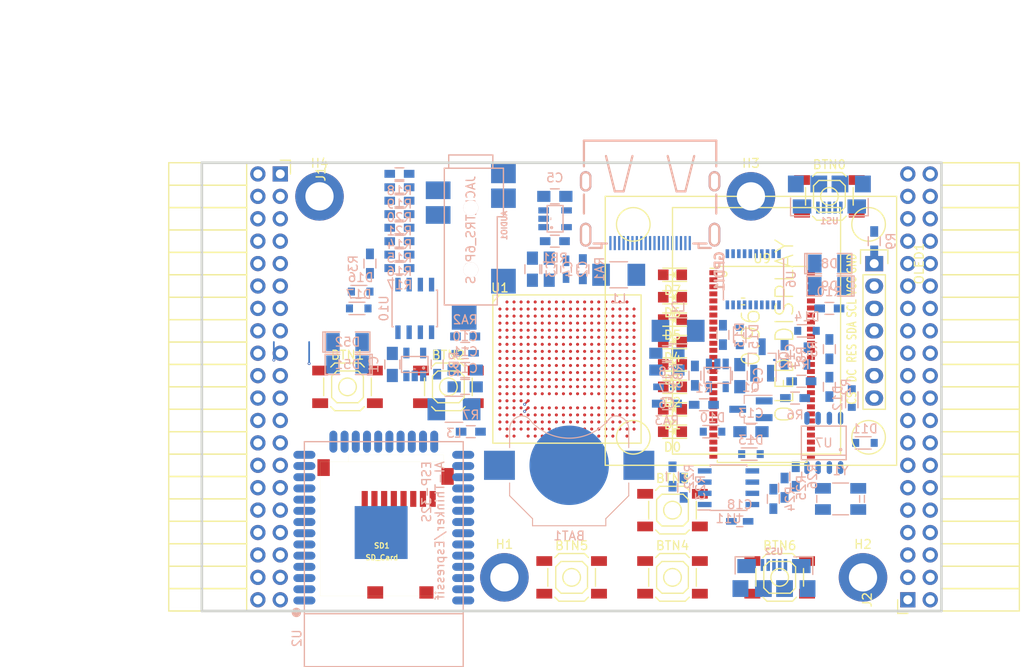
<source format=kicad_pcb>
(kicad_pcb (version 4) (host pcbnew 4.0.5+dfsg1-4)

  (general
    (links 462)
    (no_connects 462)
    (area 93.949999 61.269999 178.070001 112.370001)
    (thickness 1.6)
    (drawings 6)
    (tracks 14)
    (zones 0)
    (modules 101)
    (nets 134)
  )

  (page A4)
  (layers
    (0 F.Cu signal)
    (1 In1.Cu signal)
    (2 In2.Cu signal)
    (31 B.Cu signal)
    (32 B.Adhes user)
    (33 F.Adhes user)
    (34 B.Paste user)
    (35 F.Paste user)
    (36 B.SilkS user)
    (37 F.SilkS user)
    (38 B.Mask user)
    (39 F.Mask user)
    (40 Dwgs.User user)
    (41 Cmts.User user)
    (42 Eco1.User user)
    (43 Eco2.User user)
    (44 Edge.Cuts user)
    (45 Margin user)
    (46 B.CrtYd user)
    (47 F.CrtYd user)
    (48 B.Fab user)
    (49 F.Fab user)
  )

  (setup
    (last_trace_width 0.25)
    (trace_clearance 0.2)
    (zone_clearance 0.508)
    (zone_45_only no)
    (trace_min 0.2)
    (segment_width 0.2)
    (edge_width 0.2)
    (via_size 0.6)
    (via_drill 0.4)
    (via_min_size 0.2)
    (via_min_drill 0.1)
    (uvia_size 0.3)
    (uvia_drill 0.1)
    (uvias_allowed no)
    (uvia_min_size 0.2)
    (uvia_min_drill 0.1)
    (pcb_text_width 0.3)
    (pcb_text_size 1.5 1.5)
    (mod_edge_width 0.15)
    (mod_text_size 1 1)
    (mod_text_width 0.15)
    (pad_size 1.524 1.524)
    (pad_drill 0.762)
    (pad_to_mask_clearance 0.2)
    (aux_axis_origin 82.67 62.69)
    (grid_origin 86.48 79.2)
    (visible_elements 7FFFFFFF)
    (pcbplotparams
      (layerselection 0x010f0_80000007)
      (usegerberextensions false)
      (excludeedgelayer true)
      (linewidth 0.100000)
      (plotframeref false)
      (viasonmask false)
      (mode 1)
      (useauxorigin false)
      (hpglpennumber 1)
      (hpglpenspeed 20)
      (hpglpendiameter 15)
      (hpglpenoverlay 2)
      (psnegative false)
      (psa4output false)
      (plotreference true)
      (plotvalue true)
      (plotinvisibletext false)
      (padsonsilk false)
      (subtractmaskfromsilk false)
      (outputformat 1)
      (mirror false)
      (drillshape 0)
      (scaleselection 1)
      (outputdirectory plot))
  )

  (net 0 "")
  (net 1 GND)
  (net 2 +5V)
  (net 3 /gpio/IN5V)
  (net 4 /gpio/OUT5V)
  (net 5 +3V3)
  (net 6 "Net-(L1-Pad1)")
  (net 7 "Net-(L2-Pad1)")
  (net 8 +1V2)
  (net 9 BTN_D)
  (net 10 BTN_F1)
  (net 11 BTN_F2)
  (net 12 BTN_L)
  (net 13 BTN_R)
  (net 14 BTN_U)
  (net 15 /power/FB1)
  (net 16 +2V5)
  (net 17 "Net-(L3-Pad1)")
  (net 18 /power/PWREN)
  (net 19 /power/FB3)
  (net 20 /power/FB2)
  (net 21 "Net-(D9-Pad1)")
  (net 22 /power/VBAT)
  (net 23 SD_3)
  (net 24 JTAG_TDI)
  (net 25 JTAG_TCK)
  (net 26 JTAG_TMS)
  (net 27 JTAG_TDO)
  (net 28 /power/WAKEUPn)
  (net 29 /power/WKUP)
  (net 30 /power/SHUT)
  (net 31 /power/WAKE)
  (net 32 /power/HOLD)
  (net 33 /power/WKn)
  (net 34 /power/OSCI_32k)
  (net 35 /power/OSCO_32k)
  (net 36 FTDI_nSUSPEND)
  (net 37 USB_FTDI_DM)
  (net 38 USB_FTDI_DP)
  (net 39 "Net-(Q2-Pad3)")
  (net 40 SHUTDOWN)
  (net 41 /analog/AUDIO_L)
  (net 42 /analog/AUDIO_R)
  (net 43 GPDI_5V_SCL)
  (net 44 GPDI_5V_SDA)
  (net 45 GPDI_SDA)
  (net 46 GPDI_SCL)
  (net 47 /gpdi/VREF2)
  (net 48 /blinkey/BTNPU)
  (net 49 SD_CMD)
  (net 50 SD_CLK)
  (net 51 SD_D0)
  (net 52 SD_D1)
  (net 53 USB5V)
  (net 54 /gpio/B11)
  (net 55 /gpio/C11)
  (net 56 /gpio/A10)
  (net 57 /gpio/A11)
  (net 58 /gpio/B10)
  (net 59 /gpio/A9)
  (net 60 /gpio/C10)
  (net 61 /gpio/B9)
  (net 62 /gpio/E9)
  (net 63 /gpio/D9)
  (net 64 /gpio/A8)
  (net 65 /gpio/A7)
  (net 66 /gpio/B8)
  (net 67 /gpio/C8)
  (net 68 /gpio/D8)
  (net 69 /gpio/E8)
  (net 70 /gpio/C7)
  (net 71 /gpio/C6)
  (net 72 /gpio/D7)
  (net 73 /gpio/E7)
  (net 74 /gpio/D6)
  (net 75 /gpio/E6)
  (net 76 /gpio/B6)
  (net 77 /gpio/A6)
  (net 78 /gpio/A19)
  (net 79 /gpio/B20)
  (net 80 /gpio/A18)
  (net 81 /gpio/B19)
  (net 82 /gpio/A17)
  (net 83 /gpio/B18)
  (net 84 /gpio/B17)
  (net 85 /gpio/C17)
  (net 86 /gpio/C16)
  (net 87 /gpio/D16)
  (net 88 /gpio/A16)
  (net 89 /gpio/B16)
  (net 90 /gpio/D15)
  (net 91 /gpio/E15)
  (net 92 /gpio/B15)
  (net 93 /gpio/C15)
  (net 94 /gpio/D14)
  (net 95 /gpio/E14)
  (net 96 /gpio/A14)
  (net 97 /gpio/C14)
  (net 98 /gpio/D13)
  (net 99 /gpio/E13)
  (net 100 /gpio/B13)
  (net 101 /gpio/C13)
  (net 102 /gpio/A12)
  (net 103 /gpio/A13)
  (net 104 /gpio/D12)
  (net 105 /gpio/E12)
  (net 106 /gpio/B12)
  (net 107 /gpio/C12)
  (net 108 /gpio/D11)
  (net 109 /gpio/E11)
  (net 110 "Net-(BTN0-Pad1)")
  (net 111 LED0)
  (net 112 LED1)
  (net 113 LED2)
  (net 114 LED3)
  (net 115 LED4)
  (net 116 LED5)
  (net 117 LED6)
  (net 118 LED7)
  (net 119 BTN_PWRn)
  (net 120 GPDI_ETH_N)
  (net 121 GPDI_ETH_P)
  (net 122 GPDI_D2_P)
  (net 123 GPDI_D2_N)
  (net 124 GPDI_D1_P)
  (net 125 GPDI_D1_N)
  (net 126 GPDI_D0_P)
  (net 127 GPDI_D0_N)
  (net 128 GPDI_CLK_P)
  (net 129 GPDI_CLK_N)
  (net 130 GPDI_CEC)
  (net 131 nRESET)
  (net 132 /usb/FT3V3)
  (net 133 FTDI_nDTR)

  (net_class Default "This is the default net class."
    (clearance 0.2)
    (trace_width 0.25)
    (via_dia 0.6)
    (via_drill 0.4)
    (uvia_dia 0.3)
    (uvia_drill 0.1)
    (add_net +1V2)
    (add_net +2V5)
    (add_net +3V3)
    (add_net +5V)
    (add_net /analog/AUDIO_L)
    (add_net /analog/AUDIO_R)
    (add_net /blinkey/BTNPU)
    (add_net /gpdi/VREF2)
    (add_net /gpio/A10)
    (add_net /gpio/A11)
    (add_net /gpio/A12)
    (add_net /gpio/A13)
    (add_net /gpio/A14)
    (add_net /gpio/A16)
    (add_net /gpio/A17)
    (add_net /gpio/A18)
    (add_net /gpio/A19)
    (add_net /gpio/A6)
    (add_net /gpio/A7)
    (add_net /gpio/A8)
    (add_net /gpio/A9)
    (add_net /gpio/B10)
    (add_net /gpio/B11)
    (add_net /gpio/B12)
    (add_net /gpio/B13)
    (add_net /gpio/B15)
    (add_net /gpio/B16)
    (add_net /gpio/B17)
    (add_net /gpio/B18)
    (add_net /gpio/B19)
    (add_net /gpio/B20)
    (add_net /gpio/B6)
    (add_net /gpio/B8)
    (add_net /gpio/B9)
    (add_net /gpio/C10)
    (add_net /gpio/C11)
    (add_net /gpio/C12)
    (add_net /gpio/C13)
    (add_net /gpio/C14)
    (add_net /gpio/C15)
    (add_net /gpio/C16)
    (add_net /gpio/C17)
    (add_net /gpio/C6)
    (add_net /gpio/C7)
    (add_net /gpio/C8)
    (add_net /gpio/D11)
    (add_net /gpio/D12)
    (add_net /gpio/D13)
    (add_net /gpio/D14)
    (add_net /gpio/D15)
    (add_net /gpio/D16)
    (add_net /gpio/D6)
    (add_net /gpio/D7)
    (add_net /gpio/D8)
    (add_net /gpio/D9)
    (add_net /gpio/E11)
    (add_net /gpio/E12)
    (add_net /gpio/E13)
    (add_net /gpio/E14)
    (add_net /gpio/E15)
    (add_net /gpio/E6)
    (add_net /gpio/E7)
    (add_net /gpio/E8)
    (add_net /gpio/E9)
    (add_net /gpio/IN5V)
    (add_net /gpio/OUT5V)
    (add_net /power/FB1)
    (add_net /power/FB2)
    (add_net /power/FB3)
    (add_net /power/HOLD)
    (add_net /power/OSCI_32k)
    (add_net /power/OSCO_32k)
    (add_net /power/PWREN)
    (add_net /power/SHUT)
    (add_net /power/VBAT)
    (add_net /power/WAKE)
    (add_net /power/WAKEUPn)
    (add_net /power/WKUP)
    (add_net /power/WKn)
    (add_net /usb/FT3V3)
    (add_net BTN_D)
    (add_net BTN_F1)
    (add_net BTN_F2)
    (add_net BTN_L)
    (add_net BTN_PWRn)
    (add_net BTN_R)
    (add_net BTN_U)
    (add_net FTDI_nDTR)
    (add_net FTDI_nSUSPEND)
    (add_net GPDI_5V_SCL)
    (add_net GPDI_5V_SDA)
    (add_net GPDI_CEC)
    (add_net GPDI_CLK_N)
    (add_net GPDI_CLK_P)
    (add_net GPDI_D0_N)
    (add_net GPDI_D0_P)
    (add_net GPDI_D1_N)
    (add_net GPDI_D1_P)
    (add_net GPDI_D2_N)
    (add_net GPDI_D2_P)
    (add_net GPDI_ETH_N)
    (add_net GPDI_ETH_P)
    (add_net GPDI_SCL)
    (add_net GPDI_SDA)
    (add_net LED0)
    (add_net LED1)
    (add_net LED2)
    (add_net LED3)
    (add_net LED4)
    (add_net LED5)
    (add_net LED6)
    (add_net LED7)
    (add_net "Net-(BTN0-Pad1)")
    (add_net "Net-(D9-Pad1)")
    (add_net "Net-(L1-Pad1)")
    (add_net "Net-(L2-Pad1)")
    (add_net "Net-(L3-Pad1)")
    (add_net "Net-(Q2-Pad3)")
    (add_net SD_3)
    (add_net SD_CLK)
    (add_net SD_CMD)
    (add_net SD_D0)
    (add_net SD_D1)
    (add_net SHUTDOWN)
    (add_net USB5V)
    (add_net USB_FTDI_DM)
    (add_net USB_FTDI_DP)
    (add_net nRESET)
  )

  (net_class BGA ""
    (clearance 0.1)
    (trace_width 0.2)
    (via_dia 0.33)
    (via_drill 0.15)
    (uvia_dia 0.3)
    (uvia_drill 0.1)
    (add_net GND)
    (add_net JTAG_TCK)
    (add_net JTAG_TDI)
    (add_net JTAG_TDO)
    (add_net JTAG_TMS)
  )

  (module Keystone_3000_1x12mm-CoinCell:Keystone_3000_1x12mm-CoinCell (layer B.Cu) (tedit 58D7D5B5) (tstamp 58D7ADD9)
    (at 135.73 95.71)
    (descr http://www.keyelco.com/product-pdf.cfm?p=777)
    (tags "Keystone type 3000 coin cell retainer")
    (path /58D51CAD/58D72202)
    (attr smd)
    (fp_text reference BAT1 (at 0 8) (layer B.SilkS)
      (effects (font (size 1 1) (thickness 0.15)) (justify mirror))
    )
    (fp_text value CR1225 (at 0 -7.5) (layer B.Fab)
      (effects (font (size 1 1) (thickness 0.15)) (justify mirror))
    )
    (fp_arc (start 0 0) (end 0 -6.75) (angle -36.6) (layer B.CrtYd) (width 0.05))
    (fp_arc (start 0.11 -9.15) (end 4.22 -5.65) (angle 3.1) (layer B.CrtYd) (width 0.05))
    (fp_arc (start 0.11 -9.15) (end -4.22 -5.65) (angle -3.1) (layer B.CrtYd) (width 0.05))
    (fp_arc (start 0 0) (end 0 -6.75) (angle 36.6) (layer B.CrtYd) (width 0.05))
    (fp_arc (start 5.25 -4.1) (end 5.3 -6.1) (angle 90) (layer B.CrtYd) (width 0.05))
    (fp_arc (start 5.29 -4.6) (end 4.22 -5.65) (angle 54.1) (layer B.CrtYd) (width 0.05))
    (fp_arc (start -5.29 -4.6) (end -4.22 -5.65) (angle -54.1) (layer B.CrtYd) (width 0.05))
    (fp_circle (center 0 0) (end 0 -6.25) (layer Dwgs.User) (width 0.15))
    (fp_arc (start 5.29 -4.6) (end 4.5 -5.2) (angle 60) (layer B.SilkS) (width 0.12))
    (fp_arc (start -5.29 -4.6) (end -4.5 -5.2) (angle -60) (layer B.SilkS) (width 0.12))
    (fp_arc (start 0 -8.9) (end -4.5 -5.2) (angle -101) (layer B.SilkS) (width 0.12))
    (fp_arc (start 5.29 -4.6) (end 4.6 -5.1) (angle 60) (layer B.Fab) (width 0.1))
    (fp_arc (start -5.29 -4.6) (end -4.6 -5.1) (angle -60) (layer B.Fab) (width 0.1))
    (fp_arc (start 0 -8.9) (end -4.6 -5.1) (angle -101) (layer B.Fab) (width 0.1))
    (fp_arc (start -5.25 -4.1) (end -5.3 -6.1) (angle -90) (layer B.CrtYd) (width 0.05))
    (fp_arc (start 5.25 -4.1) (end 5.3 -5.6) (angle 90) (layer B.SilkS) (width 0.12))
    (fp_arc (start -5.25 -4.1) (end -5.3 -5.6) (angle -90) (layer B.SilkS) (width 0.12))
    (fp_line (start -7.25 -2.15) (end -7.25 -4.1) (layer B.CrtYd) (width 0.05))
    (fp_line (start 7.25 -2.15) (end 7.25 -4.1) (layer B.CrtYd) (width 0.05))
    (fp_line (start 6.75 -2) (end 6.75 -4.1) (layer B.SilkS) (width 0.12))
    (fp_line (start -6.75 -2) (end -6.75 -4.1) (layer B.SilkS) (width 0.12))
    (fp_arc (start 5.25 -4.1) (end 5.3 -5.45) (angle 90) (layer B.Fab) (width 0.1))
    (fp_line (start 7.25 2.15) (end 7.25 3.8) (layer B.CrtYd) (width 0.05))
    (fp_line (start 7.25 3.8) (end 4.65 6.4) (layer B.CrtYd) (width 0.05))
    (fp_line (start 4.65 6.4) (end 4.65 7.35) (layer B.CrtYd) (width 0.05))
    (fp_line (start -4.65 7.35) (end 4.65 7.35) (layer B.CrtYd) (width 0.05))
    (fp_line (start -4.65 6.4) (end -4.65 7.35) (layer B.CrtYd) (width 0.05))
    (fp_line (start -7.25 3.8) (end -4.65 6.4) (layer B.CrtYd) (width 0.05))
    (fp_line (start -7.25 2.15) (end -7.25 3.8) (layer B.CrtYd) (width 0.05))
    (fp_line (start -6.75 2) (end -6.75 3.45) (layer B.SilkS) (width 0.12))
    (fp_line (start -6.75 3.45) (end -4.15 6.05) (layer B.SilkS) (width 0.12))
    (fp_line (start -4.15 6.05) (end -4.15 6.85) (layer B.SilkS) (width 0.12))
    (fp_line (start -4.15 6.85) (end 4.15 6.85) (layer B.SilkS) (width 0.12))
    (fp_line (start 4.15 6.85) (end 4.15 6.05) (layer B.SilkS) (width 0.12))
    (fp_line (start 4.15 6.05) (end 6.75 3.45) (layer B.SilkS) (width 0.12))
    (fp_line (start 6.75 3.45) (end 6.75 2) (layer B.SilkS) (width 0.12))
    (fp_line (start -7.25 2.15) (end -10.15 2.15) (layer B.CrtYd) (width 0.05))
    (fp_line (start -10.15 2.15) (end -10.15 -2.15) (layer B.CrtYd) (width 0.05))
    (fp_line (start -10.15 -2.15) (end -7.25 -2.15) (layer B.CrtYd) (width 0.05))
    (fp_line (start 7.25 2.15) (end 10.15 2.15) (layer B.CrtYd) (width 0.05))
    (fp_line (start 10.15 2.15) (end 10.15 -2.15) (layer B.CrtYd) (width 0.05))
    (fp_line (start 10.15 -2.15) (end 7.25 -2.15) (layer B.CrtYd) (width 0.05))
    (fp_arc (start -5.25 -4.1) (end -5.3 -5.45) (angle -90) (layer B.Fab) (width 0.1))
    (fp_line (start 6.6 3.4) (end 6.6 -4.1) (layer B.Fab) (width 0.1))
    (fp_line (start -6.6 3.4) (end -6.6 -4.1) (layer B.Fab) (width 0.1))
    (fp_line (start 4 6) (end 6.6 3.4) (layer B.Fab) (width 0.1))
    (fp_line (start -4 6) (end -6.6 3.4) (layer B.Fab) (width 0.1))
    (fp_line (start 4 6.7) (end 4 6) (layer B.Fab) (width 0.1))
    (fp_line (start -4 6.7) (end -4 6) (layer B.Fab) (width 0.1))
    (fp_line (start -4 6.7) (end 4 6.7) (layer B.Fab) (width 0.1))
    (pad 1 smd rect (at -7.9 0) (size 3.5 3.3) (layers B.Cu B.Paste B.Mask)
      (net 22 /power/VBAT))
    (pad 1 smd rect (at 7.9 0) (size 3.5 3.3) (layers B.Cu B.Paste B.Mask)
      (net 22 /power/VBAT))
    (pad 2 smd circle (at 0 0) (size 9 9) (layers B.Cu B.Mask)
      (net 1 GND))
    (model Battery_Holders.3dshapes/Keystone_3000_1x12mm-CoinCell.wrl
      (at (xyz 0 0 0))
      (scale (xyz 1 1 1))
      (rotate (xyz 0 0 0))
    )
  )

  (module SMD_Packages:SMD-1206_Pol (layer B.Cu) (tedit 0) (tstamp 56AA106E)
    (at 110.61 81.74)
    (path /56AC389C/56AC4846)
    (attr smd)
    (fp_text reference D52 (at 0 0) (layer B.SilkS)
      (effects (font (size 1 1) (thickness 0.15)) (justify mirror))
    )
    (fp_text value 2A (at 0 0) (layer B.Fab)
      (effects (font (size 1 1) (thickness 0.15)) (justify mirror))
    )
    (fp_line (start -2.54 1.143) (end -2.794 1.143) (layer B.SilkS) (width 0.15))
    (fp_line (start -2.794 1.143) (end -2.794 -1.143) (layer B.SilkS) (width 0.15))
    (fp_line (start -2.794 -1.143) (end -2.54 -1.143) (layer B.SilkS) (width 0.15))
    (fp_line (start -2.54 1.143) (end -2.54 -1.143) (layer B.SilkS) (width 0.15))
    (fp_line (start -2.54 -1.143) (end -0.889 -1.143) (layer B.SilkS) (width 0.15))
    (fp_line (start 0.889 1.143) (end 2.54 1.143) (layer B.SilkS) (width 0.15))
    (fp_line (start 2.54 1.143) (end 2.54 -1.143) (layer B.SilkS) (width 0.15))
    (fp_line (start 2.54 -1.143) (end 0.889 -1.143) (layer B.SilkS) (width 0.15))
    (fp_line (start -0.889 1.143) (end -2.54 1.143) (layer B.SilkS) (width 0.15))
    (pad 1 smd rect (at -1.651 0) (size 1.524 2.032) (layers B.Cu B.Paste B.Mask)
      (net 4 /gpio/OUT5V))
    (pad 2 smd rect (at 1.651 0) (size 1.524 2.032) (layers B.Cu B.Paste B.Mask)
      (net 2 +5V))
    (model SMD_Packages.3dshapes/SMD-1206_Pol.wrl
      (at (xyz 0 0 0))
      (scale (xyz 0.17 0.16 0.16))
      (rotate (xyz 0 0 0))
    )
  )

  (module SMD_Packages:SMD-1206_Pol (layer B.Cu) (tedit 0) (tstamp 56AA1068)
    (at 110.61 84.28 180)
    (path /56AC389C/56AC483B)
    (attr smd)
    (fp_text reference D51 (at 0 0 180) (layer B.SilkS)
      (effects (font (size 1 1) (thickness 0.15)) (justify mirror))
    )
    (fp_text value 2A (at 0 0 180) (layer B.Fab)
      (effects (font (size 1 1) (thickness 0.15)) (justify mirror))
    )
    (fp_line (start -2.54 1.143) (end -2.794 1.143) (layer B.SilkS) (width 0.15))
    (fp_line (start -2.794 1.143) (end -2.794 -1.143) (layer B.SilkS) (width 0.15))
    (fp_line (start -2.794 -1.143) (end -2.54 -1.143) (layer B.SilkS) (width 0.15))
    (fp_line (start -2.54 1.143) (end -2.54 -1.143) (layer B.SilkS) (width 0.15))
    (fp_line (start -2.54 -1.143) (end -0.889 -1.143) (layer B.SilkS) (width 0.15))
    (fp_line (start 0.889 1.143) (end 2.54 1.143) (layer B.SilkS) (width 0.15))
    (fp_line (start 2.54 1.143) (end 2.54 -1.143) (layer B.SilkS) (width 0.15))
    (fp_line (start 2.54 -1.143) (end 0.889 -1.143) (layer B.SilkS) (width 0.15))
    (fp_line (start -0.889 1.143) (end -2.54 1.143) (layer B.SilkS) (width 0.15))
    (pad 1 smd rect (at -1.651 0 180) (size 1.524 2.032) (layers B.Cu B.Paste B.Mask)
      (net 2 +5V))
    (pad 2 smd rect (at 1.651 0 180) (size 1.524 2.032) (layers B.Cu B.Paste B.Mask)
      (net 3 /gpio/IN5V))
    (model SMD_Packages.3dshapes/SMD-1206_Pol.wrl
      (at (xyz 0 0 0))
      (scale (xyz 0.17 0.16 0.16))
      (rotate (xyz 0 0 0))
    )
  )

  (module micro-sd:MicroSD_TF02D (layer F.Cu) (tedit 52721666) (tstamp 56A966AB)
    (at 114.5 110.52 180)
    (path /58DA7327/58DA7C6C)
    (fp_text reference SD1 (at 0 5.7 180) (layer F.SilkS)
      (effects (font (size 0.59944 0.59944) (thickness 0.12446)))
    )
    (fp_text value SD_Card (at 0 4.35 180) (layer F.SilkS)
      (effects (font (size 0.59944 0.59944) (thickness 0.12446)))
    )
    (fp_line (start 3.8 15.2) (end 3.8 16) (layer F.SilkS) (width 0.01016))
    (fp_line (start 3.8 16) (end -7 16) (layer F.SilkS) (width 0.01016))
    (fp_line (start -7 16) (end -7 15.2) (layer F.SilkS) (width 0.01016))
    (fp_line (start 7 0) (end 7 15.2) (layer F.SilkS) (width 0.01016))
    (fp_line (start 7 15.2) (end -7 15.2) (layer F.SilkS) (width 0.01016))
    (fp_line (start -7 15.2) (end -7 0) (layer F.SilkS) (width 0.01016))
    (fp_line (start -7 0) (end 7 0) (layer F.SilkS) (width 0.01016))
    (pad 1 smd rect (at 1.94 11 180) (size 0.7 1.8) (layers F.Cu F.Paste F.Mask)
      (net 23 SD_3))
    (pad 2 smd rect (at 0.84 11 180) (size 0.7 1.8) (layers F.Cu F.Paste F.Mask)
      (net 49 SD_CMD))
    (pad 3 smd rect (at -0.26 11 180) (size 0.7 1.8) (layers F.Cu F.Paste F.Mask)
      (net 1 GND))
    (pad 4 smd rect (at -1.36 11 180) (size 0.7 1.8) (layers F.Cu F.Paste F.Mask)
      (net 5 +3V3))
    (pad 5 smd rect (at -2.46 11 180) (size 0.7 1.8) (layers F.Cu F.Paste F.Mask)
      (net 50 SD_CLK))
    (pad 6 smd rect (at -3.56 11 180) (size 0.7 1.8) (layers F.Cu F.Paste F.Mask)
      (net 1 GND))
    (pad 7 smd rect (at -4.66 11 180) (size 0.7 1.8) (layers F.Cu F.Paste F.Mask)
      (net 51 SD_D0))
    (pad 8 smd rect (at -5.76 11 180) (size 0.7 1.8) (layers F.Cu F.Paste F.Mask)
      (net 52 SD_D1))
    (pad S smd rect (at -5.05 0.4 180) (size 1.6 1.4) (layers F.Cu F.Paste F.Mask))
    (pad S smd rect (at 0.75 0.4 180) (size 1.8 1.4) (layers F.Cu F.Paste F.Mask))
    (pad G smd rect (at -7.45 13.55 180) (size 1.4 1.9) (layers F.Cu F.Paste F.Mask))
    (pad G smd rect (at 6.6 14.55 180) (size 1.4 1.9) (layers F.Cu F.Paste F.Mask))
  )

  (module Resistors_SMD:R_1210_HandSoldering (layer B.Cu) (tedit 58307C8D) (tstamp 58D58A37)
    (at 141.344 74.12)
    (descr "Resistor SMD 1210, hand soldering")
    (tags "resistor 1210")
    (path /58D51CAD/58D59D36)
    (attr smd)
    (fp_text reference L1 (at 0 2.7) (layer B.SilkS)
      (effects (font (size 1 1) (thickness 0.15)) (justify mirror))
    )
    (fp_text value 2.2uH (at 0 -2.7) (layer B.Fab)
      (effects (font (size 1 1) (thickness 0.15)) (justify mirror))
    )
    (fp_line (start -1.6 -1.25) (end -1.6 1.25) (layer B.Fab) (width 0.1))
    (fp_line (start 1.6 -1.25) (end -1.6 -1.25) (layer B.Fab) (width 0.1))
    (fp_line (start 1.6 1.25) (end 1.6 -1.25) (layer B.Fab) (width 0.1))
    (fp_line (start -1.6 1.25) (end 1.6 1.25) (layer B.Fab) (width 0.1))
    (fp_line (start -3.3 1.6) (end 3.3 1.6) (layer B.CrtYd) (width 0.05))
    (fp_line (start -3.3 -1.6) (end 3.3 -1.6) (layer B.CrtYd) (width 0.05))
    (fp_line (start -3.3 1.6) (end -3.3 -1.6) (layer B.CrtYd) (width 0.05))
    (fp_line (start 3.3 1.6) (end 3.3 -1.6) (layer B.CrtYd) (width 0.05))
    (fp_line (start 1 -1.475) (end -1 -1.475) (layer B.SilkS) (width 0.15))
    (fp_line (start -1 1.475) (end 1 1.475) (layer B.SilkS) (width 0.15))
    (pad 1 smd rect (at -2 0) (size 2 2.5) (layers B.Cu B.Paste B.Mask)
      (net 6 "Net-(L1-Pad1)"))
    (pad 2 smd rect (at 2 0) (size 2 2.5) (layers B.Cu B.Paste B.Mask)
      (net 8 +1V2))
    (model Resistors_SMD.3dshapes/R_1210_HandSoldering.wrl
      (at (xyz 0 0 0))
      (scale (xyz 1 1 1))
      (rotate (xyz 0 0 0))
    )
  )

  (module TSOT-25:TSOT-25 (layer B.Cu) (tedit 55EFFDDA) (tstamp 58D5976E)
    (at 134.135 67.77 90)
    (path /58D51CAD/58D58840)
    (fp_text reference U3 (at 0 -0.5 90) (layer B.SilkS)
      (effects (font (size 0.15 0.15) (thickness 0.0375)) (justify mirror))
    )
    (fp_text value AP3429A (at 0 0.5 90) (layer B.Fab)
      (effects (font (size 0.15 0.15) (thickness 0.0375)) (justify mirror))
    )
    (fp_circle (center -1 -0.4) (end -0.95 -0.5) (layer B.SilkS) (width 0.15))
    (fp_line (start -1.5 0.9) (end 1.5 0.9) (layer B.SilkS) (width 0.15))
    (fp_line (start 1.5 0.9) (end 1.5 -0.9) (layer B.SilkS) (width 0.15))
    (fp_line (start 1.5 -0.9) (end -1.5 -0.9) (layer B.SilkS) (width 0.15))
    (fp_line (start -1.5 -0.9) (end -1.5 0.9) (layer B.SilkS) (width 0.15))
    (pad 1 smd rect (at -0.95 -1.3 90) (size 0.7 1.2) (layers B.Cu B.Paste B.Mask)
      (net 18 /power/PWREN))
    (pad 2 smd rect (at 0 -1.3 90) (size 0.7 1.2) (layers B.Cu B.Paste B.Mask)
      (net 1 GND))
    (pad 3 smd rect (at 0.95 -1.3 90) (size 0.7 1.2) (layers B.Cu B.Paste B.Mask)
      (net 6 "Net-(L1-Pad1)"))
    (pad 4 smd rect (at 0.95 1.3 90) (size 0.7 1.2) (layers B.Cu B.Paste B.Mask)
      (net 2 +5V))
    (pad 5 smd rect (at -0.95 1.3 90) (size 0.7 1.2) (layers B.Cu B.Paste B.Mask)
      (net 15 /power/FB1))
  )

  (module Resistors_SMD:R_1210_HandSoldering (layer B.Cu) (tedit 58307C8D) (tstamp 58D599B2)
    (at 148.075 80.47 180)
    (descr "Resistor SMD 1210, hand soldering")
    (tags "resistor 1210")
    (path /58D51CAD/58D62964)
    (attr smd)
    (fp_text reference L2 (at 0 2.7 180) (layer B.SilkS)
      (effects (font (size 1 1) (thickness 0.15)) (justify mirror))
    )
    (fp_text value 2.2uH (at 0 -2.7 180) (layer B.Fab)
      (effects (font (size 1 1) (thickness 0.15)) (justify mirror))
    )
    (fp_line (start -1.6 -1.25) (end -1.6 1.25) (layer B.Fab) (width 0.1))
    (fp_line (start 1.6 -1.25) (end -1.6 -1.25) (layer B.Fab) (width 0.1))
    (fp_line (start 1.6 1.25) (end 1.6 -1.25) (layer B.Fab) (width 0.1))
    (fp_line (start -1.6 1.25) (end 1.6 1.25) (layer B.Fab) (width 0.1))
    (fp_line (start -3.3 1.6) (end 3.3 1.6) (layer B.CrtYd) (width 0.05))
    (fp_line (start -3.3 -1.6) (end 3.3 -1.6) (layer B.CrtYd) (width 0.05))
    (fp_line (start -3.3 1.6) (end -3.3 -1.6) (layer B.CrtYd) (width 0.05))
    (fp_line (start 3.3 1.6) (end 3.3 -1.6) (layer B.CrtYd) (width 0.05))
    (fp_line (start 1 -1.475) (end -1 -1.475) (layer B.SilkS) (width 0.15))
    (fp_line (start -1 1.475) (end 1 1.475) (layer B.SilkS) (width 0.15))
    (pad 1 smd rect (at -2 0 180) (size 2 2.5) (layers B.Cu B.Paste B.Mask)
      (net 7 "Net-(L2-Pad1)"))
    (pad 2 smd rect (at 2 0 180) (size 2 2.5) (layers B.Cu B.Paste B.Mask)
      (net 5 +3V3))
    (model Resistors_SMD.3dshapes/R_1210_HandSoldering.wrl
      (at (xyz 0 0 0))
      (scale (xyz 1 1 1))
      (rotate (xyz 0 0 0))
    )
  )

  (module TSOT-25:TSOT-25 (layer B.Cu) (tedit 55EFFDDA) (tstamp 58D599CD)
    (at 152.52 85.52)
    (path /58D51CAD/58D62946)
    (fp_text reference U4 (at 0 -0.5) (layer B.SilkS)
      (effects (font (size 0.15 0.15) (thickness 0.0375)) (justify mirror))
    )
    (fp_text value AP3429A (at 0 0.5) (layer B.Fab)
      (effects (font (size 0.15 0.15) (thickness 0.0375)) (justify mirror))
    )
    (fp_circle (center -1 -0.4) (end -0.95 -0.5) (layer B.SilkS) (width 0.15))
    (fp_line (start -1.5 0.9) (end 1.5 0.9) (layer B.SilkS) (width 0.15))
    (fp_line (start 1.5 0.9) (end 1.5 -0.9) (layer B.SilkS) (width 0.15))
    (fp_line (start 1.5 -0.9) (end -1.5 -0.9) (layer B.SilkS) (width 0.15))
    (fp_line (start -1.5 -0.9) (end -1.5 0.9) (layer B.SilkS) (width 0.15))
    (pad 1 smd rect (at -0.95 -1.3) (size 0.7 1.2) (layers B.Cu B.Paste B.Mask)
      (net 18 /power/PWREN))
    (pad 2 smd rect (at 0 -1.3) (size 0.7 1.2) (layers B.Cu B.Paste B.Mask)
      (net 1 GND))
    (pad 3 smd rect (at 0.95 -1.3) (size 0.7 1.2) (layers B.Cu B.Paste B.Mask)
      (net 7 "Net-(L2-Pad1)"))
    (pad 4 smd rect (at 0.95 1.3) (size 0.7 1.2) (layers B.Cu B.Paste B.Mask)
      (net 2 +5V))
    (pad 5 smd rect (at -0.95 1.3) (size 0.7 1.2) (layers B.Cu B.Paste B.Mask)
      (net 19 /power/FB3))
  )

  (module Buttons_Switches_SMD:SW_SPST_SKQG (layer F.Cu) (tedit 56EC5E16) (tstamp 58D6598E)
    (at 110.61 86.82)
    (descr "ALPS 5.2mm Square Low-profile TACT Switch (SMD)")
    (tags "SPST Button Switch")
    (path /58D6547C/58D66056)
    (attr smd)
    (fp_text reference BTN1 (at 0 -3.6) (layer F.SilkS)
      (effects (font (size 1 1) (thickness 0.15)))
    )
    (fp_text value FIRE1 (at 0 3.7) (layer F.Fab)
      (effects (font (size 1 1) (thickness 0.15)))
    )
    (fp_line (start -4.25 -2.95) (end -4.25 2.95) (layer F.CrtYd) (width 0.05))
    (fp_line (start 4.25 -2.95) (end -4.25 -2.95) (layer F.CrtYd) (width 0.05))
    (fp_line (start 4.25 2.95) (end 4.25 -2.95) (layer F.CrtYd) (width 0.05))
    (fp_line (start -4.25 2.95) (end 4.25 2.95) (layer F.CrtYd) (width 0.05))
    (fp_circle (center 0 0) (end 1 0) (layer F.SilkS) (width 0.15))
    (fp_line (start -1.2 -1.8) (end 1.2 -1.8) (layer F.SilkS) (width 0.15))
    (fp_line (start -1.8 -1.2) (end -1.2 -1.8) (layer F.SilkS) (width 0.15))
    (fp_line (start -1.8 1.2) (end -1.8 -1.2) (layer F.SilkS) (width 0.15))
    (fp_line (start -1.2 1.8) (end -1.8 1.2) (layer F.SilkS) (width 0.15))
    (fp_line (start 1.2 1.8) (end -1.2 1.8) (layer F.SilkS) (width 0.15))
    (fp_line (start 1.8 1.2) (end 1.2 1.8) (layer F.SilkS) (width 0.15))
    (fp_line (start 1.8 -1.2) (end 1.8 1.2) (layer F.SilkS) (width 0.15))
    (fp_line (start 1.2 -1.8) (end 1.8 -1.2) (layer F.SilkS) (width 0.15))
    (fp_line (start -1.45 -2.7) (end 1.45 -2.7) (layer F.SilkS) (width 0.15))
    (fp_line (start -1.9 -2.25) (end -1.45 -2.7) (layer F.SilkS) (width 0.15))
    (fp_line (start -2.7 1) (end -2.7 -1) (layer F.SilkS) (width 0.15))
    (fp_line (start -1.45 2.7) (end -1.9 2.25) (layer F.SilkS) (width 0.15))
    (fp_line (start 1.45 2.7) (end -1.45 2.7) (layer F.SilkS) (width 0.15))
    (fp_line (start 1.9 2.25) (end 1.45 2.7) (layer F.SilkS) (width 0.15))
    (fp_line (start 2.7 -1) (end 2.7 1) (layer F.SilkS) (width 0.15))
    (fp_line (start 1.45 -2.7) (end 1.9 -2.25) (layer F.SilkS) (width 0.15))
    (pad 1 smd rect (at -3.1 -1.85) (size 1.8 1.1) (layers F.Cu F.Paste F.Mask)
      (net 48 /blinkey/BTNPU))
    (pad 1 smd rect (at 3.1 -1.85) (size 1.8 1.1) (layers F.Cu F.Paste F.Mask)
      (net 48 /blinkey/BTNPU))
    (pad 2 smd rect (at -3.1 1.85) (size 1.8 1.1) (layers F.Cu F.Paste F.Mask)
      (net 10 BTN_F1))
    (pad 2 smd rect (at 3.1 1.85) (size 1.8 1.1) (layers F.Cu F.Paste F.Mask)
      (net 10 BTN_F1))
  )

  (module Buttons_Switches_SMD:SW_SPST_SKQG (layer F.Cu) (tedit 56EC5E16) (tstamp 58D65996)
    (at 122.04 86.82)
    (descr "ALPS 5.2mm Square Low-profile TACT Switch (SMD)")
    (tags "SPST Button Switch")
    (path /58D6547C/58D66057)
    (attr smd)
    (fp_text reference BTN2 (at 0 -3.6) (layer F.SilkS)
      (effects (font (size 1 1) (thickness 0.15)))
    )
    (fp_text value FIRE2 (at 0 3.7) (layer F.Fab)
      (effects (font (size 1 1) (thickness 0.15)))
    )
    (fp_line (start -4.25 -2.95) (end -4.25 2.95) (layer F.CrtYd) (width 0.05))
    (fp_line (start 4.25 -2.95) (end -4.25 -2.95) (layer F.CrtYd) (width 0.05))
    (fp_line (start 4.25 2.95) (end 4.25 -2.95) (layer F.CrtYd) (width 0.05))
    (fp_line (start -4.25 2.95) (end 4.25 2.95) (layer F.CrtYd) (width 0.05))
    (fp_circle (center 0 0) (end 1 0) (layer F.SilkS) (width 0.15))
    (fp_line (start -1.2 -1.8) (end 1.2 -1.8) (layer F.SilkS) (width 0.15))
    (fp_line (start -1.8 -1.2) (end -1.2 -1.8) (layer F.SilkS) (width 0.15))
    (fp_line (start -1.8 1.2) (end -1.8 -1.2) (layer F.SilkS) (width 0.15))
    (fp_line (start -1.2 1.8) (end -1.8 1.2) (layer F.SilkS) (width 0.15))
    (fp_line (start 1.2 1.8) (end -1.2 1.8) (layer F.SilkS) (width 0.15))
    (fp_line (start 1.8 1.2) (end 1.2 1.8) (layer F.SilkS) (width 0.15))
    (fp_line (start 1.8 -1.2) (end 1.8 1.2) (layer F.SilkS) (width 0.15))
    (fp_line (start 1.2 -1.8) (end 1.8 -1.2) (layer F.SilkS) (width 0.15))
    (fp_line (start -1.45 -2.7) (end 1.45 -2.7) (layer F.SilkS) (width 0.15))
    (fp_line (start -1.9 -2.25) (end -1.45 -2.7) (layer F.SilkS) (width 0.15))
    (fp_line (start -2.7 1) (end -2.7 -1) (layer F.SilkS) (width 0.15))
    (fp_line (start -1.45 2.7) (end -1.9 2.25) (layer F.SilkS) (width 0.15))
    (fp_line (start 1.45 2.7) (end -1.45 2.7) (layer F.SilkS) (width 0.15))
    (fp_line (start 1.9 2.25) (end 1.45 2.7) (layer F.SilkS) (width 0.15))
    (fp_line (start 2.7 -1) (end 2.7 1) (layer F.SilkS) (width 0.15))
    (fp_line (start 1.45 -2.7) (end 1.9 -2.25) (layer F.SilkS) (width 0.15))
    (pad 1 smd rect (at -3.1 -1.85) (size 1.8 1.1) (layers F.Cu F.Paste F.Mask)
      (net 48 /blinkey/BTNPU))
    (pad 1 smd rect (at 3.1 -1.85) (size 1.8 1.1) (layers F.Cu F.Paste F.Mask)
      (net 48 /blinkey/BTNPU))
    (pad 2 smd rect (at -3.1 1.85) (size 1.8 1.1) (layers F.Cu F.Paste F.Mask)
      (net 11 BTN_F2))
    (pad 2 smd rect (at 3.1 1.85) (size 1.8 1.1) (layers F.Cu F.Paste F.Mask)
      (net 11 BTN_F2))
  )

  (module Buttons_Switches_SMD:SW_SPST_SKQG (layer F.Cu) (tedit 56EC5E16) (tstamp 58D6599E)
    (at 147.44 100.79)
    (descr "ALPS 5.2mm Square Low-profile TACT Switch (SMD)")
    (tags "SPST Button Switch")
    (path /58D6547C/58D66059)
    (attr smd)
    (fp_text reference BTN3 (at 0 -3.6) (layer F.SilkS)
      (effects (font (size 1 1) (thickness 0.15)))
    )
    (fp_text value UP (at 0 3.7) (layer F.Fab)
      (effects (font (size 1 1) (thickness 0.15)))
    )
    (fp_line (start -4.25 -2.95) (end -4.25 2.95) (layer F.CrtYd) (width 0.05))
    (fp_line (start 4.25 -2.95) (end -4.25 -2.95) (layer F.CrtYd) (width 0.05))
    (fp_line (start 4.25 2.95) (end 4.25 -2.95) (layer F.CrtYd) (width 0.05))
    (fp_line (start -4.25 2.95) (end 4.25 2.95) (layer F.CrtYd) (width 0.05))
    (fp_circle (center 0 0) (end 1 0) (layer F.SilkS) (width 0.15))
    (fp_line (start -1.2 -1.8) (end 1.2 -1.8) (layer F.SilkS) (width 0.15))
    (fp_line (start -1.8 -1.2) (end -1.2 -1.8) (layer F.SilkS) (width 0.15))
    (fp_line (start -1.8 1.2) (end -1.8 -1.2) (layer F.SilkS) (width 0.15))
    (fp_line (start -1.2 1.8) (end -1.8 1.2) (layer F.SilkS) (width 0.15))
    (fp_line (start 1.2 1.8) (end -1.2 1.8) (layer F.SilkS) (width 0.15))
    (fp_line (start 1.8 1.2) (end 1.2 1.8) (layer F.SilkS) (width 0.15))
    (fp_line (start 1.8 -1.2) (end 1.8 1.2) (layer F.SilkS) (width 0.15))
    (fp_line (start 1.2 -1.8) (end 1.8 -1.2) (layer F.SilkS) (width 0.15))
    (fp_line (start -1.45 -2.7) (end 1.45 -2.7) (layer F.SilkS) (width 0.15))
    (fp_line (start -1.9 -2.25) (end -1.45 -2.7) (layer F.SilkS) (width 0.15))
    (fp_line (start -2.7 1) (end -2.7 -1) (layer F.SilkS) (width 0.15))
    (fp_line (start -1.45 2.7) (end -1.9 2.25) (layer F.SilkS) (width 0.15))
    (fp_line (start 1.45 2.7) (end -1.45 2.7) (layer F.SilkS) (width 0.15))
    (fp_line (start 1.9 2.25) (end 1.45 2.7) (layer F.SilkS) (width 0.15))
    (fp_line (start 2.7 -1) (end 2.7 1) (layer F.SilkS) (width 0.15))
    (fp_line (start 1.45 -2.7) (end 1.9 -2.25) (layer F.SilkS) (width 0.15))
    (pad 1 smd rect (at -3.1 -1.85) (size 1.8 1.1) (layers F.Cu F.Paste F.Mask)
      (net 48 /blinkey/BTNPU))
    (pad 1 smd rect (at 3.1 -1.85) (size 1.8 1.1) (layers F.Cu F.Paste F.Mask)
      (net 48 /blinkey/BTNPU))
    (pad 2 smd rect (at -3.1 1.85) (size 1.8 1.1) (layers F.Cu F.Paste F.Mask)
      (net 14 BTN_U))
    (pad 2 smd rect (at 3.1 1.85) (size 1.8 1.1) (layers F.Cu F.Paste F.Mask)
      (net 14 BTN_U))
  )

  (module Buttons_Switches_SMD:SW_SPST_SKQG (layer F.Cu) (tedit 56EC5E16) (tstamp 58D659A6)
    (at 147.44 108.41)
    (descr "ALPS 5.2mm Square Low-profile TACT Switch (SMD)")
    (tags "SPST Button Switch")
    (path /58D6547C/58D66058)
    (attr smd)
    (fp_text reference BTN4 (at 0 -3.6) (layer F.SilkS)
      (effects (font (size 1 1) (thickness 0.15)))
    )
    (fp_text value DOWN (at 0 3.7) (layer F.Fab)
      (effects (font (size 1 1) (thickness 0.15)))
    )
    (fp_line (start -4.25 -2.95) (end -4.25 2.95) (layer F.CrtYd) (width 0.05))
    (fp_line (start 4.25 -2.95) (end -4.25 -2.95) (layer F.CrtYd) (width 0.05))
    (fp_line (start 4.25 2.95) (end 4.25 -2.95) (layer F.CrtYd) (width 0.05))
    (fp_line (start -4.25 2.95) (end 4.25 2.95) (layer F.CrtYd) (width 0.05))
    (fp_circle (center 0 0) (end 1 0) (layer F.SilkS) (width 0.15))
    (fp_line (start -1.2 -1.8) (end 1.2 -1.8) (layer F.SilkS) (width 0.15))
    (fp_line (start -1.8 -1.2) (end -1.2 -1.8) (layer F.SilkS) (width 0.15))
    (fp_line (start -1.8 1.2) (end -1.8 -1.2) (layer F.SilkS) (width 0.15))
    (fp_line (start -1.2 1.8) (end -1.8 1.2) (layer F.SilkS) (width 0.15))
    (fp_line (start 1.2 1.8) (end -1.2 1.8) (layer F.SilkS) (width 0.15))
    (fp_line (start 1.8 1.2) (end 1.2 1.8) (layer F.SilkS) (width 0.15))
    (fp_line (start 1.8 -1.2) (end 1.8 1.2) (layer F.SilkS) (width 0.15))
    (fp_line (start 1.2 -1.8) (end 1.8 -1.2) (layer F.SilkS) (width 0.15))
    (fp_line (start -1.45 -2.7) (end 1.45 -2.7) (layer F.SilkS) (width 0.15))
    (fp_line (start -1.9 -2.25) (end -1.45 -2.7) (layer F.SilkS) (width 0.15))
    (fp_line (start -2.7 1) (end -2.7 -1) (layer F.SilkS) (width 0.15))
    (fp_line (start -1.45 2.7) (end -1.9 2.25) (layer F.SilkS) (width 0.15))
    (fp_line (start 1.45 2.7) (end -1.45 2.7) (layer F.SilkS) (width 0.15))
    (fp_line (start 1.9 2.25) (end 1.45 2.7) (layer F.SilkS) (width 0.15))
    (fp_line (start 2.7 -1) (end 2.7 1) (layer F.SilkS) (width 0.15))
    (fp_line (start 1.45 -2.7) (end 1.9 -2.25) (layer F.SilkS) (width 0.15))
    (pad 1 smd rect (at -3.1 -1.85) (size 1.8 1.1) (layers F.Cu F.Paste F.Mask)
      (net 48 /blinkey/BTNPU))
    (pad 1 smd rect (at 3.1 -1.85) (size 1.8 1.1) (layers F.Cu F.Paste F.Mask)
      (net 48 /blinkey/BTNPU))
    (pad 2 smd rect (at -3.1 1.85) (size 1.8 1.1) (layers F.Cu F.Paste F.Mask)
      (net 9 BTN_D))
    (pad 2 smd rect (at 3.1 1.85) (size 1.8 1.1) (layers F.Cu F.Paste F.Mask)
      (net 9 BTN_D))
  )

  (module Buttons_Switches_SMD:SW_SPST_SKQG (layer F.Cu) (tedit 56EC5E16) (tstamp 58D659AE)
    (at 136.01 108.41)
    (descr "ALPS 5.2mm Square Low-profile TACT Switch (SMD)")
    (tags "SPST Button Switch")
    (path /58D6547C/58D6605A)
    (attr smd)
    (fp_text reference BTN5 (at 0 -3.6) (layer F.SilkS)
      (effects (font (size 1 1) (thickness 0.15)))
    )
    (fp_text value LEFT (at 0 3.7) (layer F.Fab)
      (effects (font (size 1 1) (thickness 0.15)))
    )
    (fp_line (start -4.25 -2.95) (end -4.25 2.95) (layer F.CrtYd) (width 0.05))
    (fp_line (start 4.25 -2.95) (end -4.25 -2.95) (layer F.CrtYd) (width 0.05))
    (fp_line (start 4.25 2.95) (end 4.25 -2.95) (layer F.CrtYd) (width 0.05))
    (fp_line (start -4.25 2.95) (end 4.25 2.95) (layer F.CrtYd) (width 0.05))
    (fp_circle (center 0 0) (end 1 0) (layer F.SilkS) (width 0.15))
    (fp_line (start -1.2 -1.8) (end 1.2 -1.8) (layer F.SilkS) (width 0.15))
    (fp_line (start -1.8 -1.2) (end -1.2 -1.8) (layer F.SilkS) (width 0.15))
    (fp_line (start -1.8 1.2) (end -1.8 -1.2) (layer F.SilkS) (width 0.15))
    (fp_line (start -1.2 1.8) (end -1.8 1.2) (layer F.SilkS) (width 0.15))
    (fp_line (start 1.2 1.8) (end -1.2 1.8) (layer F.SilkS) (width 0.15))
    (fp_line (start 1.8 1.2) (end 1.2 1.8) (layer F.SilkS) (width 0.15))
    (fp_line (start 1.8 -1.2) (end 1.8 1.2) (layer F.SilkS) (width 0.15))
    (fp_line (start 1.2 -1.8) (end 1.8 -1.2) (layer F.SilkS) (width 0.15))
    (fp_line (start -1.45 -2.7) (end 1.45 -2.7) (layer F.SilkS) (width 0.15))
    (fp_line (start -1.9 -2.25) (end -1.45 -2.7) (layer F.SilkS) (width 0.15))
    (fp_line (start -2.7 1) (end -2.7 -1) (layer F.SilkS) (width 0.15))
    (fp_line (start -1.45 2.7) (end -1.9 2.25) (layer F.SilkS) (width 0.15))
    (fp_line (start 1.45 2.7) (end -1.45 2.7) (layer F.SilkS) (width 0.15))
    (fp_line (start 1.9 2.25) (end 1.45 2.7) (layer F.SilkS) (width 0.15))
    (fp_line (start 2.7 -1) (end 2.7 1) (layer F.SilkS) (width 0.15))
    (fp_line (start 1.45 -2.7) (end 1.9 -2.25) (layer F.SilkS) (width 0.15))
    (pad 1 smd rect (at -3.1 -1.85) (size 1.8 1.1) (layers F.Cu F.Paste F.Mask)
      (net 48 /blinkey/BTNPU))
    (pad 1 smd rect (at 3.1 -1.85) (size 1.8 1.1) (layers F.Cu F.Paste F.Mask)
      (net 48 /blinkey/BTNPU))
    (pad 2 smd rect (at -3.1 1.85) (size 1.8 1.1) (layers F.Cu F.Paste F.Mask)
      (net 12 BTN_L))
    (pad 2 smd rect (at 3.1 1.85) (size 1.8 1.1) (layers F.Cu F.Paste F.Mask)
      (net 12 BTN_L))
  )

  (module Buttons_Switches_SMD:SW_SPST_SKQG (layer F.Cu) (tedit 56EC5E16) (tstamp 58D659B6)
    (at 159.59 108.41)
    (descr "ALPS 5.2mm Square Low-profile TACT Switch (SMD)")
    (tags "SPST Button Switch")
    (path /58D6547C/58D6605B)
    (attr smd)
    (fp_text reference BTN6 (at 0 -3.6) (layer F.SilkS)
      (effects (font (size 1 1) (thickness 0.15)))
    )
    (fp_text value RIGHT (at 0 3.7) (layer F.Fab)
      (effects (font (size 1 1) (thickness 0.15)))
    )
    (fp_line (start -4.25 -2.95) (end -4.25 2.95) (layer F.CrtYd) (width 0.05))
    (fp_line (start 4.25 -2.95) (end -4.25 -2.95) (layer F.CrtYd) (width 0.05))
    (fp_line (start 4.25 2.95) (end 4.25 -2.95) (layer F.CrtYd) (width 0.05))
    (fp_line (start -4.25 2.95) (end 4.25 2.95) (layer F.CrtYd) (width 0.05))
    (fp_circle (center 0 0) (end 1 0) (layer F.SilkS) (width 0.15))
    (fp_line (start -1.2 -1.8) (end 1.2 -1.8) (layer F.SilkS) (width 0.15))
    (fp_line (start -1.8 -1.2) (end -1.2 -1.8) (layer F.SilkS) (width 0.15))
    (fp_line (start -1.8 1.2) (end -1.8 -1.2) (layer F.SilkS) (width 0.15))
    (fp_line (start -1.2 1.8) (end -1.8 1.2) (layer F.SilkS) (width 0.15))
    (fp_line (start 1.2 1.8) (end -1.2 1.8) (layer F.SilkS) (width 0.15))
    (fp_line (start 1.8 1.2) (end 1.2 1.8) (layer F.SilkS) (width 0.15))
    (fp_line (start 1.8 -1.2) (end 1.8 1.2) (layer F.SilkS) (width 0.15))
    (fp_line (start 1.2 -1.8) (end 1.8 -1.2) (layer F.SilkS) (width 0.15))
    (fp_line (start -1.45 -2.7) (end 1.45 -2.7) (layer F.SilkS) (width 0.15))
    (fp_line (start -1.9 -2.25) (end -1.45 -2.7) (layer F.SilkS) (width 0.15))
    (fp_line (start -2.7 1) (end -2.7 -1) (layer F.SilkS) (width 0.15))
    (fp_line (start -1.45 2.7) (end -1.9 2.25) (layer F.SilkS) (width 0.15))
    (fp_line (start 1.45 2.7) (end -1.45 2.7) (layer F.SilkS) (width 0.15))
    (fp_line (start 1.9 2.25) (end 1.45 2.7) (layer F.SilkS) (width 0.15))
    (fp_line (start 2.7 -1) (end 2.7 1) (layer F.SilkS) (width 0.15))
    (fp_line (start 1.45 -2.7) (end 1.9 -2.25) (layer F.SilkS) (width 0.15))
    (pad 1 smd rect (at -3.1 -1.85) (size 1.8 1.1) (layers F.Cu F.Paste F.Mask)
      (net 48 /blinkey/BTNPU))
    (pad 1 smd rect (at 3.1 -1.85) (size 1.8 1.1) (layers F.Cu F.Paste F.Mask)
      (net 48 /blinkey/BTNPU))
    (pad 2 smd rect (at -3.1 1.85) (size 1.8 1.1) (layers F.Cu F.Paste F.Mask)
      (net 13 BTN_R))
    (pad 2 smd rect (at 3.1 1.85) (size 1.8 1.1) (layers F.Cu F.Paste F.Mask)
      (net 13 BTN_R))
  )

  (module LEDs:LED_0805 (layer F.Cu) (tedit 55BDE1C2) (tstamp 58D659BC)
    (at 147.44 91.9 180)
    (descr "LED 0805 smd package")
    (tags "LED 0805 SMD")
    (path /58D6547C/58D66570)
    (attr smd)
    (fp_text reference D0 (at 0 -1.75 180) (layer F.SilkS)
      (effects (font (size 1 1) (thickness 0.15)))
    )
    (fp_text value LED (at 0 1.75 180) (layer F.Fab)
      (effects (font (size 1 1) (thickness 0.15)))
    )
    (fp_line (start -0.4 -0.3) (end -0.4 0.3) (layer F.Fab) (width 0.15))
    (fp_line (start -0.3 0) (end 0 -0.3) (layer F.Fab) (width 0.15))
    (fp_line (start 0 0.3) (end -0.3 0) (layer F.Fab) (width 0.15))
    (fp_line (start 0 -0.3) (end 0 0.3) (layer F.Fab) (width 0.15))
    (fp_line (start 1 -0.6) (end -1 -0.6) (layer F.Fab) (width 0.15))
    (fp_line (start 1 0.6) (end 1 -0.6) (layer F.Fab) (width 0.15))
    (fp_line (start -1 0.6) (end 1 0.6) (layer F.Fab) (width 0.15))
    (fp_line (start -1 -0.6) (end -1 0.6) (layer F.Fab) (width 0.15))
    (fp_line (start -1.6 0.75) (end 1.1 0.75) (layer F.SilkS) (width 0.15))
    (fp_line (start -1.6 -0.75) (end 1.1 -0.75) (layer F.SilkS) (width 0.15))
    (fp_line (start -0.1 0.15) (end -0.1 -0.1) (layer F.SilkS) (width 0.15))
    (fp_line (start -0.1 -0.1) (end -0.25 0.05) (layer F.SilkS) (width 0.15))
    (fp_line (start -0.35 -0.35) (end -0.35 0.35) (layer F.SilkS) (width 0.15))
    (fp_line (start 0 0) (end 0.35 0) (layer F.SilkS) (width 0.15))
    (fp_line (start -0.35 0) (end 0 -0.35) (layer F.SilkS) (width 0.15))
    (fp_line (start 0 -0.35) (end 0 0.35) (layer F.SilkS) (width 0.15))
    (fp_line (start 0 0.35) (end -0.35 0) (layer F.SilkS) (width 0.15))
    (fp_line (start 1.9 -0.95) (end 1.9 0.95) (layer F.CrtYd) (width 0.05))
    (fp_line (start 1.9 0.95) (end -1.9 0.95) (layer F.CrtYd) (width 0.05))
    (fp_line (start -1.9 0.95) (end -1.9 -0.95) (layer F.CrtYd) (width 0.05))
    (fp_line (start -1.9 -0.95) (end 1.9 -0.95) (layer F.CrtYd) (width 0.05))
    (pad 2 smd rect (at 1.04902 0) (size 1.19888 1.19888) (layers F.Cu F.Paste F.Mask)
      (net 111 LED0))
    (pad 1 smd rect (at -1.04902 0) (size 1.19888 1.19888) (layers F.Cu F.Paste F.Mask)
      (net 1 GND))
    (model LEDs.3dshapes/LED_0805.wrl
      (at (xyz 0 0 0))
      (scale (xyz 1 1 1))
      (rotate (xyz 0 0 0))
    )
  )

  (module LEDs:LED_0805 (layer F.Cu) (tedit 55BDE1C2) (tstamp 58D659C2)
    (at 147.44 89.36 180)
    (descr "LED 0805 smd package")
    (tags "LED 0805 SMD")
    (path /58D6547C/58D66620)
    (attr smd)
    (fp_text reference D1 (at 0 -1.75 180) (layer F.SilkS)
      (effects (font (size 1 1) (thickness 0.15)))
    )
    (fp_text value LED (at 0 1.75 180) (layer F.Fab)
      (effects (font (size 1 1) (thickness 0.15)))
    )
    (fp_line (start -0.4 -0.3) (end -0.4 0.3) (layer F.Fab) (width 0.15))
    (fp_line (start -0.3 0) (end 0 -0.3) (layer F.Fab) (width 0.15))
    (fp_line (start 0 0.3) (end -0.3 0) (layer F.Fab) (width 0.15))
    (fp_line (start 0 -0.3) (end 0 0.3) (layer F.Fab) (width 0.15))
    (fp_line (start 1 -0.6) (end -1 -0.6) (layer F.Fab) (width 0.15))
    (fp_line (start 1 0.6) (end 1 -0.6) (layer F.Fab) (width 0.15))
    (fp_line (start -1 0.6) (end 1 0.6) (layer F.Fab) (width 0.15))
    (fp_line (start -1 -0.6) (end -1 0.6) (layer F.Fab) (width 0.15))
    (fp_line (start -1.6 0.75) (end 1.1 0.75) (layer F.SilkS) (width 0.15))
    (fp_line (start -1.6 -0.75) (end 1.1 -0.75) (layer F.SilkS) (width 0.15))
    (fp_line (start -0.1 0.15) (end -0.1 -0.1) (layer F.SilkS) (width 0.15))
    (fp_line (start -0.1 -0.1) (end -0.25 0.05) (layer F.SilkS) (width 0.15))
    (fp_line (start -0.35 -0.35) (end -0.35 0.35) (layer F.SilkS) (width 0.15))
    (fp_line (start 0 0) (end 0.35 0) (layer F.SilkS) (width 0.15))
    (fp_line (start -0.35 0) (end 0 -0.35) (layer F.SilkS) (width 0.15))
    (fp_line (start 0 -0.35) (end 0 0.35) (layer F.SilkS) (width 0.15))
    (fp_line (start 0 0.35) (end -0.35 0) (layer F.SilkS) (width 0.15))
    (fp_line (start 1.9 -0.95) (end 1.9 0.95) (layer F.CrtYd) (width 0.05))
    (fp_line (start 1.9 0.95) (end -1.9 0.95) (layer F.CrtYd) (width 0.05))
    (fp_line (start -1.9 0.95) (end -1.9 -0.95) (layer F.CrtYd) (width 0.05))
    (fp_line (start -1.9 -0.95) (end 1.9 -0.95) (layer F.CrtYd) (width 0.05))
    (pad 2 smd rect (at 1.04902 0) (size 1.19888 1.19888) (layers F.Cu F.Paste F.Mask)
      (net 112 LED1))
    (pad 1 smd rect (at -1.04902 0) (size 1.19888 1.19888) (layers F.Cu F.Paste F.Mask)
      (net 1 GND))
    (model LEDs.3dshapes/LED_0805.wrl
      (at (xyz 0 0 0))
      (scale (xyz 1 1 1))
      (rotate (xyz 0 0 0))
    )
  )

  (module LEDs:LED_0805 (layer F.Cu) (tedit 55BDE1C2) (tstamp 58D659C8)
    (at 147.44 86.82 180)
    (descr "LED 0805 smd package")
    (tags "LED 0805 SMD")
    (path /58D6547C/58D666C3)
    (attr smd)
    (fp_text reference D2 (at 0 -1.75 180) (layer F.SilkS)
      (effects (font (size 1 1) (thickness 0.15)))
    )
    (fp_text value LED (at 0 1.75 180) (layer F.Fab)
      (effects (font (size 1 1) (thickness 0.15)))
    )
    (fp_line (start -0.4 -0.3) (end -0.4 0.3) (layer F.Fab) (width 0.15))
    (fp_line (start -0.3 0) (end 0 -0.3) (layer F.Fab) (width 0.15))
    (fp_line (start 0 0.3) (end -0.3 0) (layer F.Fab) (width 0.15))
    (fp_line (start 0 -0.3) (end 0 0.3) (layer F.Fab) (width 0.15))
    (fp_line (start 1 -0.6) (end -1 -0.6) (layer F.Fab) (width 0.15))
    (fp_line (start 1 0.6) (end 1 -0.6) (layer F.Fab) (width 0.15))
    (fp_line (start -1 0.6) (end 1 0.6) (layer F.Fab) (width 0.15))
    (fp_line (start -1 -0.6) (end -1 0.6) (layer F.Fab) (width 0.15))
    (fp_line (start -1.6 0.75) (end 1.1 0.75) (layer F.SilkS) (width 0.15))
    (fp_line (start -1.6 -0.75) (end 1.1 -0.75) (layer F.SilkS) (width 0.15))
    (fp_line (start -0.1 0.15) (end -0.1 -0.1) (layer F.SilkS) (width 0.15))
    (fp_line (start -0.1 -0.1) (end -0.25 0.05) (layer F.SilkS) (width 0.15))
    (fp_line (start -0.35 -0.35) (end -0.35 0.35) (layer F.SilkS) (width 0.15))
    (fp_line (start 0 0) (end 0.35 0) (layer F.SilkS) (width 0.15))
    (fp_line (start -0.35 0) (end 0 -0.35) (layer F.SilkS) (width 0.15))
    (fp_line (start 0 -0.35) (end 0 0.35) (layer F.SilkS) (width 0.15))
    (fp_line (start 0 0.35) (end -0.35 0) (layer F.SilkS) (width 0.15))
    (fp_line (start 1.9 -0.95) (end 1.9 0.95) (layer F.CrtYd) (width 0.05))
    (fp_line (start 1.9 0.95) (end -1.9 0.95) (layer F.CrtYd) (width 0.05))
    (fp_line (start -1.9 0.95) (end -1.9 -0.95) (layer F.CrtYd) (width 0.05))
    (fp_line (start -1.9 -0.95) (end 1.9 -0.95) (layer F.CrtYd) (width 0.05))
    (pad 2 smd rect (at 1.04902 0) (size 1.19888 1.19888) (layers F.Cu F.Paste F.Mask)
      (net 113 LED2))
    (pad 1 smd rect (at -1.04902 0) (size 1.19888 1.19888) (layers F.Cu F.Paste F.Mask)
      (net 1 GND))
    (model LEDs.3dshapes/LED_0805.wrl
      (at (xyz 0 0 0))
      (scale (xyz 1 1 1))
      (rotate (xyz 0 0 0))
    )
  )

  (module LEDs:LED_0805 (layer F.Cu) (tedit 55BDE1C2) (tstamp 58D659CE)
    (at 147.44 84.28 180)
    (descr "LED 0805 smd package")
    (tags "LED 0805 SMD")
    (path /58D6547C/58D66733)
    (attr smd)
    (fp_text reference D3 (at 0 -1.75 180) (layer F.SilkS)
      (effects (font (size 1 1) (thickness 0.15)))
    )
    (fp_text value LED (at 0 1.75 180) (layer F.Fab)
      (effects (font (size 1 1) (thickness 0.15)))
    )
    (fp_line (start -0.4 -0.3) (end -0.4 0.3) (layer F.Fab) (width 0.15))
    (fp_line (start -0.3 0) (end 0 -0.3) (layer F.Fab) (width 0.15))
    (fp_line (start 0 0.3) (end -0.3 0) (layer F.Fab) (width 0.15))
    (fp_line (start 0 -0.3) (end 0 0.3) (layer F.Fab) (width 0.15))
    (fp_line (start 1 -0.6) (end -1 -0.6) (layer F.Fab) (width 0.15))
    (fp_line (start 1 0.6) (end 1 -0.6) (layer F.Fab) (width 0.15))
    (fp_line (start -1 0.6) (end 1 0.6) (layer F.Fab) (width 0.15))
    (fp_line (start -1 -0.6) (end -1 0.6) (layer F.Fab) (width 0.15))
    (fp_line (start -1.6 0.75) (end 1.1 0.75) (layer F.SilkS) (width 0.15))
    (fp_line (start -1.6 -0.75) (end 1.1 -0.75) (layer F.SilkS) (width 0.15))
    (fp_line (start -0.1 0.15) (end -0.1 -0.1) (layer F.SilkS) (width 0.15))
    (fp_line (start -0.1 -0.1) (end -0.25 0.05) (layer F.SilkS) (width 0.15))
    (fp_line (start -0.35 -0.35) (end -0.35 0.35) (layer F.SilkS) (width 0.15))
    (fp_line (start 0 0) (end 0.35 0) (layer F.SilkS) (width 0.15))
    (fp_line (start -0.35 0) (end 0 -0.35) (layer F.SilkS) (width 0.15))
    (fp_line (start 0 -0.35) (end 0 0.35) (layer F.SilkS) (width 0.15))
    (fp_line (start 0 0.35) (end -0.35 0) (layer F.SilkS) (width 0.15))
    (fp_line (start 1.9 -0.95) (end 1.9 0.95) (layer F.CrtYd) (width 0.05))
    (fp_line (start 1.9 0.95) (end -1.9 0.95) (layer F.CrtYd) (width 0.05))
    (fp_line (start -1.9 0.95) (end -1.9 -0.95) (layer F.CrtYd) (width 0.05))
    (fp_line (start -1.9 -0.95) (end 1.9 -0.95) (layer F.CrtYd) (width 0.05))
    (pad 2 smd rect (at 1.04902 0) (size 1.19888 1.19888) (layers F.Cu F.Paste F.Mask)
      (net 114 LED3))
    (pad 1 smd rect (at -1.04902 0) (size 1.19888 1.19888) (layers F.Cu F.Paste F.Mask)
      (net 1 GND))
    (model LEDs.3dshapes/LED_0805.wrl
      (at (xyz 0 0 0))
      (scale (xyz 1 1 1))
      (rotate (xyz 0 0 0))
    )
  )

  (module LEDs:LED_0805 (layer F.Cu) (tedit 55BDE1C2) (tstamp 58D659D4)
    (at 147.44 81.74 180)
    (descr "LED 0805 smd package")
    (tags "LED 0805 SMD")
    (path /58D6547C/58D6688F)
    (attr smd)
    (fp_text reference D4 (at 0 -1.75 180) (layer F.SilkS)
      (effects (font (size 1 1) (thickness 0.15)))
    )
    (fp_text value LED (at 0 1.75 180) (layer F.Fab)
      (effects (font (size 1 1) (thickness 0.15)))
    )
    (fp_line (start -0.4 -0.3) (end -0.4 0.3) (layer F.Fab) (width 0.15))
    (fp_line (start -0.3 0) (end 0 -0.3) (layer F.Fab) (width 0.15))
    (fp_line (start 0 0.3) (end -0.3 0) (layer F.Fab) (width 0.15))
    (fp_line (start 0 -0.3) (end 0 0.3) (layer F.Fab) (width 0.15))
    (fp_line (start 1 -0.6) (end -1 -0.6) (layer F.Fab) (width 0.15))
    (fp_line (start 1 0.6) (end 1 -0.6) (layer F.Fab) (width 0.15))
    (fp_line (start -1 0.6) (end 1 0.6) (layer F.Fab) (width 0.15))
    (fp_line (start -1 -0.6) (end -1 0.6) (layer F.Fab) (width 0.15))
    (fp_line (start -1.6 0.75) (end 1.1 0.75) (layer F.SilkS) (width 0.15))
    (fp_line (start -1.6 -0.75) (end 1.1 -0.75) (layer F.SilkS) (width 0.15))
    (fp_line (start -0.1 0.15) (end -0.1 -0.1) (layer F.SilkS) (width 0.15))
    (fp_line (start -0.1 -0.1) (end -0.25 0.05) (layer F.SilkS) (width 0.15))
    (fp_line (start -0.35 -0.35) (end -0.35 0.35) (layer F.SilkS) (width 0.15))
    (fp_line (start 0 0) (end 0.35 0) (layer F.SilkS) (width 0.15))
    (fp_line (start -0.35 0) (end 0 -0.35) (layer F.SilkS) (width 0.15))
    (fp_line (start 0 -0.35) (end 0 0.35) (layer F.SilkS) (width 0.15))
    (fp_line (start 0 0.35) (end -0.35 0) (layer F.SilkS) (width 0.15))
    (fp_line (start 1.9 -0.95) (end 1.9 0.95) (layer F.CrtYd) (width 0.05))
    (fp_line (start 1.9 0.95) (end -1.9 0.95) (layer F.CrtYd) (width 0.05))
    (fp_line (start -1.9 0.95) (end -1.9 -0.95) (layer F.CrtYd) (width 0.05))
    (fp_line (start -1.9 -0.95) (end 1.9 -0.95) (layer F.CrtYd) (width 0.05))
    (pad 2 smd rect (at 1.04902 0) (size 1.19888 1.19888) (layers F.Cu F.Paste F.Mask)
      (net 115 LED4))
    (pad 1 smd rect (at -1.04902 0) (size 1.19888 1.19888) (layers F.Cu F.Paste F.Mask)
      (net 1 GND))
    (model LEDs.3dshapes/LED_0805.wrl
      (at (xyz 0 0 0))
      (scale (xyz 1 1 1))
      (rotate (xyz 0 0 0))
    )
  )

  (module LEDs:LED_0805 (layer F.Cu) (tedit 55BDE1C2) (tstamp 58D659DA)
    (at 147.44 79.2 180)
    (descr "LED 0805 smd package")
    (tags "LED 0805 SMD")
    (path /58D6547C/58D66895)
    (attr smd)
    (fp_text reference D5 (at 0 -1.75 180) (layer F.SilkS)
      (effects (font (size 1 1) (thickness 0.15)))
    )
    (fp_text value LED (at 0 1.75 180) (layer F.Fab)
      (effects (font (size 1 1) (thickness 0.15)))
    )
    (fp_line (start -0.4 -0.3) (end -0.4 0.3) (layer F.Fab) (width 0.15))
    (fp_line (start -0.3 0) (end 0 -0.3) (layer F.Fab) (width 0.15))
    (fp_line (start 0 0.3) (end -0.3 0) (layer F.Fab) (width 0.15))
    (fp_line (start 0 -0.3) (end 0 0.3) (layer F.Fab) (width 0.15))
    (fp_line (start 1 -0.6) (end -1 -0.6) (layer F.Fab) (width 0.15))
    (fp_line (start 1 0.6) (end 1 -0.6) (layer F.Fab) (width 0.15))
    (fp_line (start -1 0.6) (end 1 0.6) (layer F.Fab) (width 0.15))
    (fp_line (start -1 -0.6) (end -1 0.6) (layer F.Fab) (width 0.15))
    (fp_line (start -1.6 0.75) (end 1.1 0.75) (layer F.SilkS) (width 0.15))
    (fp_line (start -1.6 -0.75) (end 1.1 -0.75) (layer F.SilkS) (width 0.15))
    (fp_line (start -0.1 0.15) (end -0.1 -0.1) (layer F.SilkS) (width 0.15))
    (fp_line (start -0.1 -0.1) (end -0.25 0.05) (layer F.SilkS) (width 0.15))
    (fp_line (start -0.35 -0.35) (end -0.35 0.35) (layer F.SilkS) (width 0.15))
    (fp_line (start 0 0) (end 0.35 0) (layer F.SilkS) (width 0.15))
    (fp_line (start -0.35 0) (end 0 -0.35) (layer F.SilkS) (width 0.15))
    (fp_line (start 0 -0.35) (end 0 0.35) (layer F.SilkS) (width 0.15))
    (fp_line (start 0 0.35) (end -0.35 0) (layer F.SilkS) (width 0.15))
    (fp_line (start 1.9 -0.95) (end 1.9 0.95) (layer F.CrtYd) (width 0.05))
    (fp_line (start 1.9 0.95) (end -1.9 0.95) (layer F.CrtYd) (width 0.05))
    (fp_line (start -1.9 0.95) (end -1.9 -0.95) (layer F.CrtYd) (width 0.05))
    (fp_line (start -1.9 -0.95) (end 1.9 -0.95) (layer F.CrtYd) (width 0.05))
    (pad 2 smd rect (at 1.04902 0) (size 1.19888 1.19888) (layers F.Cu F.Paste F.Mask)
      (net 116 LED5))
    (pad 1 smd rect (at -1.04902 0) (size 1.19888 1.19888) (layers F.Cu F.Paste F.Mask)
      (net 1 GND))
    (model LEDs.3dshapes/LED_0805.wrl
      (at (xyz 0 0 0))
      (scale (xyz 1 1 1))
      (rotate (xyz 0 0 0))
    )
  )

  (module LEDs:LED_0805 (layer F.Cu) (tedit 55BDE1C2) (tstamp 58D659E0)
    (at 147.44 76.66 180)
    (descr "LED 0805 smd package")
    (tags "LED 0805 SMD")
    (path /58D6547C/58D6689B)
    (attr smd)
    (fp_text reference D6 (at 0 -1.75 180) (layer F.SilkS)
      (effects (font (size 1 1) (thickness 0.15)))
    )
    (fp_text value LED (at 0 1.75 180) (layer F.Fab)
      (effects (font (size 1 1) (thickness 0.15)))
    )
    (fp_line (start -0.4 -0.3) (end -0.4 0.3) (layer F.Fab) (width 0.15))
    (fp_line (start -0.3 0) (end 0 -0.3) (layer F.Fab) (width 0.15))
    (fp_line (start 0 0.3) (end -0.3 0) (layer F.Fab) (width 0.15))
    (fp_line (start 0 -0.3) (end 0 0.3) (layer F.Fab) (width 0.15))
    (fp_line (start 1 -0.6) (end -1 -0.6) (layer F.Fab) (width 0.15))
    (fp_line (start 1 0.6) (end 1 -0.6) (layer F.Fab) (width 0.15))
    (fp_line (start -1 0.6) (end 1 0.6) (layer F.Fab) (width 0.15))
    (fp_line (start -1 -0.6) (end -1 0.6) (layer F.Fab) (width 0.15))
    (fp_line (start -1.6 0.75) (end 1.1 0.75) (layer F.SilkS) (width 0.15))
    (fp_line (start -1.6 -0.75) (end 1.1 -0.75) (layer F.SilkS) (width 0.15))
    (fp_line (start -0.1 0.15) (end -0.1 -0.1) (layer F.SilkS) (width 0.15))
    (fp_line (start -0.1 -0.1) (end -0.25 0.05) (layer F.SilkS) (width 0.15))
    (fp_line (start -0.35 -0.35) (end -0.35 0.35) (layer F.SilkS) (width 0.15))
    (fp_line (start 0 0) (end 0.35 0) (layer F.SilkS) (width 0.15))
    (fp_line (start -0.35 0) (end 0 -0.35) (layer F.SilkS) (width 0.15))
    (fp_line (start 0 -0.35) (end 0 0.35) (layer F.SilkS) (width 0.15))
    (fp_line (start 0 0.35) (end -0.35 0) (layer F.SilkS) (width 0.15))
    (fp_line (start 1.9 -0.95) (end 1.9 0.95) (layer F.CrtYd) (width 0.05))
    (fp_line (start 1.9 0.95) (end -1.9 0.95) (layer F.CrtYd) (width 0.05))
    (fp_line (start -1.9 0.95) (end -1.9 -0.95) (layer F.CrtYd) (width 0.05))
    (fp_line (start -1.9 -0.95) (end 1.9 -0.95) (layer F.CrtYd) (width 0.05))
    (pad 2 smd rect (at 1.04902 0) (size 1.19888 1.19888) (layers F.Cu F.Paste F.Mask)
      (net 117 LED6))
    (pad 1 smd rect (at -1.04902 0) (size 1.19888 1.19888) (layers F.Cu F.Paste F.Mask)
      (net 1 GND))
    (model LEDs.3dshapes/LED_0805.wrl
      (at (xyz 0 0 0))
      (scale (xyz 1 1 1))
      (rotate (xyz 0 0 0))
    )
  )

  (module LEDs:LED_0805 (layer F.Cu) (tedit 55BDE1C2) (tstamp 58D659E6)
    (at 147.44 74.12 180)
    (descr "LED 0805 smd package")
    (tags "LED 0805 SMD")
    (path /58D6547C/58D668A1)
    (attr smd)
    (fp_text reference D7 (at 0 -1.75 180) (layer F.SilkS)
      (effects (font (size 1 1) (thickness 0.15)))
    )
    (fp_text value LED (at 0 1.75 180) (layer F.Fab)
      (effects (font (size 1 1) (thickness 0.15)))
    )
    (fp_line (start -0.4 -0.3) (end -0.4 0.3) (layer F.Fab) (width 0.15))
    (fp_line (start -0.3 0) (end 0 -0.3) (layer F.Fab) (width 0.15))
    (fp_line (start 0 0.3) (end -0.3 0) (layer F.Fab) (width 0.15))
    (fp_line (start 0 -0.3) (end 0 0.3) (layer F.Fab) (width 0.15))
    (fp_line (start 1 -0.6) (end -1 -0.6) (layer F.Fab) (width 0.15))
    (fp_line (start 1 0.6) (end 1 -0.6) (layer F.Fab) (width 0.15))
    (fp_line (start -1 0.6) (end 1 0.6) (layer F.Fab) (width 0.15))
    (fp_line (start -1 -0.6) (end -1 0.6) (layer F.Fab) (width 0.15))
    (fp_line (start -1.6 0.75) (end 1.1 0.75) (layer F.SilkS) (width 0.15))
    (fp_line (start -1.6 -0.75) (end 1.1 -0.75) (layer F.SilkS) (width 0.15))
    (fp_line (start -0.1 0.15) (end -0.1 -0.1) (layer F.SilkS) (width 0.15))
    (fp_line (start -0.1 -0.1) (end -0.25 0.05) (layer F.SilkS) (width 0.15))
    (fp_line (start -0.35 -0.35) (end -0.35 0.35) (layer F.SilkS) (width 0.15))
    (fp_line (start 0 0) (end 0.35 0) (layer F.SilkS) (width 0.15))
    (fp_line (start -0.35 0) (end 0 -0.35) (layer F.SilkS) (width 0.15))
    (fp_line (start 0 -0.35) (end 0 0.35) (layer F.SilkS) (width 0.15))
    (fp_line (start 0 0.35) (end -0.35 0) (layer F.SilkS) (width 0.15))
    (fp_line (start 1.9 -0.95) (end 1.9 0.95) (layer F.CrtYd) (width 0.05))
    (fp_line (start 1.9 0.95) (end -1.9 0.95) (layer F.CrtYd) (width 0.05))
    (fp_line (start -1.9 0.95) (end -1.9 -0.95) (layer F.CrtYd) (width 0.05))
    (fp_line (start -1.9 -0.95) (end 1.9 -0.95) (layer F.CrtYd) (width 0.05))
    (pad 2 smd rect (at 1.04902 0) (size 1.19888 1.19888) (layers F.Cu F.Paste F.Mask)
      (net 118 LED7))
    (pad 1 smd rect (at -1.04902 0) (size 1.19888 1.19888) (layers F.Cu F.Paste F.Mask)
      (net 1 GND))
    (model LEDs.3dshapes/LED_0805.wrl
      (at (xyz 0 0 0))
      (scale (xyz 1 1 1))
      (rotate (xyz 0 0 0))
    )
  )

  (module Resistors_SMD:R_1210_HandSoldering (layer B.Cu) (tedit 58307C8D) (tstamp 58D66E7E)
    (at 122.675 89.36)
    (descr "Resistor SMD 1210, hand soldering")
    (tags "resistor 1210")
    (path /58D51CAD/58D67BD8)
    (attr smd)
    (fp_text reference L3 (at 0 2.7) (layer B.SilkS)
      (effects (font (size 1 1) (thickness 0.15)) (justify mirror))
    )
    (fp_text value 2.2uH (at 0 -2.7) (layer B.Fab)
      (effects (font (size 1 1) (thickness 0.15)) (justify mirror))
    )
    (fp_line (start -1.6 -1.25) (end -1.6 1.25) (layer B.Fab) (width 0.1))
    (fp_line (start 1.6 -1.25) (end -1.6 -1.25) (layer B.Fab) (width 0.1))
    (fp_line (start 1.6 1.25) (end 1.6 -1.25) (layer B.Fab) (width 0.1))
    (fp_line (start -1.6 1.25) (end 1.6 1.25) (layer B.Fab) (width 0.1))
    (fp_line (start -3.3 1.6) (end 3.3 1.6) (layer B.CrtYd) (width 0.05))
    (fp_line (start -3.3 -1.6) (end 3.3 -1.6) (layer B.CrtYd) (width 0.05))
    (fp_line (start -3.3 1.6) (end -3.3 -1.6) (layer B.CrtYd) (width 0.05))
    (fp_line (start 3.3 1.6) (end 3.3 -1.6) (layer B.CrtYd) (width 0.05))
    (fp_line (start 1 -1.475) (end -1 -1.475) (layer B.SilkS) (width 0.15))
    (fp_line (start -1 1.475) (end 1 1.475) (layer B.SilkS) (width 0.15))
    (pad 1 smd rect (at -2 0) (size 2 2.5) (layers B.Cu B.Paste B.Mask)
      (net 17 "Net-(L3-Pad1)"))
    (pad 2 smd rect (at 2 0) (size 2 2.5) (layers B.Cu B.Paste B.Mask)
      (net 16 +2V5))
    (model Resistors_SMD.3dshapes/R_1210_HandSoldering.wrl
      (at (xyz 0 0 0))
      (scale (xyz 1 1 1))
      (rotate (xyz 0 0 0))
    )
  )

  (module TSOT-25:TSOT-25 (layer B.Cu) (tedit 55EFFDDA) (tstamp 58D66E99)
    (at 118.23 84.28 180)
    (path /58D51CAD/58D67BBA)
    (fp_text reference U5 (at 0 -0.5 180) (layer B.SilkS)
      (effects (font (size 0.15 0.15) (thickness 0.0375)) (justify mirror))
    )
    (fp_text value AP3429A (at 0 0.5 180) (layer B.Fab)
      (effects (font (size 0.15 0.15) (thickness 0.0375)) (justify mirror))
    )
    (fp_circle (center -1 -0.4) (end -0.95 -0.5) (layer B.SilkS) (width 0.15))
    (fp_line (start -1.5 0.9) (end 1.5 0.9) (layer B.SilkS) (width 0.15))
    (fp_line (start 1.5 0.9) (end 1.5 -0.9) (layer B.SilkS) (width 0.15))
    (fp_line (start 1.5 -0.9) (end -1.5 -0.9) (layer B.SilkS) (width 0.15))
    (fp_line (start -1.5 -0.9) (end -1.5 0.9) (layer B.SilkS) (width 0.15))
    (pad 1 smd rect (at -0.95 -1.3 180) (size 0.7 1.2) (layers B.Cu B.Paste B.Mask)
      (net 18 /power/PWREN))
    (pad 2 smd rect (at 0 -1.3 180) (size 0.7 1.2) (layers B.Cu B.Paste B.Mask)
      (net 1 GND))
    (pad 3 smd rect (at 0.95 -1.3 180) (size 0.7 1.2) (layers B.Cu B.Paste B.Mask)
      (net 17 "Net-(L3-Pad1)"))
    (pad 4 smd rect (at 0.95 1.3 180) (size 0.7 1.2) (layers B.Cu B.Paste B.Mask)
      (net 2 +5V))
    (pad 5 smd rect (at -0.95 1.3 180) (size 0.7 1.2) (layers B.Cu B.Paste B.Mask)
      (net 20 /power/FB2))
  )

  (module Capacitors_SMD:C_0805_HandSoldering (layer B.Cu) (tedit 541A9B8D) (tstamp 58D68B19)
    (at 115.69 84.28 270)
    (descr "Capacitor SMD 0805, hand soldering")
    (tags "capacitor 0805")
    (path /58D51CAD/58D598B7)
    (attr smd)
    (fp_text reference C1 (at 0 2.1 270) (layer B.SilkS)
      (effects (font (size 1 1) (thickness 0.15)) (justify mirror))
    )
    (fp_text value 22uF (at 0 -2.1 270) (layer B.Fab)
      (effects (font (size 1 1) (thickness 0.15)) (justify mirror))
    )
    (fp_line (start -1 -0.625) (end -1 0.625) (layer B.Fab) (width 0.15))
    (fp_line (start 1 -0.625) (end -1 -0.625) (layer B.Fab) (width 0.15))
    (fp_line (start 1 0.625) (end 1 -0.625) (layer B.Fab) (width 0.15))
    (fp_line (start -1 0.625) (end 1 0.625) (layer B.Fab) (width 0.15))
    (fp_line (start -2.3 1) (end 2.3 1) (layer B.CrtYd) (width 0.05))
    (fp_line (start -2.3 -1) (end 2.3 -1) (layer B.CrtYd) (width 0.05))
    (fp_line (start -2.3 1) (end -2.3 -1) (layer B.CrtYd) (width 0.05))
    (fp_line (start 2.3 1) (end 2.3 -1) (layer B.CrtYd) (width 0.05))
    (fp_line (start 0.5 0.85) (end -0.5 0.85) (layer B.SilkS) (width 0.15))
    (fp_line (start -0.5 -0.85) (end 0.5 -0.85) (layer B.SilkS) (width 0.15))
    (pad 1 smd rect (at -1.25 0 270) (size 1.5 1.25) (layers B.Cu B.Paste B.Mask)
      (net 2 +5V))
    (pad 2 smd rect (at 1.25 0 270) (size 1.5 1.25) (layers B.Cu B.Paste B.Mask)
      (net 1 GND))
    (model Capacitors_SMD.3dshapes/C_0805_HandSoldering.wrl
      (at (xyz 0 0 0))
      (scale (xyz 1 1 1))
      (rotate (xyz 0 0 0))
    )
  )

  (module Capacitors_SMD:C_0805_HandSoldering (layer B.Cu) (tedit 541A9B8D) (tstamp 58D68B1E)
    (at 131.565 73.485 90)
    (descr "Capacitor SMD 0805, hand soldering")
    (tags "capacitor 0805")
    (path /58D51CAD/58D5AE64)
    (attr smd)
    (fp_text reference C3 (at 0 2.1 90) (layer B.SilkS)
      (effects (font (size 1 1) (thickness 0.15)) (justify mirror))
    )
    (fp_text value 22uF (at 0 -2.1 90) (layer B.Fab)
      (effects (font (size 1 1) (thickness 0.15)) (justify mirror))
    )
    (fp_line (start -1 -0.625) (end -1 0.625) (layer B.Fab) (width 0.15))
    (fp_line (start 1 -0.625) (end -1 -0.625) (layer B.Fab) (width 0.15))
    (fp_line (start 1 0.625) (end 1 -0.625) (layer B.Fab) (width 0.15))
    (fp_line (start -1 0.625) (end 1 0.625) (layer B.Fab) (width 0.15))
    (fp_line (start -2.3 1) (end 2.3 1) (layer B.CrtYd) (width 0.05))
    (fp_line (start -2.3 -1) (end 2.3 -1) (layer B.CrtYd) (width 0.05))
    (fp_line (start -2.3 1) (end -2.3 -1) (layer B.CrtYd) (width 0.05))
    (fp_line (start 2.3 1) (end 2.3 -1) (layer B.CrtYd) (width 0.05))
    (fp_line (start 0.5 0.85) (end -0.5 0.85) (layer B.SilkS) (width 0.15))
    (fp_line (start -0.5 -0.85) (end 0.5 -0.85) (layer B.SilkS) (width 0.15))
    (pad 1 smd rect (at -1.25 0 90) (size 1.5 1.25) (layers B.Cu B.Paste B.Mask)
      (net 8 +1V2))
    (pad 2 smd rect (at 1.25 0 90) (size 1.5 1.25) (layers B.Cu B.Paste B.Mask)
      (net 1 GND))
    (model Capacitors_SMD.3dshapes/C_0805_HandSoldering.wrl
      (at (xyz 0 0 0))
      (scale (xyz 1 1 1))
      (rotate (xyz 0 0 0))
    )
  )

  (module Capacitors_SMD:C_0805_HandSoldering (layer B.Cu) (tedit 541A9B8D) (tstamp 58D68B23)
    (at 133.47 73.485 90)
    (descr "Capacitor SMD 0805, hand soldering")
    (tags "capacitor 0805")
    (path /58D51CAD/58D5AEB3)
    (attr smd)
    (fp_text reference C4 (at 0 2.1 90) (layer B.SilkS)
      (effects (font (size 1 1) (thickness 0.15)) (justify mirror))
    )
    (fp_text value 22uF (at 0 -2.1 90) (layer B.Fab)
      (effects (font (size 1 1) (thickness 0.15)) (justify mirror))
    )
    (fp_line (start -1 -0.625) (end -1 0.625) (layer B.Fab) (width 0.15))
    (fp_line (start 1 -0.625) (end -1 -0.625) (layer B.Fab) (width 0.15))
    (fp_line (start 1 0.625) (end 1 -0.625) (layer B.Fab) (width 0.15))
    (fp_line (start -1 0.625) (end 1 0.625) (layer B.Fab) (width 0.15))
    (fp_line (start -2.3 1) (end 2.3 1) (layer B.CrtYd) (width 0.05))
    (fp_line (start -2.3 -1) (end 2.3 -1) (layer B.CrtYd) (width 0.05))
    (fp_line (start -2.3 1) (end -2.3 -1) (layer B.CrtYd) (width 0.05))
    (fp_line (start 2.3 1) (end 2.3 -1) (layer B.CrtYd) (width 0.05))
    (fp_line (start 0.5 0.85) (end -0.5 0.85) (layer B.SilkS) (width 0.15))
    (fp_line (start -0.5 -0.85) (end 0.5 -0.85) (layer B.SilkS) (width 0.15))
    (pad 1 smd rect (at -1.25 0 90) (size 1.5 1.25) (layers B.Cu B.Paste B.Mask)
      (net 8 +1V2))
    (pad 2 smd rect (at 1.25 0 90) (size 1.5 1.25) (layers B.Cu B.Paste B.Mask)
      (net 1 GND))
    (model Capacitors_SMD.3dshapes/C_0805_HandSoldering.wrl
      (at (xyz 0 0 0))
      (scale (xyz 1 1 1))
      (rotate (xyz 0 0 0))
    )
  )

  (module Capacitors_SMD:C_0805_HandSoldering (layer B.Cu) (tedit 541A9B8D) (tstamp 58D68B28)
    (at 134.105 65.23 180)
    (descr "Capacitor SMD 0805, hand soldering")
    (tags "capacitor 0805")
    (path /58D51CAD/58D6295E)
    (attr smd)
    (fp_text reference C5 (at 0 2.1 180) (layer B.SilkS)
      (effects (font (size 1 1) (thickness 0.15)) (justify mirror))
    )
    (fp_text value 22uF (at 0 -2.1 180) (layer B.Fab)
      (effects (font (size 1 1) (thickness 0.15)) (justify mirror))
    )
    (fp_line (start -1 -0.625) (end -1 0.625) (layer B.Fab) (width 0.15))
    (fp_line (start 1 -0.625) (end -1 -0.625) (layer B.Fab) (width 0.15))
    (fp_line (start 1 0.625) (end 1 -0.625) (layer B.Fab) (width 0.15))
    (fp_line (start -1 0.625) (end 1 0.625) (layer B.Fab) (width 0.15))
    (fp_line (start -2.3 1) (end 2.3 1) (layer B.CrtYd) (width 0.05))
    (fp_line (start -2.3 -1) (end 2.3 -1) (layer B.CrtYd) (width 0.05))
    (fp_line (start -2.3 1) (end -2.3 -1) (layer B.CrtYd) (width 0.05))
    (fp_line (start 2.3 1) (end 2.3 -1) (layer B.CrtYd) (width 0.05))
    (fp_line (start 0.5 0.85) (end -0.5 0.85) (layer B.SilkS) (width 0.15))
    (fp_line (start -0.5 -0.85) (end 0.5 -0.85) (layer B.SilkS) (width 0.15))
    (pad 1 smd rect (at -1.25 0 180) (size 1.5 1.25) (layers B.Cu B.Paste B.Mask)
      (net 2 +5V))
    (pad 2 smd rect (at 1.25 0 180) (size 1.5 1.25) (layers B.Cu B.Paste B.Mask)
      (net 1 GND))
    (model Capacitors_SMD.3dshapes/C_0805_HandSoldering.wrl
      (at (xyz 0 0 0))
      (scale (xyz 1 1 1))
      (rotate (xyz 0 0 0))
    )
  )

  (module Capacitors_SMD:C_0805_HandSoldering (layer B.Cu) (tedit 541A9B8D) (tstamp 58D68B2D)
    (at 146.805 84.915)
    (descr "Capacitor SMD 0805, hand soldering")
    (tags "capacitor 0805")
    (path /58D51CAD/58D62988)
    (attr smd)
    (fp_text reference C7 (at 0 2.1) (layer B.SilkS)
      (effects (font (size 1 1) (thickness 0.15)) (justify mirror))
    )
    (fp_text value 22uF (at 0 -2.1) (layer B.Fab)
      (effects (font (size 1 1) (thickness 0.15)) (justify mirror))
    )
    (fp_line (start -1 -0.625) (end -1 0.625) (layer B.Fab) (width 0.15))
    (fp_line (start 1 -0.625) (end -1 -0.625) (layer B.Fab) (width 0.15))
    (fp_line (start 1 0.625) (end 1 -0.625) (layer B.Fab) (width 0.15))
    (fp_line (start -1 0.625) (end 1 0.625) (layer B.Fab) (width 0.15))
    (fp_line (start -2.3 1) (end 2.3 1) (layer B.CrtYd) (width 0.05))
    (fp_line (start -2.3 -1) (end 2.3 -1) (layer B.CrtYd) (width 0.05))
    (fp_line (start -2.3 1) (end -2.3 -1) (layer B.CrtYd) (width 0.05))
    (fp_line (start 2.3 1) (end 2.3 -1) (layer B.CrtYd) (width 0.05))
    (fp_line (start 0.5 0.85) (end -0.5 0.85) (layer B.SilkS) (width 0.15))
    (fp_line (start -0.5 -0.85) (end 0.5 -0.85) (layer B.SilkS) (width 0.15))
    (pad 1 smd rect (at -1.25 0) (size 1.5 1.25) (layers B.Cu B.Paste B.Mask)
      (net 5 +3V3))
    (pad 2 smd rect (at 1.25 0) (size 1.5 1.25) (layers B.Cu B.Paste B.Mask)
      (net 1 GND))
    (model Capacitors_SMD.3dshapes/C_0805_HandSoldering.wrl
      (at (xyz 0 0 0))
      (scale (xyz 1 1 1))
      (rotate (xyz 0 0 0))
    )
  )

  (module Capacitors_SMD:C_0805_HandSoldering (layer B.Cu) (tedit 541A9B8D) (tstamp 58D68B32)
    (at 146.805 83.01)
    (descr "Capacitor SMD 0805, hand soldering")
    (tags "capacitor 0805")
    (path /58D51CAD/58D6298E)
    (attr smd)
    (fp_text reference C8 (at 0 2.1) (layer B.SilkS)
      (effects (font (size 1 1) (thickness 0.15)) (justify mirror))
    )
    (fp_text value 22uF (at 0 -2.1) (layer B.Fab)
      (effects (font (size 1 1) (thickness 0.15)) (justify mirror))
    )
    (fp_line (start -1 -0.625) (end -1 0.625) (layer B.Fab) (width 0.15))
    (fp_line (start 1 -0.625) (end -1 -0.625) (layer B.Fab) (width 0.15))
    (fp_line (start 1 0.625) (end 1 -0.625) (layer B.Fab) (width 0.15))
    (fp_line (start -1 0.625) (end 1 0.625) (layer B.Fab) (width 0.15))
    (fp_line (start -2.3 1) (end 2.3 1) (layer B.CrtYd) (width 0.05))
    (fp_line (start -2.3 -1) (end 2.3 -1) (layer B.CrtYd) (width 0.05))
    (fp_line (start -2.3 1) (end -2.3 -1) (layer B.CrtYd) (width 0.05))
    (fp_line (start 2.3 1) (end 2.3 -1) (layer B.CrtYd) (width 0.05))
    (fp_line (start 0.5 0.85) (end -0.5 0.85) (layer B.SilkS) (width 0.15))
    (fp_line (start -0.5 -0.85) (end 0.5 -0.85) (layer B.SilkS) (width 0.15))
    (pad 1 smd rect (at -1.25 0) (size 1.5 1.25) (layers B.Cu B.Paste B.Mask)
      (net 5 +3V3))
    (pad 2 smd rect (at 1.25 0) (size 1.5 1.25) (layers B.Cu B.Paste B.Mask)
      (net 1 GND))
    (model Capacitors_SMD.3dshapes/C_0805_HandSoldering.wrl
      (at (xyz 0 0 0))
      (scale (xyz 1 1 1))
      (rotate (xyz 0 0 0))
    )
  )

  (module Capacitors_SMD:C_0805_HandSoldering (layer B.Cu) (tedit 541A9B8D) (tstamp 58D68B37)
    (at 155.06 85.55 90)
    (descr "Capacitor SMD 0805, hand soldering")
    (tags "capacitor 0805")
    (path /58D51CAD/58D67BD2)
    (attr smd)
    (fp_text reference C9 (at 0 2.1 90) (layer B.SilkS)
      (effects (font (size 1 1) (thickness 0.15)) (justify mirror))
    )
    (fp_text value 22uF (at 0 -2.1 90) (layer B.Fab)
      (effects (font (size 1 1) (thickness 0.15)) (justify mirror))
    )
    (fp_line (start -1 -0.625) (end -1 0.625) (layer B.Fab) (width 0.15))
    (fp_line (start 1 -0.625) (end -1 -0.625) (layer B.Fab) (width 0.15))
    (fp_line (start 1 0.625) (end 1 -0.625) (layer B.Fab) (width 0.15))
    (fp_line (start -1 0.625) (end 1 0.625) (layer B.Fab) (width 0.15))
    (fp_line (start -2.3 1) (end 2.3 1) (layer B.CrtYd) (width 0.05))
    (fp_line (start -2.3 -1) (end 2.3 -1) (layer B.CrtYd) (width 0.05))
    (fp_line (start -2.3 1) (end -2.3 -1) (layer B.CrtYd) (width 0.05))
    (fp_line (start 2.3 1) (end 2.3 -1) (layer B.CrtYd) (width 0.05))
    (fp_line (start 0.5 0.85) (end -0.5 0.85) (layer B.SilkS) (width 0.15))
    (fp_line (start -0.5 -0.85) (end 0.5 -0.85) (layer B.SilkS) (width 0.15))
    (pad 1 smd rect (at -1.25 0 90) (size 1.5 1.25) (layers B.Cu B.Paste B.Mask)
      (net 2 +5V))
    (pad 2 smd rect (at 1.25 0 90) (size 1.5 1.25) (layers B.Cu B.Paste B.Mask)
      (net 1 GND))
    (model Capacitors_SMD.3dshapes/C_0805_HandSoldering.wrl
      (at (xyz 0 0 0))
      (scale (xyz 1 1 1))
      (rotate (xyz 0 0 0))
    )
  )

  (module Capacitors_SMD:C_0805_HandSoldering (layer B.Cu) (tedit 541A9B8D) (tstamp 58D68B3C)
    (at 123.945 84.915 180)
    (descr "Capacitor SMD 0805, hand soldering")
    (tags "capacitor 0805")
    (path /58D51CAD/58D67BF6)
    (attr smd)
    (fp_text reference C11 (at 0 2.1 180) (layer B.SilkS)
      (effects (font (size 1 1) (thickness 0.15)) (justify mirror))
    )
    (fp_text value 22uF (at 0 -2.1 180) (layer B.Fab)
      (effects (font (size 1 1) (thickness 0.15)) (justify mirror))
    )
    (fp_line (start -1 -0.625) (end -1 0.625) (layer B.Fab) (width 0.15))
    (fp_line (start 1 -0.625) (end -1 -0.625) (layer B.Fab) (width 0.15))
    (fp_line (start 1 0.625) (end 1 -0.625) (layer B.Fab) (width 0.15))
    (fp_line (start -1 0.625) (end 1 0.625) (layer B.Fab) (width 0.15))
    (fp_line (start -2.3 1) (end 2.3 1) (layer B.CrtYd) (width 0.05))
    (fp_line (start -2.3 -1) (end 2.3 -1) (layer B.CrtYd) (width 0.05))
    (fp_line (start -2.3 1) (end -2.3 -1) (layer B.CrtYd) (width 0.05))
    (fp_line (start 2.3 1) (end 2.3 -1) (layer B.CrtYd) (width 0.05))
    (fp_line (start 0.5 0.85) (end -0.5 0.85) (layer B.SilkS) (width 0.15))
    (fp_line (start -0.5 -0.85) (end 0.5 -0.85) (layer B.SilkS) (width 0.15))
    (pad 1 smd rect (at -1.25 0 180) (size 1.5 1.25) (layers B.Cu B.Paste B.Mask)
      (net 16 +2V5))
    (pad 2 smd rect (at 1.25 0 180) (size 1.5 1.25) (layers B.Cu B.Paste B.Mask)
      (net 1 GND))
    (model Capacitors_SMD.3dshapes/C_0805_HandSoldering.wrl
      (at (xyz 0 0 0))
      (scale (xyz 1 1 1))
      (rotate (xyz 0 0 0))
    )
  )

  (module Capacitors_SMD:C_0805_HandSoldering (layer B.Cu) (tedit 541A9B8D) (tstamp 58D68B41)
    (at 123.945 86.82 180)
    (descr "Capacitor SMD 0805, hand soldering")
    (tags "capacitor 0805")
    (path /58D51CAD/58D67BFC)
    (attr smd)
    (fp_text reference C12 (at 0 2.1 180) (layer B.SilkS)
      (effects (font (size 1 1) (thickness 0.15)) (justify mirror))
    )
    (fp_text value 22uF (at 0 -2.1 180) (layer B.Fab)
      (effects (font (size 1 1) (thickness 0.15)) (justify mirror))
    )
    (fp_line (start -1 -0.625) (end -1 0.625) (layer B.Fab) (width 0.15))
    (fp_line (start 1 -0.625) (end -1 -0.625) (layer B.Fab) (width 0.15))
    (fp_line (start 1 0.625) (end 1 -0.625) (layer B.Fab) (width 0.15))
    (fp_line (start -1 0.625) (end 1 0.625) (layer B.Fab) (width 0.15))
    (fp_line (start -2.3 1) (end 2.3 1) (layer B.CrtYd) (width 0.05))
    (fp_line (start -2.3 -1) (end 2.3 -1) (layer B.CrtYd) (width 0.05))
    (fp_line (start -2.3 1) (end -2.3 -1) (layer B.CrtYd) (width 0.05))
    (fp_line (start 2.3 1) (end 2.3 -1) (layer B.CrtYd) (width 0.05))
    (fp_line (start 0.5 0.85) (end -0.5 0.85) (layer B.SilkS) (width 0.15))
    (fp_line (start -0.5 -0.85) (end 0.5 -0.85) (layer B.SilkS) (width 0.15))
    (pad 1 smd rect (at -1.25 0 180) (size 1.5 1.25) (layers B.Cu B.Paste B.Mask)
      (net 16 +2V5))
    (pad 2 smd rect (at 1.25 0 180) (size 1.5 1.25) (layers B.Cu B.Paste B.Mask)
      (net 1 GND))
    (model Capacitors_SMD.3dshapes/C_0805_HandSoldering.wrl
      (at (xyz 0 0 0))
      (scale (xyz 1 1 1))
      (rotate (xyz 0 0 0))
    )
  )

  (module SMD_Packages:SMD-1206_Pol (layer B.Cu) (tedit 0) (tstamp 58D6C684)
    (at 165.22 72.85)
    (path /58D6BF46/58D6C83A)
    (attr smd)
    (fp_text reference D8 (at 0 0) (layer B.SilkS)
      (effects (font (size 1 1) (thickness 0.15)) (justify mirror))
    )
    (fp_text value 2A (at 0 0) (layer B.Fab)
      (effects (font (size 1 1) (thickness 0.15)) (justify mirror))
    )
    (fp_line (start -2.54 1.143) (end -2.794 1.143) (layer B.SilkS) (width 0.15))
    (fp_line (start -2.794 1.143) (end -2.794 -1.143) (layer B.SilkS) (width 0.15))
    (fp_line (start -2.794 -1.143) (end -2.54 -1.143) (layer B.SilkS) (width 0.15))
    (fp_line (start -2.54 1.143) (end -2.54 -1.143) (layer B.SilkS) (width 0.15))
    (fp_line (start -2.54 -1.143) (end -0.889 -1.143) (layer B.SilkS) (width 0.15))
    (fp_line (start 0.889 1.143) (end 2.54 1.143) (layer B.SilkS) (width 0.15))
    (fp_line (start 2.54 1.143) (end 2.54 -1.143) (layer B.SilkS) (width 0.15))
    (fp_line (start 2.54 -1.143) (end 0.889 -1.143) (layer B.SilkS) (width 0.15))
    (fp_line (start -0.889 1.143) (end -2.54 1.143) (layer B.SilkS) (width 0.15))
    (pad 1 smd rect (at -1.651 0) (size 1.524 2.032) (layers B.Cu B.Paste B.Mask)
      (net 2 +5V))
    (pad 2 smd rect (at 1.651 0) (size 1.524 2.032) (layers B.Cu B.Paste B.Mask)
      (net 53 USB5V))
    (model SMD_Packages.3dshapes/SMD-1206_Pol.wrl
      (at (xyz 0 0 0))
      (scale (xyz 0.17 0.16 0.16))
      (rotate (xyz 0 0 0))
    )
  )

  (module SMD_Packages:SMD-1206_Pol (layer B.Cu) (tedit 0) (tstamp 58D6C68A)
    (at 165.22 75.39 180)
    (path /58D6BF46/58D6C83C)
    (attr smd)
    (fp_text reference D9 (at 0 0 180) (layer B.SilkS)
      (effects (font (size 1 1) (thickness 0.15)) (justify mirror))
    )
    (fp_text value 2A (at 0 0 180) (layer B.Fab)
      (effects (font (size 1 1) (thickness 0.15)) (justify mirror))
    )
    (fp_line (start -2.54 1.143) (end -2.794 1.143) (layer B.SilkS) (width 0.15))
    (fp_line (start -2.794 1.143) (end -2.794 -1.143) (layer B.SilkS) (width 0.15))
    (fp_line (start -2.794 -1.143) (end -2.54 -1.143) (layer B.SilkS) (width 0.15))
    (fp_line (start -2.54 1.143) (end -2.54 -1.143) (layer B.SilkS) (width 0.15))
    (fp_line (start -2.54 -1.143) (end -0.889 -1.143) (layer B.SilkS) (width 0.15))
    (fp_line (start 0.889 1.143) (end 2.54 1.143) (layer B.SilkS) (width 0.15))
    (fp_line (start 2.54 1.143) (end 2.54 -1.143) (layer B.SilkS) (width 0.15))
    (fp_line (start 2.54 -1.143) (end 0.889 -1.143) (layer B.SilkS) (width 0.15))
    (fp_line (start -0.889 1.143) (end -2.54 1.143) (layer B.SilkS) (width 0.15))
    (pad 1 smd rect (at -1.651 0 180) (size 1.524 2.032) (layers B.Cu B.Paste B.Mask)
      (net 21 "Net-(D9-Pad1)"))
    (pad 2 smd rect (at 1.651 0 180) (size 1.524 2.032) (layers B.Cu B.Paste B.Mask)
      (net 2 +5V))
    (model SMD_Packages.3dshapes/SMD-1206_Pol.wrl
      (at (xyz 0 0 0))
      (scale (xyz 0.17 0.16 0.16))
      (rotate (xyz 0 0 0))
    )
  )

  (module Power_Integrations:SO-8 (layer B.Cu) (tedit 0) (tstamp 58D70A05)
    (at 164.585 93.17 180)
    (descr "SO-8 Surface Mount Small Outline 150mil 8pin Package")
    (tags "Power Integrations D Package")
    (path /58D51CAD/58D70684)
    (fp_text reference U7 (at 0 0 180) (layer B.SilkS)
      (effects (font (size 1 1) (thickness 0.15)) (justify mirror))
    )
    (fp_text value PCF8523 (at 0 0 180) (layer B.Fab)
      (effects (font (size 1 1) (thickness 0.15)) (justify mirror))
    )
    (fp_circle (center -1.905 -0.762) (end -1.778 -0.762) (layer B.SilkS) (width 0.15))
    (fp_line (start -2.54 -1.397) (end 2.54 -1.397) (layer B.SilkS) (width 0.15))
    (fp_line (start -2.54 1.905) (end 2.54 1.905) (layer B.SilkS) (width 0.15))
    (fp_line (start -2.54 -1.905) (end 2.54 -1.905) (layer B.SilkS) (width 0.15))
    (fp_line (start -2.54 -1.905) (end -2.54 1.905) (layer B.SilkS) (width 0.15))
    (fp_line (start 2.54 -1.905) (end 2.54 1.905) (layer B.SilkS) (width 0.15))
    (pad 1 smd oval (at -1.905 -2.794 180) (size 0.6096 1.4732) (layers B.Cu B.Paste B.Mask)
      (net 34 /power/OSCI_32k))
    (pad 2 smd oval (at -0.635 -2.794 180) (size 0.6096 1.4732) (layers B.Cu B.Paste B.Mask)
      (net 35 /power/OSCO_32k))
    (pad 3 smd oval (at 0.635 -2.794 180) (size 0.6096 1.4732) (layers B.Cu B.Paste B.Mask)
      (net 22 /power/VBAT))
    (pad 4 smd oval (at 1.905 -2.794 180) (size 0.6096 1.4732) (layers B.Cu B.Paste B.Mask)
      (net 1 GND))
    (pad 5 smd oval (at 1.905 2.794 180) (size 0.6096 1.4732) (layers B.Cu B.Paste B.Mask))
    (pad 6 smd oval (at 0.635 2.794 180) (size 0.6096 1.4732) (layers B.Cu B.Paste B.Mask))
    (pad 7 smd oval (at -0.635 2.794 180) (size 0.6096 1.4732) (layers B.Cu B.Paste B.Mask)
      (net 28 /power/WAKEUPn))
    (pad 8 smd oval (at -1.905 2.794 180) (size 0.6096 1.4732) (layers B.Cu B.Paste B.Mask)
      (net 16 +2V5))
  )

  (module Capacitors_SMD:C_0805_HandSoldering (layer B.Cu) (tedit 541A9B8D) (tstamp 58D79A6F)
    (at 156.33 91.9 180)
    (descr "Capacitor SMD 0805, hand soldering")
    (tags "capacitor 0805")
    (path /58D51CAD/58D7A3F0)
    (attr smd)
    (fp_text reference C13 (at 0 2.1 180) (layer B.SilkS)
      (effects (font (size 1 1) (thickness 0.15)) (justify mirror))
    )
    (fp_text value 2.2uF (at 0 -2.1 180) (layer B.Fab)
      (effects (font (size 1 1) (thickness 0.15)) (justify mirror))
    )
    (fp_line (start -1 -0.625) (end -1 0.625) (layer B.Fab) (width 0.15))
    (fp_line (start 1 -0.625) (end -1 -0.625) (layer B.Fab) (width 0.15))
    (fp_line (start 1 0.625) (end 1 -0.625) (layer B.Fab) (width 0.15))
    (fp_line (start -1 0.625) (end 1 0.625) (layer B.Fab) (width 0.15))
    (fp_line (start -2.3 1) (end 2.3 1) (layer B.CrtYd) (width 0.05))
    (fp_line (start -2.3 -1) (end 2.3 -1) (layer B.CrtYd) (width 0.05))
    (fp_line (start -2.3 1) (end -2.3 -1) (layer B.CrtYd) (width 0.05))
    (fp_line (start 2.3 1) (end 2.3 -1) (layer B.CrtYd) (width 0.05))
    (fp_line (start 0.5 0.85) (end -0.5 0.85) (layer B.SilkS) (width 0.15))
    (fp_line (start -0.5 -0.85) (end 0.5 -0.85) (layer B.SilkS) (width 0.15))
    (pad 1 smd rect (at -1.25 0 180) (size 1.5 1.25) (layers B.Cu B.Paste B.Mask)
      (net 2 +5V))
    (pad 2 smd rect (at 1.25 0 180) (size 1.5 1.25) (layers B.Cu B.Paste B.Mask)
      (net 29 /power/WKUP))
    (model Capacitors_SMD.3dshapes/C_0805_HandSoldering.wrl
      (at (xyz 0 0 0))
      (scale (xyz 1 1 1))
      (rotate (xyz 0 0 0))
    )
  )

  (module Diodes_SMD:D_0805 (layer B.Cu) (tedit 574BBB4C) (tstamp 58D79A7B)
    (at 151.978 91.9)
    (descr "Diode SMD in 0805 package")
    (tags "smd diode")
    (path /58D51CAD/58D79CB5)
    (attr smd)
    (fp_text reference D10 (at 0 -1.6) (layer B.SilkS)
      (effects (font (size 1 1) (thickness 0.15)) (justify mirror))
    )
    (fp_text value 1N4148 (at 0 1.6) (layer B.Fab)
      (effects (font (size 1 1) (thickness 0.15)) (justify mirror))
    )
    (fp_line (start -1.8 -0.9) (end -1.8 0.9) (layer B.CrtYd) (width 0.05))
    (fp_line (start 1.8 -0.9) (end -1.8 -0.9) (layer B.CrtYd) (width 0.05))
    (fp_line (start 1.8 0.9) (end 1.8 -0.9) (layer B.CrtYd) (width 0.05))
    (fp_line (start -1.8 0.9) (end 1.8 0.9) (layer B.CrtYd) (width 0.05))
    (fp_line (start 0.2 0) (end 0.4 0) (layer B.Fab) (width 0.15))
    (fp_line (start -0.1 0) (end -0.3 0) (layer B.Fab) (width 0.15))
    (fp_line (start -0.1 0.2) (end -0.1 -0.2) (layer B.Fab) (width 0.15))
    (fp_line (start 0.2 -0.2) (end 0.2 0.2) (layer B.Fab) (width 0.15))
    (fp_line (start -0.1 0) (end 0.2 -0.2) (layer B.Fab) (width 0.15))
    (fp_line (start 0.2 0.2) (end -0.1 0) (layer B.Fab) (width 0.15))
    (fp_line (start -1 -0.6) (end -1 0.6) (layer B.Fab) (width 0.15))
    (fp_line (start 1 -0.6) (end -1 -0.6) (layer B.Fab) (width 0.15))
    (fp_line (start 1 0.6) (end 1 -0.6) (layer B.Fab) (width 0.15))
    (fp_line (start -1 0.6) (end 1 0.6) (layer B.Fab) (width 0.15))
    (fp_line (start -1.1 -0.7) (end 0.7 -0.7) (layer B.SilkS) (width 0.15))
    (fp_line (start -1.1 0.7) (end 0.7 0.7) (layer B.SilkS) (width 0.15))
    (pad 1 smd rect (at -1.05 0) (size 0.8 0.9) (layers B.Cu B.Paste B.Mask)
      (net 31 /power/WAKE))
    (pad 2 smd rect (at 1.05 0) (size 0.8 0.9) (layers B.Cu B.Paste B.Mask)
      (net 29 /power/WKUP))
  )

  (module Diodes_SMD:D_0805 (layer B.Cu) (tedit 574BBB4C) (tstamp 58D79A81)
    (at 169.25 93.17)
    (descr "Diode SMD in 0805 package")
    (tags "smd diode")
    (path /58D51CAD/58D7CBDC)
    (attr smd)
    (fp_text reference D11 (at 0 -1.6) (layer B.SilkS)
      (effects (font (size 1 1) (thickness 0.15)) (justify mirror))
    )
    (fp_text value 1N4148 (at 0 1.6) (layer B.Fab)
      (effects (font (size 1 1) (thickness 0.15)) (justify mirror))
    )
    (fp_line (start -1.8 -0.9) (end -1.8 0.9) (layer B.CrtYd) (width 0.05))
    (fp_line (start 1.8 -0.9) (end -1.8 -0.9) (layer B.CrtYd) (width 0.05))
    (fp_line (start 1.8 0.9) (end 1.8 -0.9) (layer B.CrtYd) (width 0.05))
    (fp_line (start -1.8 0.9) (end 1.8 0.9) (layer B.CrtYd) (width 0.05))
    (fp_line (start 0.2 0) (end 0.4 0) (layer B.Fab) (width 0.15))
    (fp_line (start -0.1 0) (end -0.3 0) (layer B.Fab) (width 0.15))
    (fp_line (start -0.1 0.2) (end -0.1 -0.2) (layer B.Fab) (width 0.15))
    (fp_line (start 0.2 -0.2) (end 0.2 0.2) (layer B.Fab) (width 0.15))
    (fp_line (start -0.1 0) (end 0.2 -0.2) (layer B.Fab) (width 0.15))
    (fp_line (start 0.2 0.2) (end -0.1 0) (layer B.Fab) (width 0.15))
    (fp_line (start -1 -0.6) (end -1 0.6) (layer B.Fab) (width 0.15))
    (fp_line (start 1 -0.6) (end -1 -0.6) (layer B.Fab) (width 0.15))
    (fp_line (start 1 0.6) (end 1 -0.6) (layer B.Fab) (width 0.15))
    (fp_line (start -1 0.6) (end 1 0.6) (layer B.Fab) (width 0.15))
    (fp_line (start -1.1 -0.7) (end 0.7 -0.7) (layer B.SilkS) (width 0.15))
    (fp_line (start -1.1 0.7) (end 0.7 0.7) (layer B.SilkS) (width 0.15))
    (pad 1 smd rect (at -1.05 0) (size 0.8 0.9) (layers B.Cu B.Paste B.Mask)
      (net 32 /power/HOLD))
    (pad 2 smd rect (at 1.05 0) (size 0.8 0.9) (layers B.Cu B.Paste B.Mask)
      (net 5 +3V3))
  )

  (module Diodes_SMD:D_0805 (layer B.Cu) (tedit 574BBB4C) (tstamp 58D79A87)
    (at 155.06 81.105 270)
    (descr "Diode SMD in 0805 package")
    (tags "smd diode")
    (path /58D51CAD/58D84D8A)
    (attr smd)
    (fp_text reference D15 (at 0 -1.6 270) (layer B.SilkS)
      (effects (font (size 1 1) (thickness 0.15)) (justify mirror))
    )
    (fp_text value BAT42 (at 0 1.6 270) (layer B.Fab)
      (effects (font (size 1 1) (thickness 0.15)) (justify mirror))
    )
    (fp_line (start -1.8 -0.9) (end -1.8 0.9) (layer B.CrtYd) (width 0.05))
    (fp_line (start 1.8 -0.9) (end -1.8 -0.9) (layer B.CrtYd) (width 0.05))
    (fp_line (start 1.8 0.9) (end 1.8 -0.9) (layer B.CrtYd) (width 0.05))
    (fp_line (start -1.8 0.9) (end 1.8 0.9) (layer B.CrtYd) (width 0.05))
    (fp_line (start 0.2 0) (end 0.4 0) (layer B.Fab) (width 0.15))
    (fp_line (start -0.1 0) (end -0.3 0) (layer B.Fab) (width 0.15))
    (fp_line (start -0.1 0.2) (end -0.1 -0.2) (layer B.Fab) (width 0.15))
    (fp_line (start 0.2 -0.2) (end 0.2 0.2) (layer B.Fab) (width 0.15))
    (fp_line (start -0.1 0) (end 0.2 -0.2) (layer B.Fab) (width 0.15))
    (fp_line (start 0.2 0.2) (end -0.1 0) (layer B.Fab) (width 0.15))
    (fp_line (start -1 -0.6) (end -1 0.6) (layer B.Fab) (width 0.15))
    (fp_line (start 1 -0.6) (end -1 -0.6) (layer B.Fab) (width 0.15))
    (fp_line (start 1 0.6) (end 1 -0.6) (layer B.Fab) (width 0.15))
    (fp_line (start -1 0.6) (end 1 0.6) (layer B.Fab) (width 0.15))
    (fp_line (start -1.1 -0.7) (end 0.7 -0.7) (layer B.SilkS) (width 0.15))
    (fp_line (start -1.1 0.7) (end 0.7 0.7) (layer B.SilkS) (width 0.15))
    (pad 1 smd rect (at -1.05 0 270) (size 0.8 0.9) (layers B.Cu B.Paste B.Mask)
      (net 30 /power/SHUT))
    (pad 2 smd rect (at 1.05 0 270) (size 0.8 0.9) (layers B.Cu B.Paste B.Mask)
      (net 40 SHUTDOWN))
  )

  (module Diodes_SMD:D_0805 (layer B.Cu) (tedit 574BBB4C) (tstamp 58D7A84D)
    (at 167.76 88.09 90)
    (descr "Diode SMD in 0805 package")
    (tags "smd diode")
    (path /58D51CAD/58D7BC4A)
    (attr smd)
    (fp_text reference D12 (at 0 -1.6 90) (layer B.SilkS)
      (effects (font (size 1 1) (thickness 0.15)) (justify mirror))
    )
    (fp_text value 1N4148 (at 0 1.6 90) (layer B.Fab)
      (effects (font (size 1 1) (thickness 0.15)) (justify mirror))
    )
    (fp_line (start -1.8 -0.9) (end -1.8 0.9) (layer B.CrtYd) (width 0.05))
    (fp_line (start 1.8 -0.9) (end -1.8 -0.9) (layer B.CrtYd) (width 0.05))
    (fp_line (start 1.8 0.9) (end 1.8 -0.9) (layer B.CrtYd) (width 0.05))
    (fp_line (start -1.8 0.9) (end 1.8 0.9) (layer B.CrtYd) (width 0.05))
    (fp_line (start 0.2 0) (end 0.4 0) (layer B.Fab) (width 0.15))
    (fp_line (start -0.1 0) (end -0.3 0) (layer B.Fab) (width 0.15))
    (fp_line (start -0.1 0.2) (end -0.1 -0.2) (layer B.Fab) (width 0.15))
    (fp_line (start 0.2 -0.2) (end 0.2 0.2) (layer B.Fab) (width 0.15))
    (fp_line (start -0.1 0) (end 0.2 -0.2) (layer B.Fab) (width 0.15))
    (fp_line (start 0.2 0.2) (end -0.1 0) (layer B.Fab) (width 0.15))
    (fp_line (start -1 -0.6) (end -1 0.6) (layer B.Fab) (width 0.15))
    (fp_line (start 1 -0.6) (end -1 -0.6) (layer B.Fab) (width 0.15))
    (fp_line (start 1 0.6) (end 1 -0.6) (layer B.Fab) (width 0.15))
    (fp_line (start -1 0.6) (end 1 0.6) (layer B.Fab) (width 0.15))
    (fp_line (start -1.1 -0.7) (end 0.7 -0.7) (layer B.SilkS) (width 0.15))
    (fp_line (start -1.1 0.7) (end 0.7 0.7) (layer B.SilkS) (width 0.15))
    (pad 1 smd rect (at -1.05 0 90) (size 0.8 0.9) (layers B.Cu B.Paste B.Mask)
      (net 18 /power/PWREN))
    (pad 2 smd rect (at 1.05 0 90) (size 0.8 0.9) (layers B.Cu B.Paste B.Mask)
      (net 36 FTDI_nSUSPEND))
  )

  (module usb_otg:USB-MICRO-B-FCI-10118192-0001LF (layer B.Cu) (tedit 55D9BD68) (tstamp 58D81F93)
    (at 165.22 63.825)
    (path /58D6BF46/58D6C840)
    (fp_text reference US1 (at 0 4.2) (layer B.SilkS)
      (effects (font (size 0.7 0.7) (thickness 0.15)) (justify mirror))
    )
    (fp_text value USB_FTDI (at 0 0) (layer B.SilkS) hide
      (effects (font (size 1 1) (thickness 0.15)) (justify mirror))
    )
    (fp_text user %R (at 0 0.6) (layer B.Fab)
      (effects (font (size 1.5 1.5) (thickness 0.15)) (justify mirror))
    )
    (fp_line (start -5 -2.4) (end -5 3.6) (layer B.Fab) (width 0.1))
    (fp_line (start 5 -2.4) (end -5 -2.4) (layer B.Fab) (width 0.1))
    (fp_line (start 5 3.6) (end 5 -2.4) (layer B.Fab) (width 0.1))
    (fp_line (start -5 3.6) (end 5 3.6) (layer B.Fab) (width 0.1))
    (fp_line (start 6 -1.45) (end -6 -1.45) (layer Dwgs.User) (width 0.05))
    (fp_line (start -4.4 1.6) (end -4.4 3.6) (layer B.SilkS) (width 0.15))
    (fp_line (start -4.4 3.6) (end -2.25 3.6) (layer B.SilkS) (width 0.15))
    (fp_line (start 2.25 3.6) (end 4.4 3.6) (layer B.SilkS) (width 0.15))
    (fp_line (start 4.4 3.6) (end 4.4 1.65) (layer B.SilkS) (width 0.15))
    (fp_line (start -4 -1.45) (end -3.5 -1.45) (layer Cmts.User) (width 0.05))
    (fp_line (start 4 -1.45) (end 3.5 -1.45) (layer Cmts.User) (width 0.05))
    (fp_line (start 4.25 -2.4) (end 4.25 -3) (layer B.CrtYd) (width 0.05))
    (fp_line (start 4.25 -3) (end -4.25 -3) (layer B.CrtYd) (width 0.05))
    (fp_line (start -4.25 -3) (end -4.25 -2.4) (layer B.CrtYd) (width 0.05))
    (fp_line (start 5 3.6) (end 5 -2.4) (layer B.CrtYd) (width 0.05))
    (fp_line (start 5 -2.4) (end -5 -2.4) (layer B.CrtYd) (width 0.05))
    (fp_line (start 5 3.6) (end -5 3.6) (layer B.CrtYd) (width 0.05))
    (fp_line (start -5 3.6) (end -5 -2.4) (layer B.CrtYd) (width 0.05))
    (pad 6 smd rect (at -3.1 2.55) (size 2.1 1.6) (layers B.Cu B.Paste B.Mask)
      (net 1 GND))
    (pad 6 smd rect (at 3.1 2.55) (size 2.1 1.6) (layers B.Cu B.Paste B.Mask)
      (net 1 GND))
    (pad "" smd rect (at -1.2 0) (size 1.9 1.9) (layers B.Cu B.Paste B.Mask))
    (pad "" smd rect (at 1.2 0) (size 1.9 1.9) (layers B.Cu B.Paste B.Mask))
    (pad 1 smd rect (at -1.3 2.675) (size 0.4 1.35) (layers B.Cu B.Paste B.Mask)
      (net 53 USB5V))
    (pad 2 smd rect (at -0.65 2.675) (size 0.4 1.35) (layers B.Cu B.Paste B.Mask)
      (net 37 USB_FTDI_DM))
    (pad 3 smd rect (at 0 2.675) (size 0.4 1.35) (layers B.Cu B.Paste B.Mask)
      (net 38 USB_FTDI_DP))
    (pad 4 smd rect (at 0.65 2.675) (size 0.4 1.35) (layers B.Cu B.Paste B.Mask))
    (pad 5 smd rect (at 1.3 2.675) (size 0.4 1.35) (layers B.Cu B.Paste B.Mask)
      (net 1 GND))
    (pad "" smd rect (at -3.8 0) (size 1.8 1.9) (layers B.Cu B.Paste B.Mask))
    (pad "" smd rect (at 3.8 0) (size 1.8 1.9) (layers B.Cu B.Paste B.Mask))
  )

  (module usb_otg:USB-MICRO-B-FCI-10118192-0001LF (layer B.Cu) (tedit 55D9BD68) (tstamp 58D81FA1)
    (at 158.94 109.68 180)
    (path /58D6BF46/58D6C841)
    (fp_text reference US2 (at 0 4.2 180) (layer B.SilkS)
      (effects (font (size 0.7 0.7) (thickness 0.15)) (justify mirror))
    )
    (fp_text value USB_FPGA (at 0 0 180) (layer B.SilkS) hide
      (effects (font (size 1 1) (thickness 0.15)) (justify mirror))
    )
    (fp_text user %R (at 0 0.6 180) (layer B.Fab)
      (effects (font (size 1.5 1.5) (thickness 0.15)) (justify mirror))
    )
    (fp_line (start -5 -2.4) (end -5 3.6) (layer B.Fab) (width 0.1))
    (fp_line (start 5 -2.4) (end -5 -2.4) (layer B.Fab) (width 0.1))
    (fp_line (start 5 3.6) (end 5 -2.4) (layer B.Fab) (width 0.1))
    (fp_line (start -5 3.6) (end 5 3.6) (layer B.Fab) (width 0.1))
    (fp_line (start 6 -1.45) (end -6 -1.45) (layer Dwgs.User) (width 0.05))
    (fp_line (start -4.4 1.6) (end -4.4 3.6) (layer B.SilkS) (width 0.15))
    (fp_line (start -4.4 3.6) (end -2.25 3.6) (layer B.SilkS) (width 0.15))
    (fp_line (start 2.25 3.6) (end 4.4 3.6) (layer B.SilkS) (width 0.15))
    (fp_line (start 4.4 3.6) (end 4.4 1.65) (layer B.SilkS) (width 0.15))
    (fp_line (start -4 -1.45) (end -3.5 -1.45) (layer Cmts.User) (width 0.05))
    (fp_line (start 4 -1.45) (end 3.5 -1.45) (layer Cmts.User) (width 0.05))
    (fp_line (start 4.25 -2.4) (end 4.25 -3) (layer B.CrtYd) (width 0.05))
    (fp_line (start 4.25 -3) (end -4.25 -3) (layer B.CrtYd) (width 0.05))
    (fp_line (start -4.25 -3) (end -4.25 -2.4) (layer B.CrtYd) (width 0.05))
    (fp_line (start 5 3.6) (end 5 -2.4) (layer B.CrtYd) (width 0.05))
    (fp_line (start 5 -2.4) (end -5 -2.4) (layer B.CrtYd) (width 0.05))
    (fp_line (start 5 3.6) (end -5 3.6) (layer B.CrtYd) (width 0.05))
    (fp_line (start -5 3.6) (end -5 -2.4) (layer B.CrtYd) (width 0.05))
    (pad 6 smd rect (at -3.1 2.55 180) (size 2.1 1.6) (layers B.Cu B.Paste B.Mask)
      (net 1 GND))
    (pad 6 smd rect (at 3.1 2.55 180) (size 2.1 1.6) (layers B.Cu B.Paste B.Mask)
      (net 1 GND))
    (pad "" smd rect (at -1.2 0 180) (size 1.9 1.9) (layers B.Cu B.Paste B.Mask))
    (pad "" smd rect (at 1.2 0 180) (size 1.9 1.9) (layers B.Cu B.Paste B.Mask))
    (pad 1 smd rect (at -1.3 2.675 180) (size 0.4 1.35) (layers B.Cu B.Paste B.Mask)
      (net 21 "Net-(D9-Pad1)"))
    (pad 2 smd rect (at -0.65 2.675 180) (size 0.4 1.35) (layers B.Cu B.Paste B.Mask))
    (pad 3 smd rect (at 0 2.675 180) (size 0.4 1.35) (layers B.Cu B.Paste B.Mask))
    (pad 4 smd rect (at 0.65 2.675 180) (size 0.4 1.35) (layers B.Cu B.Paste B.Mask))
    (pad 5 smd rect (at 1.3 2.675 180) (size 0.4 1.35) (layers B.Cu B.Paste B.Mask)
      (net 1 GND))
    (pad "" smd rect (at -3.8 0 180) (size 1.8 1.9) (layers B.Cu B.Paste B.Mask))
    (pad "" smd rect (at 3.8 0 180) (size 1.8 1.9) (layers B.Cu B.Paste B.Mask))
  )

  (module audio-jack:CUI_SJ-43516-SMT (layer B.Cu) (tedit 53B3001C) (tstamp 58D82B6C)
    (at 124.58 69.04 270)
    (path /58D82BD0/58D82C05)
    (attr smd)
    (fp_text reference AUDIO1 (at -0.5 -3.8 270) (layer B.SilkS)
      (effects (font (size 0.6096 0.6096) (thickness 0.1524)) (justify mirror))
    )
    (fp_text value JACK_TRS_6PINS (at 0 0 270) (layer B.SilkS)
      (effects (font (size 1 1) (thickness 0.15)) (justify mirror))
    )
    (fp_line (start 8.5 -3) (end -1.5 -3) (layer B.SilkS) (width 0.1524))
    (fp_line (start -1.5 -3) (end -1.5 -3.7) (layer B.SilkS) (width 0.1524))
    (fp_line (start -1.5 -3.7) (end -7 -3.7) (layer B.SilkS) (width 0.1524))
    (fp_line (start 8.5 3) (end 8.5 -3) (layer B.SilkS) (width 0.1524))
    (fp_line (start -7 3) (end 8.5 3) (layer B.SilkS) (width 0.1524))
    (fp_line (start -7 3) (end -7 -3.7) (layer B.SilkS) (width 0.1524))
    (fp_line (start -7 2.5) (end -8.5 2.5) (layer B.SilkS) (width 0.1524))
    (fp_line (start -8.5 2.5) (end -8.5 -2.5) (layer B.SilkS) (width 0.1524))
    (fp_line (start -8.5 -2.5) (end -7 -2.5) (layer B.SilkS) (width 0.1524))
    (pad 1 smd rect (at -6.4 -3.7 270) (size 2.2 2.8) (layers B.Cu B.Paste B.Mask)
      (net 41 /analog/AUDIO_L))
    (pad 4 smd rect (at -3.6 -3.7 270) (size 2.2 2.8) (layers B.Cu B.Paste B.Mask))
    (pad 2 smd rect (at 5.8 -3.7 270) (size 2.8 2.8) (layers B.Cu B.Paste B.Mask)
      (net 1 GND))
    (pad 5 smd rect (at 9.9 0.75 270) (size 2.8 2.8) (layers B.Cu B.Paste B.Mask))
    (pad 3 smd rect (at -1.7 3.7 270) (size 2 2.8) (layers B.Cu B.Paste B.Mask)
      (net 42 /analog/AUDIO_R))
    (pad 6 smd rect (at -4.5 3.7 270) (size 2 2.8) (layers B.Cu B.Paste B.Mask))
    (pad "" np_thru_hole circle (at -2.5 0 270) (size 1.7 1.7) (drill 1.7) (layers *.Cu *.Mask B.SilkS)
      (clearance 0.4))
    (pad "" np_thru_hole circle (at 4.5 0 270) (size 1.7 1.7) (drill 1.7) (layers *.Cu *.Mask B.SilkS)
      (clearance 0.4))
  )

  (module abs25:Crystal_SMD_ABS25 (layer B.Cu) (tedit 58D83518) (tstamp 58D83A47)
    (at 166.49 99.52 180)
    (descr "Abracon ABS25 Ceramic SMD Crystal http://www.abracon.com/Resonators/abs25.pdf")
    (tags "plastic smd crystal")
    (path /58D51CAD/58D85AAB)
    (attr smd)
    (fp_text reference Y1 (at 0 3.2 180) (layer B.SilkS)
      (effects (font (size 1 1) (thickness 0.15)) (justify mirror))
    )
    (fp_text value 32768Hz (at 0 -3.2 180) (layer B.Fab)
      (effects (font (size 1 1) (thickness 0.15)) (justify mirror))
    )
    (fp_line (start -2.159 0.381) (end -2.159 -0.381) (layer B.SilkS) (width 0.15))
    (fp_line (start 2.55 -1.35) (end 2.25 -1.65) (layer B.Fab) (width 0.15))
    (fp_line (start 2.25 1.65) (end 2.55 1.35) (layer B.Fab) (width 0.15))
    (fp_line (start -2.55 1.35) (end -2.25 1.65) (layer B.Fab) (width 0.15))
    (fp_line (start -2.25 -1.65) (end -2.55 -1.35) (layer B.Fab) (width 0.15))
    (fp_line (start -3.4 -2.3) (end 3.4 -2.3) (layer B.CrtYd) (width 0.05))
    (fp_line (start 3.4 -2.3) (end 3.4 2.3) (layer B.CrtYd) (width 0.05))
    (fp_line (start 3.4 2.3) (end -3.4 2.3) (layer B.CrtYd) (width 0.05))
    (fp_line (start -3.4 2.3) (end -3.4 -2.3) (layer B.CrtYd) (width 0.05))
    (fp_line (start -2.55 1.35) (end -2.55 -1.35) (layer B.Fab) (width 0.15))
    (fp_line (start -2.25 -1.65) (end 2.25 -1.65) (layer B.Fab) (width 0.15))
    (fp_line (start 2.55 -1.35) (end 2.55 1.35) (layer B.Fab) (width 0.15))
    (fp_line (start 2.25 1.65) (end -2.25 1.65) (layer B.Fab) (width 0.15))
    (fp_line (start -0.9 -1.8) (end 0.9 -1.8) (layer B.SilkS) (width 0.15))
    (fp_line (start 2.7 -0.4) (end 2.7 0.4) (layer B.SilkS) (width 0.15))
    (fp_line (start 0.9 1.8) (end -0.9 1.8) (layer B.SilkS) (width 0.15))
    (fp_line (start -2.7 0.4) (end -2.7 -0.4) (layer B.SilkS) (width 0.15))
    (pad 4 smd rect (at -2 1.2 180) (size 1.8 1.2) (layers B.Cu B.Paste B.Mask)
      (net 35 /power/OSCO_32k))
    (pad 3 smd rect (at 2 1.2 180) (size 1.8 1.2) (layers B.Cu B.Paste B.Mask))
    (pad 2 smd rect (at 2 -1.2 180) (size 1.8 1.2) (layers B.Cu B.Paste B.Mask))
    (pad 1 smd rect (at -2 -1.2 180) (size 1.8 1.2) (layers B.Cu B.Paste B.Mask)
      (net 34 /power/OSCI_32k))
  )

  (module TSOP54:TSOP54 (layer F.Cu) (tedit 55BAC4E8) (tstamp 58D85778)
    (at 157.6 84.28)
    (descr "TSOPII-54: Plastic Thin Small Outline Package; 54 leads; body width 10.16mm; (see 128m-as4c4m32s-tsopii.pdf and http://www.infineon.com/cms/packages/SMD_-_Surface_Mounted_Devices/P-PG-TSOPII/P-TSOPII-54-1.html)")
    (tags "TSOPII 0.8")
    (path /58D6D507/58D8506F)
    (fp_text reference U9 (at 0 -12) (layer F.SilkS)
      (effects (font (size 1 1) (thickness 0.15)))
    )
    (fp_text value MT48LC16M16A2TG (at 0 12) (layer F.Fab)
      (effects (font (size 1 1) (thickness 0.15)))
    )
    (fp_line (start -5.08 11.1) (end -5.08 10.9) (layer F.SilkS) (width 0.15))
    (fp_line (start 5.08 11.1) (end 5.08 10.9) (layer F.SilkS) (width 0.15))
    (fp_circle (center -4.25 -10.25) (end -4 -10.25) (layer F.SilkS) (width 0.15))
    (fp_line (start -5.08 -10.9) (end -5.9 -10.9) (layer F.SilkS) (width 0.15))
    (fp_line (start -5.08 -11.1) (end -5.08 -10.9) (layer F.SilkS) (width 0.15))
    (fp_line (start 5.08 -11.1) (end 5.08 -10.9) (layer F.SilkS) (width 0.15))
    (fp_line (start 5.08 11.11) (end -5.08 11.11) (layer F.SilkS) (width 0.15))
    (fp_line (start -5.08 -11.11) (end 5.08 -11.11) (layer F.SilkS) (width 0.15))
    (pad 28 smd rect (at 5.53 10.4) (size 0.9 0.56) (layers F.Cu F.Paste F.Mask)
      (net 1 GND))
    (pad 1 smd rect (at -5.53 -10.4) (size 0.9 0.56) (layers F.Cu F.Paste F.Mask)
      (net 5 +3V3))
    (pad 2 smd rect (at -5.53 -9.6) (size 0.9 0.56) (layers F.Cu F.Paste F.Mask))
    (pad 3 smd rect (at -5.53 -8.8) (size 0.9 0.56) (layers F.Cu F.Paste F.Mask)
      (net 5 +3V3))
    (pad 4 smd rect (at -5.53 -8) (size 0.9 0.56) (layers F.Cu F.Paste F.Mask))
    (pad 5 smd rect (at -5.53 -7.2) (size 0.9 0.56) (layers F.Cu F.Paste F.Mask))
    (pad 6 smd rect (at -5.53 -6.4) (size 0.9 0.56) (layers F.Cu F.Paste F.Mask)
      (net 1 GND))
    (pad 7 smd rect (at -5.53 -5.6) (size 0.9 0.56) (layers F.Cu F.Paste F.Mask))
    (pad 8 smd rect (at -5.53 -4.8) (size 0.9 0.56) (layers F.Cu F.Paste F.Mask))
    (pad 9 smd rect (at -5.53 -4) (size 0.9 0.56) (layers F.Cu F.Paste F.Mask)
      (net 5 +3V3))
    (pad 10 smd rect (at -5.53 -3.2) (size 0.9 0.56) (layers F.Cu F.Paste F.Mask))
    (pad 11 smd rect (at -5.53 -2.4) (size 0.9 0.56) (layers F.Cu F.Paste F.Mask))
    (pad 12 smd rect (at -5.53 -1.6) (size 0.9 0.56) (layers F.Cu F.Paste F.Mask)
      (net 1 GND))
    (pad 13 smd rect (at -5.53 -0.8) (size 0.9 0.56) (layers F.Cu F.Paste F.Mask))
    (pad 14 smd rect (at -5.53 0) (size 0.9 0.56) (layers F.Cu F.Paste F.Mask)
      (net 5 +3V3))
    (pad 15 smd rect (at -5.53 0.8) (size 0.9 0.56) (layers F.Cu F.Paste F.Mask))
    (pad 16 smd rect (at -5.53 1.6) (size 0.9 0.56) (layers F.Cu F.Paste F.Mask))
    (pad 17 smd rect (at -5.53 2.4) (size 0.9 0.56) (layers F.Cu F.Paste F.Mask))
    (pad 18 smd rect (at -5.53 3.2) (size 0.9 0.56) (layers F.Cu F.Paste F.Mask))
    (pad 19 smd rect (at -5.53 4) (size 0.9 0.56) (layers F.Cu F.Paste F.Mask))
    (pad 20 smd rect (at -5.53 4.8) (size 0.9 0.56) (layers F.Cu F.Paste F.Mask))
    (pad 21 smd rect (at -5.53 5.6) (size 0.9 0.56) (layers F.Cu F.Paste F.Mask))
    (pad 22 smd rect (at -5.53 6.4) (size 0.9 0.56) (layers F.Cu F.Paste F.Mask))
    (pad 23 smd rect (at -5.53 7.2) (size 0.9 0.56) (layers F.Cu F.Paste F.Mask))
    (pad 24 smd rect (at -5.53 8) (size 0.9 0.56) (layers F.Cu F.Paste F.Mask))
    (pad 25 smd rect (at -5.53 8.8) (size 0.9 0.56) (layers F.Cu F.Paste F.Mask))
    (pad 26 smd rect (at -5.53 9.6) (size 0.9 0.56) (layers F.Cu F.Paste F.Mask))
    (pad 27 smd rect (at -5.53 10.4) (size 0.9 0.56) (layers F.Cu F.Paste F.Mask)
      (net 5 +3V3))
    (pad 29 smd rect (at 5.53 9.6) (size 0.9 0.56) (layers F.Cu F.Paste F.Mask))
    (pad 30 smd rect (at 5.53 8.8) (size 0.9 0.56) (layers F.Cu F.Paste F.Mask))
    (pad 31 smd rect (at 5.53 8) (size 0.9 0.56) (layers F.Cu F.Paste F.Mask))
    (pad 32 smd rect (at 5.53 7.2) (size 0.9 0.56) (layers F.Cu F.Paste F.Mask))
    (pad 33 smd rect (at 5.53 6.4) (size 0.9 0.56) (layers F.Cu F.Paste F.Mask))
    (pad 34 smd rect (at 5.53 5.6) (size 0.9 0.56) (layers F.Cu F.Paste F.Mask))
    (pad 35 smd rect (at 5.53 4.8) (size 0.9 0.56) (layers F.Cu F.Paste F.Mask))
    (pad 36 smd rect (at 5.53 4) (size 0.9 0.56) (layers F.Cu F.Paste F.Mask))
    (pad 37 smd rect (at 5.53 3.2) (size 0.9 0.56) (layers F.Cu F.Paste F.Mask))
    (pad 38 smd rect (at 5.53 2.4) (size 0.9 0.56) (layers F.Cu F.Paste F.Mask))
    (pad 39 smd rect (at 5.53 1.6) (size 0.9 0.56) (layers F.Cu F.Paste F.Mask))
    (pad 40 smd rect (at 5.53 0.8) (size 0.9 0.56) (layers F.Cu F.Paste F.Mask))
    (pad 41 smd rect (at 5.53 0) (size 0.9 0.56) (layers F.Cu F.Paste F.Mask)
      (net 1 GND))
    (pad 42 smd rect (at 5.53 -0.8) (size 0.9 0.56) (layers F.Cu F.Paste F.Mask))
    (pad 43 smd rect (at 5.53 -1.6) (size 0.9 0.56) (layers F.Cu F.Paste F.Mask)
      (net 5 +3V3))
    (pad 44 smd rect (at 5.53 -2.4) (size 0.9 0.56) (layers F.Cu F.Paste F.Mask))
    (pad 45 smd rect (at 5.53 -3.2) (size 0.9 0.56) (layers F.Cu F.Paste F.Mask))
    (pad 46 smd rect (at 5.53 -4) (size 0.9 0.56) (layers F.Cu F.Paste F.Mask)
      (net 1 GND))
    (pad 47 smd rect (at 5.53 -4.8) (size 0.9 0.56) (layers F.Cu F.Paste F.Mask))
    (pad 48 smd rect (at 5.53 -5.6) (size 0.9 0.56) (layers F.Cu F.Paste F.Mask))
    (pad 49 smd rect (at 5.53 -6.4) (size 0.9 0.56) (layers F.Cu F.Paste F.Mask)
      (net 5 +3V3))
    (pad 50 smd rect (at 5.53 -7.2) (size 0.9 0.56) (layers F.Cu F.Paste F.Mask))
    (pad 51 smd rect (at 5.53 -8) (size 0.9 0.56) (layers F.Cu F.Paste F.Mask))
    (pad 52 smd rect (at 5.53 -8.8) (size 0.9 0.56) (layers F.Cu F.Paste F.Mask)
      (net 1 GND))
    (pad 53 smd rect (at 5.53 -9.6) (size 0.9 0.56) (layers F.Cu F.Paste F.Mask))
    (pad 54 smd rect (at 5.53 -10.4) (size 0.9 0.56) (layers F.Cu F.Paste F.Mask)
      (net 1 GND))
    (model Housings_SSOP.3dshapes/TSOPII-54_10.16x22.22mm_Pitch0.8mm.wrl
      (at (xyz 0 0 0))
      (scale (xyz 1 1 1))
      (rotate (xyz 0 0 0))
    )
  )

  (module TO_SOT_Packages_SMD:SOT-23_Handsoldering (layer B.Cu) (tedit 583F3954) (tstamp 58D86548)
    (at 156.33 89.36 180)
    (descr "SOT-23, Handsoldering")
    (tags SOT-23)
    (path /58D51CAD/58D89315)
    (attr smd)
    (fp_text reference Q1 (at 0 2.5 180) (layer B.SilkS)
      (effects (font (size 1 1) (thickness 0.15)) (justify mirror))
    )
    (fp_text value BC857 (at 0 -2.5 180) (layer B.Fab)
      (effects (font (size 1 1) (thickness 0.15)) (justify mirror))
    )
    (fp_line (start 0.76 -1.58) (end 0.76 -0.65) (layer B.SilkS) (width 0.12))
    (fp_line (start 0.76 1.58) (end 0.76 0.65) (layer B.SilkS) (width 0.12))
    (fp_line (start 0.7 1.52) (end 0.7 -1.52) (layer B.Fab) (width 0.15))
    (fp_line (start -0.7 -1.52) (end 0.7 -1.52) (layer B.Fab) (width 0.15))
    (fp_line (start -2.7 1.75) (end 2.7 1.75) (layer B.CrtYd) (width 0.05))
    (fp_line (start 2.7 1.75) (end 2.7 -1.75) (layer B.CrtYd) (width 0.05))
    (fp_line (start 2.7 -1.75) (end -2.7 -1.75) (layer B.CrtYd) (width 0.05))
    (fp_line (start -2.7 -1.75) (end -2.7 1.75) (layer B.CrtYd) (width 0.05))
    (fp_line (start 0.76 1.58) (end -2.4 1.58) (layer B.SilkS) (width 0.12))
    (fp_line (start -0.7 1.52) (end 0.7 1.52) (layer B.Fab) (width 0.15))
    (fp_line (start -0.7 1.52) (end -0.7 -1.52) (layer B.Fab) (width 0.15))
    (fp_line (start 0.76 -1.58) (end -0.7 -1.58) (layer B.SilkS) (width 0.12))
    (pad 1 smd rect (at -1.5 0.95 180) (size 1.9 0.8) (layers B.Cu B.Paste B.Mask)
      (net 33 /power/WKn))
    (pad 2 smd rect (at -1.5 -0.95 180) (size 1.9 0.8) (layers B.Cu B.Paste B.Mask)
      (net 2 +5V))
    (pad 3 smd rect (at 1.5 0 180) (size 1.9 0.8) (layers B.Cu B.Paste B.Mask)
      (net 29 /power/WKUP))
    (model TO_SOT_Packages_SMD.3dshapes/SOT-23.wrl
      (at (xyz 0 0 0))
      (scale (xyz 1 1 1))
      (rotate (xyz 0 0 90))
    )
  )

  (module TO_SOT_Packages_SMD:SOT-23_Handsoldering (layer B.Cu) (tedit 583F3954) (tstamp 58D8654F)
    (at 157.6 83.772 90)
    (descr "SOT-23, Handsoldering")
    (tags SOT-23)
    (path /58D51CAD/58D883BD)
    (attr smd)
    (fp_text reference Q2 (at 0 2.5 90) (layer B.SilkS)
      (effects (font (size 1 1) (thickness 0.15)) (justify mirror))
    )
    (fp_text value 2N7002 (at 0 -2.5 90) (layer B.Fab)
      (effects (font (size 1 1) (thickness 0.15)) (justify mirror))
    )
    (fp_line (start 0.76 -1.58) (end 0.76 -0.65) (layer B.SilkS) (width 0.12))
    (fp_line (start 0.76 1.58) (end 0.76 0.65) (layer B.SilkS) (width 0.12))
    (fp_line (start 0.7 1.52) (end 0.7 -1.52) (layer B.Fab) (width 0.15))
    (fp_line (start -0.7 -1.52) (end 0.7 -1.52) (layer B.Fab) (width 0.15))
    (fp_line (start -2.7 1.75) (end 2.7 1.75) (layer B.CrtYd) (width 0.05))
    (fp_line (start 2.7 1.75) (end 2.7 -1.75) (layer B.CrtYd) (width 0.05))
    (fp_line (start 2.7 -1.75) (end -2.7 -1.75) (layer B.CrtYd) (width 0.05))
    (fp_line (start -2.7 -1.75) (end -2.7 1.75) (layer B.CrtYd) (width 0.05))
    (fp_line (start 0.76 1.58) (end -2.4 1.58) (layer B.SilkS) (width 0.12))
    (fp_line (start -0.7 1.52) (end 0.7 1.52) (layer B.Fab) (width 0.15))
    (fp_line (start -0.7 1.52) (end -0.7 -1.52) (layer B.Fab) (width 0.15))
    (fp_line (start 0.76 -1.58) (end -0.7 -1.58) (layer B.SilkS) (width 0.12))
    (pad 1 smd rect (at -1.5 0.95 90) (size 1.9 0.8) (layers B.Cu B.Paste B.Mask)
      (net 30 /power/SHUT))
    (pad 2 smd rect (at -1.5 -0.95 90) (size 1.9 0.8) (layers B.Cu B.Paste B.Mask)
      (net 1 GND))
    (pad 3 smd rect (at 1.5 0 90) (size 1.9 0.8) (layers B.Cu B.Paste B.Mask)
      (net 39 "Net-(Q2-Pad3)"))
    (model TO_SOT_Packages_SMD.3dshapes/SOT-23.wrl
      (at (xyz 0 0 0))
      (scale (xyz 1 1 1))
      (rotate (xyz 0 0 90))
    )
  )

  (module Capacitors_SMD:C_0603_HandSoldering (layer B.Cu) (tedit 541A9B4D) (tstamp 58D8EBBE)
    (at 135.375 73.485 90)
    (descr "Capacitor SMD 0603, hand soldering")
    (tags "capacitor 0603")
    (path /58D51CAD/58D5A146)
    (attr smd)
    (fp_text reference C2 (at 0 1.9 90) (layer B.SilkS)
      (effects (font (size 1 1) (thickness 0.15)) (justify mirror))
    )
    (fp_text value 470pF (at 0 -1.9 90) (layer B.Fab)
      (effects (font (size 1 1) (thickness 0.15)) (justify mirror))
    )
    (fp_line (start -0.8 -0.4) (end -0.8 0.4) (layer B.Fab) (width 0.15))
    (fp_line (start 0.8 -0.4) (end -0.8 -0.4) (layer B.Fab) (width 0.15))
    (fp_line (start 0.8 0.4) (end 0.8 -0.4) (layer B.Fab) (width 0.15))
    (fp_line (start -0.8 0.4) (end 0.8 0.4) (layer B.Fab) (width 0.15))
    (fp_line (start -1.85 0.75) (end 1.85 0.75) (layer B.CrtYd) (width 0.05))
    (fp_line (start -1.85 -0.75) (end 1.85 -0.75) (layer B.CrtYd) (width 0.05))
    (fp_line (start -1.85 0.75) (end -1.85 -0.75) (layer B.CrtYd) (width 0.05))
    (fp_line (start 1.85 0.75) (end 1.85 -0.75) (layer B.CrtYd) (width 0.05))
    (fp_line (start -0.35 0.6) (end 0.35 0.6) (layer B.SilkS) (width 0.15))
    (fp_line (start 0.35 -0.6) (end -0.35 -0.6) (layer B.SilkS) (width 0.15))
    (pad 1 smd rect (at -0.95 0 90) (size 1.2 0.75) (layers B.Cu B.Paste B.Mask)
      (net 8 +1V2))
    (pad 2 smd rect (at 0.95 0 90) (size 1.2 0.75) (layers B.Cu B.Paste B.Mask)
      (net 15 /power/FB1))
    (model Capacitors_SMD.3dshapes/C_0603_HandSoldering.wrl
      (at (xyz 0 0 0))
      (scale (xyz 1 1 1))
      (rotate (xyz 0 0 0))
    )
  )

  (module Capacitors_SMD:C_0603_HandSoldering (layer B.Cu) (tedit 541A9B4D) (tstamp 58D8EBC3)
    (at 146.805 86.82)
    (descr "Capacitor SMD 0603, hand soldering")
    (tags "capacitor 0603")
    (path /58D51CAD/58D6296A)
    (attr smd)
    (fp_text reference C6 (at 0 1.9) (layer B.SilkS)
      (effects (font (size 1 1) (thickness 0.15)) (justify mirror))
    )
    (fp_text value 470pF (at 0 -1.9) (layer B.Fab)
      (effects (font (size 1 1) (thickness 0.15)) (justify mirror))
    )
    (fp_line (start -0.8 -0.4) (end -0.8 0.4) (layer B.Fab) (width 0.15))
    (fp_line (start 0.8 -0.4) (end -0.8 -0.4) (layer B.Fab) (width 0.15))
    (fp_line (start 0.8 0.4) (end 0.8 -0.4) (layer B.Fab) (width 0.15))
    (fp_line (start -0.8 0.4) (end 0.8 0.4) (layer B.Fab) (width 0.15))
    (fp_line (start -1.85 0.75) (end 1.85 0.75) (layer B.CrtYd) (width 0.05))
    (fp_line (start -1.85 -0.75) (end 1.85 -0.75) (layer B.CrtYd) (width 0.05))
    (fp_line (start -1.85 0.75) (end -1.85 -0.75) (layer B.CrtYd) (width 0.05))
    (fp_line (start 1.85 0.75) (end 1.85 -0.75) (layer B.CrtYd) (width 0.05))
    (fp_line (start -0.35 0.6) (end 0.35 0.6) (layer B.SilkS) (width 0.15))
    (fp_line (start 0.35 -0.6) (end -0.35 -0.6) (layer B.SilkS) (width 0.15))
    (pad 1 smd rect (at -0.95 0) (size 1.2 0.75) (layers B.Cu B.Paste B.Mask)
      (net 5 +3V3))
    (pad 2 smd rect (at 0.95 0) (size 1.2 0.75) (layers B.Cu B.Paste B.Mask)
      (net 19 /power/FB3))
    (model Capacitors_SMD.3dshapes/C_0603_HandSoldering.wrl
      (at (xyz 0 0 0))
      (scale (xyz 1 1 1))
      (rotate (xyz 0 0 0))
    )
  )

  (module Capacitors_SMD:C_0603_HandSoldering (layer B.Cu) (tedit 541A9B4D) (tstamp 58D8EBC8)
    (at 123.945 83.01 180)
    (descr "Capacitor SMD 0603, hand soldering")
    (tags "capacitor 0603")
    (path /58D51CAD/58D67BDE)
    (attr smd)
    (fp_text reference C10 (at 0 1.9 180) (layer B.SilkS)
      (effects (font (size 1 1) (thickness 0.15)) (justify mirror))
    )
    (fp_text value 470pF (at 0 -1.9 180) (layer B.Fab)
      (effects (font (size 1 1) (thickness 0.15)) (justify mirror))
    )
    (fp_line (start -0.8 -0.4) (end -0.8 0.4) (layer B.Fab) (width 0.15))
    (fp_line (start 0.8 -0.4) (end -0.8 -0.4) (layer B.Fab) (width 0.15))
    (fp_line (start 0.8 0.4) (end 0.8 -0.4) (layer B.Fab) (width 0.15))
    (fp_line (start -0.8 0.4) (end 0.8 0.4) (layer B.Fab) (width 0.15))
    (fp_line (start -1.85 0.75) (end 1.85 0.75) (layer B.CrtYd) (width 0.05))
    (fp_line (start -1.85 -0.75) (end 1.85 -0.75) (layer B.CrtYd) (width 0.05))
    (fp_line (start -1.85 0.75) (end -1.85 -0.75) (layer B.CrtYd) (width 0.05))
    (fp_line (start 1.85 0.75) (end 1.85 -0.75) (layer B.CrtYd) (width 0.05))
    (fp_line (start -0.35 0.6) (end 0.35 0.6) (layer B.SilkS) (width 0.15))
    (fp_line (start 0.35 -0.6) (end -0.35 -0.6) (layer B.SilkS) (width 0.15))
    (pad 1 smd rect (at -0.95 0 180) (size 1.2 0.75) (layers B.Cu B.Paste B.Mask)
      (net 16 +2V5))
    (pad 2 smd rect (at 0.95 0 180) (size 1.2 0.75) (layers B.Cu B.Paste B.Mask)
      (net 20 /power/FB2))
    (model Capacitors_SMD.3dshapes/C_0603_HandSoldering.wrl
      (at (xyz 0 0 0))
      (scale (xyz 1 1 1))
      (rotate (xyz 0 0 0))
    )
  )

  (module Capacitors_SMD:C_0603_HandSoldering (layer B.Cu) (tedit 541A9B4D) (tstamp 58D8EBCD)
    (at 162.68 83.33 270)
    (descr "Capacitor SMD 0603, hand soldering")
    (tags "capacitor 0603")
    (path /58D51CAD/58D84952)
    (attr smd)
    (fp_text reference C14 (at 0 1.9 270) (layer B.SilkS)
      (effects (font (size 1 1) (thickness 0.15)) (justify mirror))
    )
    (fp_text value 100nF (at 0 -1.9 270) (layer B.Fab)
      (effects (font (size 1 1) (thickness 0.15)) (justify mirror))
    )
    (fp_line (start -0.8 -0.4) (end -0.8 0.4) (layer B.Fab) (width 0.15))
    (fp_line (start 0.8 -0.4) (end -0.8 -0.4) (layer B.Fab) (width 0.15))
    (fp_line (start 0.8 0.4) (end 0.8 -0.4) (layer B.Fab) (width 0.15))
    (fp_line (start -0.8 0.4) (end 0.8 0.4) (layer B.Fab) (width 0.15))
    (fp_line (start -1.85 0.75) (end 1.85 0.75) (layer B.CrtYd) (width 0.05))
    (fp_line (start -1.85 -0.75) (end 1.85 -0.75) (layer B.CrtYd) (width 0.05))
    (fp_line (start -1.85 0.75) (end -1.85 -0.75) (layer B.CrtYd) (width 0.05))
    (fp_line (start 1.85 0.75) (end 1.85 -0.75) (layer B.CrtYd) (width 0.05))
    (fp_line (start -0.35 0.6) (end 0.35 0.6) (layer B.SilkS) (width 0.15))
    (fp_line (start 0.35 -0.6) (end -0.35 -0.6) (layer B.SilkS) (width 0.15))
    (pad 1 smd rect (at -0.95 0 270) (size 1.2 0.75) (layers B.Cu B.Paste B.Mask)
      (net 30 /power/SHUT))
    (pad 2 smd rect (at 0.95 0 270) (size 1.2 0.75) (layers B.Cu B.Paste B.Mask)
      (net 1 GND))
    (model Capacitors_SMD.3dshapes/C_0603_HandSoldering.wrl
      (at (xyz 0 0 0))
      (scale (xyz 1 1 1))
      (rotate (xyz 0 0 0))
    )
  )

  (module Resistors_SMD:R_0603_HandSoldering (layer B.Cu) (tedit 58307AEF) (tstamp 58D8ED64)
    (at 150.996 88.852 180)
    (descr "Resistor SMD 0603, hand soldering")
    (tags "resistor 0603")
    (path /58D51CAD/58D67C1D)
    (attr smd)
    (fp_text reference R1 (at 0 1.9 180) (layer B.SilkS)
      (effects (font (size 1 1) (thickness 0.15)) (justify mirror))
    )
    (fp_text value 15k (at 0 -1.9 180) (layer B.Fab)
      (effects (font (size 1 1) (thickness 0.15)) (justify mirror))
    )
    (fp_line (start -0.8 -0.4) (end -0.8 0.4) (layer B.Fab) (width 0.1))
    (fp_line (start 0.8 -0.4) (end -0.8 -0.4) (layer B.Fab) (width 0.1))
    (fp_line (start 0.8 0.4) (end 0.8 -0.4) (layer B.Fab) (width 0.1))
    (fp_line (start -0.8 0.4) (end 0.8 0.4) (layer B.Fab) (width 0.1))
    (fp_line (start -2 0.8) (end 2 0.8) (layer B.CrtYd) (width 0.05))
    (fp_line (start -2 -0.8) (end 2 -0.8) (layer B.CrtYd) (width 0.05))
    (fp_line (start -2 0.8) (end -2 -0.8) (layer B.CrtYd) (width 0.05))
    (fp_line (start 2 0.8) (end 2 -0.8) (layer B.CrtYd) (width 0.05))
    (fp_line (start 0.5 -0.675) (end -0.5 -0.675) (layer B.SilkS) (width 0.15))
    (fp_line (start -0.5 0.675) (end 0.5 0.675) (layer B.SilkS) (width 0.15))
    (pad 1 smd rect (at -1.1 0 180) (size 1.2 0.9) (layers B.Cu B.Paste B.Mask)
      (net 31 /power/WAKE))
    (pad 2 smd rect (at 1.1 0 180) (size 1.2 0.9) (layers B.Cu B.Paste B.Mask)
      (net 18 /power/PWREN))
    (model Resistors_SMD.3dshapes/R_0603_HandSoldering.wrl
      (at (xyz 0 0 0))
      (scale (xyz 1 1 1))
      (rotate (xyz 0 0 0))
    )
  )

  (module Resistors_SMD:R_0603_HandSoldering (layer B.Cu) (tedit 58307AEF) (tstamp 58D8ED69)
    (at 165.22 86.82 90)
    (descr "Resistor SMD 0603, hand soldering")
    (tags "resistor 0603")
    (path /58D51CAD/58D7BDD9)
    (attr smd)
    (fp_text reference R2 (at 0 1.9 90) (layer B.SilkS)
      (effects (font (size 1 1) (thickness 0.15)) (justify mirror))
    )
    (fp_text value 47k (at 0 -1.9 90) (layer B.Fab)
      (effects (font (size 1 1) (thickness 0.15)) (justify mirror))
    )
    (fp_line (start -0.8 -0.4) (end -0.8 0.4) (layer B.Fab) (width 0.1))
    (fp_line (start 0.8 -0.4) (end -0.8 -0.4) (layer B.Fab) (width 0.1))
    (fp_line (start 0.8 0.4) (end 0.8 -0.4) (layer B.Fab) (width 0.1))
    (fp_line (start -0.8 0.4) (end 0.8 0.4) (layer B.Fab) (width 0.1))
    (fp_line (start -2 0.8) (end 2 0.8) (layer B.CrtYd) (width 0.05))
    (fp_line (start -2 -0.8) (end 2 -0.8) (layer B.CrtYd) (width 0.05))
    (fp_line (start -2 0.8) (end -2 -0.8) (layer B.CrtYd) (width 0.05))
    (fp_line (start 2 0.8) (end 2 -0.8) (layer B.CrtYd) (width 0.05))
    (fp_line (start 0.5 -0.675) (end -0.5 -0.675) (layer B.SilkS) (width 0.15))
    (fp_line (start -0.5 0.675) (end 0.5 0.675) (layer B.SilkS) (width 0.15))
    (pad 1 smd rect (at -1.1 0 90) (size 1.2 0.9) (layers B.Cu B.Paste B.Mask)
      (net 18 /power/PWREN))
    (pad 2 smd rect (at 1.1 0 90) (size 1.2 0.9) (layers B.Cu B.Paste B.Mask)
      (net 1 GND))
    (model Resistors_SMD.3dshapes/R_0603_HandSoldering.wrl
      (at (xyz 0 0 0))
      (scale (xyz 1 1 1))
      (rotate (xyz 0 0 0))
    )
  )

  (module Resistors_SMD:R_0603_HandSoldering (layer B.Cu) (tedit 58307AEF) (tstamp 58D8ED73)
    (at 162.045 86.185 180)
    (descr "Resistor SMD 0603, hand soldering")
    (tags "resistor 0603")
    (path /58D51CAD/58D7CBD5)
    (attr smd)
    (fp_text reference R4 (at 0 1.9 180) (layer B.SilkS)
      (effects (font (size 1 1) (thickness 0.15)) (justify mirror))
    )
    (fp_text value 15k (at 0 -1.9 180) (layer B.Fab)
      (effects (font (size 1 1) (thickness 0.15)) (justify mirror))
    )
    (fp_line (start -0.8 -0.4) (end -0.8 0.4) (layer B.Fab) (width 0.1))
    (fp_line (start 0.8 -0.4) (end -0.8 -0.4) (layer B.Fab) (width 0.1))
    (fp_line (start 0.8 0.4) (end 0.8 -0.4) (layer B.Fab) (width 0.1))
    (fp_line (start -0.8 0.4) (end 0.8 0.4) (layer B.Fab) (width 0.1))
    (fp_line (start -2 0.8) (end 2 0.8) (layer B.CrtYd) (width 0.05))
    (fp_line (start -2 -0.8) (end 2 -0.8) (layer B.CrtYd) (width 0.05))
    (fp_line (start -2 0.8) (end -2 -0.8) (layer B.CrtYd) (width 0.05))
    (fp_line (start 2 0.8) (end 2 -0.8) (layer B.CrtYd) (width 0.05))
    (fp_line (start 0.5 -0.675) (end -0.5 -0.675) (layer B.SilkS) (width 0.15))
    (fp_line (start -0.5 0.675) (end 0.5 0.675) (layer B.SilkS) (width 0.15))
    (pad 1 smd rect (at -1.1 0 180) (size 1.2 0.9) (layers B.Cu B.Paste B.Mask)
      (net 32 /power/HOLD))
    (pad 2 smd rect (at 1.1 0 180) (size 1.2 0.9) (layers B.Cu B.Paste B.Mask)
      (net 18 /power/PWREN))
    (model Resistors_SMD.3dshapes/R_0603_HandSoldering.wrl
      (at (xyz 0 0 0))
      (scale (xyz 1 1 1))
      (rotate (xyz 0 0 0))
    )
  )

  (module Resistors_SMD:R_0603_HandSoldering (layer B.Cu) (tedit 58307AEF) (tstamp 58D8ED78)
    (at 165.22 82.545 270)
    (descr "Resistor SMD 0603, hand soldering")
    (tags "resistor 0603")
    (path /58D51CAD/58D85B68)
    (attr smd)
    (fp_text reference R5 (at 0 1.9 270) (layer B.SilkS)
      (effects (font (size 1 1) (thickness 0.15)) (justify mirror))
    )
    (fp_text value 4.7M (at 0 -1.9 270) (layer B.Fab)
      (effects (font (size 1 1) (thickness 0.15)) (justify mirror))
    )
    (fp_line (start -0.8 -0.4) (end -0.8 0.4) (layer B.Fab) (width 0.1))
    (fp_line (start 0.8 -0.4) (end -0.8 -0.4) (layer B.Fab) (width 0.1))
    (fp_line (start 0.8 0.4) (end 0.8 -0.4) (layer B.Fab) (width 0.1))
    (fp_line (start -0.8 0.4) (end 0.8 0.4) (layer B.Fab) (width 0.1))
    (fp_line (start -2 0.8) (end 2 0.8) (layer B.CrtYd) (width 0.05))
    (fp_line (start -2 -0.8) (end 2 -0.8) (layer B.CrtYd) (width 0.05))
    (fp_line (start -2 0.8) (end -2 -0.8) (layer B.CrtYd) (width 0.05))
    (fp_line (start 2 0.8) (end 2 -0.8) (layer B.CrtYd) (width 0.05))
    (fp_line (start 0.5 -0.675) (end -0.5 -0.675) (layer B.SilkS) (width 0.15))
    (fp_line (start -0.5 0.675) (end 0.5 0.675) (layer B.SilkS) (width 0.15))
    (pad 1 smd rect (at -1.1 0 270) (size 1.2 0.9) (layers B.Cu B.Paste B.Mask)
      (net 30 /power/SHUT))
    (pad 2 smd rect (at 1.1 0 270) (size 1.2 0.9) (layers B.Cu B.Paste B.Mask)
      (net 1 GND))
    (model Resistors_SMD.3dshapes/R_0603_HandSoldering.wrl
      (at (xyz 0 0 0))
      (scale (xyz 1 1 1))
      (rotate (xyz 0 0 0))
    )
  )

  (module Resistors_SMD:R_0603_HandSoldering (layer B.Cu) (tedit 58307AEF) (tstamp 58D8ED7D)
    (at 161.33 88.09)
    (descr "Resistor SMD 0603, hand soldering")
    (tags "resistor 0603")
    (path /58D51CAD/58D7B291)
    (attr smd)
    (fp_text reference R6 (at 0 1.9) (layer B.SilkS)
      (effects (font (size 1 1) (thickness 0.15)) (justify mirror))
    )
    (fp_text value 1k (at 0 -1.9) (layer B.Fab)
      (effects (font (size 1 1) (thickness 0.15)) (justify mirror))
    )
    (fp_line (start -0.8 -0.4) (end -0.8 0.4) (layer B.Fab) (width 0.1))
    (fp_line (start 0.8 -0.4) (end -0.8 -0.4) (layer B.Fab) (width 0.1))
    (fp_line (start 0.8 0.4) (end 0.8 -0.4) (layer B.Fab) (width 0.1))
    (fp_line (start -0.8 0.4) (end 0.8 0.4) (layer B.Fab) (width 0.1))
    (fp_line (start -2 0.8) (end 2 0.8) (layer B.CrtYd) (width 0.05))
    (fp_line (start -2 -0.8) (end 2 -0.8) (layer B.CrtYd) (width 0.05))
    (fp_line (start -2 0.8) (end -2 -0.8) (layer B.CrtYd) (width 0.05))
    (fp_line (start 2 0.8) (end 2 -0.8) (layer B.CrtYd) (width 0.05))
    (fp_line (start 0.5 -0.675) (end -0.5 -0.675) (layer B.SilkS) (width 0.15))
    (fp_line (start -0.5 0.675) (end 0.5 0.675) (layer B.SilkS) (width 0.15))
    (pad 1 smd rect (at -1.1 0) (size 1.2 0.9) (layers B.Cu B.Paste B.Mask)
      (net 33 /power/WKn))
    (pad 2 smd rect (at 1.1 0) (size 1.2 0.9) (layers B.Cu B.Paste B.Mask)
      (net 28 /power/WAKEUPn))
    (model Resistors_SMD.3dshapes/R_0603_HandSoldering.wrl
      (at (xyz 0 0 0))
      (scale (xyz 1 1 1))
      (rotate (xyz 0 0 0))
    )
  )

  (module Resistors_SMD:R_0603_HandSoldering (layer B.Cu) (tedit 58307AEF) (tstamp 58D8ED82)
    (at 124.58 91.9 180)
    (descr "Resistor SMD 0603, hand soldering")
    (tags "resistor 0603")
    (path /58D6547C/58D6605D)
    (attr smd)
    (fp_text reference R7 (at 0 1.9 180) (layer B.SilkS)
      (effects (font (size 1 1) (thickness 0.15)) (justify mirror))
    )
    (fp_text value 220 (at 0 -1.9 180) (layer B.Fab)
      (effects (font (size 1 1) (thickness 0.15)) (justify mirror))
    )
    (fp_line (start -0.8 -0.4) (end -0.8 0.4) (layer B.Fab) (width 0.1))
    (fp_line (start 0.8 -0.4) (end -0.8 -0.4) (layer B.Fab) (width 0.1))
    (fp_line (start 0.8 0.4) (end 0.8 -0.4) (layer B.Fab) (width 0.1))
    (fp_line (start -0.8 0.4) (end 0.8 0.4) (layer B.Fab) (width 0.1))
    (fp_line (start -2 0.8) (end 2 0.8) (layer B.CrtYd) (width 0.05))
    (fp_line (start -2 -0.8) (end 2 -0.8) (layer B.CrtYd) (width 0.05))
    (fp_line (start -2 0.8) (end -2 -0.8) (layer B.CrtYd) (width 0.05))
    (fp_line (start 2 0.8) (end 2 -0.8) (layer B.CrtYd) (width 0.05))
    (fp_line (start 0.5 -0.675) (end -0.5 -0.675) (layer B.SilkS) (width 0.15))
    (fp_line (start -0.5 0.675) (end 0.5 0.675) (layer B.SilkS) (width 0.15))
    (pad 1 smd rect (at -1.1 0 180) (size 1.2 0.9) (layers B.Cu B.Paste B.Mask)
      (net 5 +3V3))
    (pad 2 smd rect (at 1.1 0 180) (size 1.2 0.9) (layers B.Cu B.Paste B.Mask)
      (net 48 /blinkey/BTNPU))
    (model Resistors_SMD.3dshapes/R_0603_HandSoldering.wrl
      (at (xyz 0 0 0))
      (scale (xyz 1 1 1))
      (rotate (xyz 0 0 0))
    )
  )

  (module Resistors_SMD:R_0603_HandSoldering (layer B.Cu) (tedit 58307AEF) (tstamp 58D8ED87)
    (at 160.14 83.18 90)
    (descr "Resistor SMD 0603, hand soldering")
    (tags "resistor 0603")
    (path /58D51CAD/58D8111E)
    (attr smd)
    (fp_text reference R8 (at 0 1.9 90) (layer B.SilkS)
      (effects (font (size 1 1) (thickness 0.15)) (justify mirror))
    )
    (fp_text value 1k (at 0 -1.9 90) (layer B.Fab)
      (effects (font (size 1 1) (thickness 0.15)) (justify mirror))
    )
    (fp_line (start -0.8 -0.4) (end -0.8 0.4) (layer B.Fab) (width 0.1))
    (fp_line (start 0.8 -0.4) (end -0.8 -0.4) (layer B.Fab) (width 0.1))
    (fp_line (start 0.8 0.4) (end 0.8 -0.4) (layer B.Fab) (width 0.1))
    (fp_line (start -0.8 0.4) (end 0.8 0.4) (layer B.Fab) (width 0.1))
    (fp_line (start -2 0.8) (end 2 0.8) (layer B.CrtYd) (width 0.05))
    (fp_line (start -2 -0.8) (end 2 -0.8) (layer B.CrtYd) (width 0.05))
    (fp_line (start -2 0.8) (end -2 -0.8) (layer B.CrtYd) (width 0.05))
    (fp_line (start 2 0.8) (end 2 -0.8) (layer B.CrtYd) (width 0.05))
    (fp_line (start 0.5 -0.675) (end -0.5 -0.675) (layer B.SilkS) (width 0.15))
    (fp_line (start -0.5 0.675) (end 0.5 0.675) (layer B.SilkS) (width 0.15))
    (pad 1 smd rect (at -1.1 0 90) (size 1.2 0.9) (layers B.Cu B.Paste B.Mask)
      (net 18 /power/PWREN))
    (pad 2 smd rect (at 1.1 0 90) (size 1.2 0.9) (layers B.Cu B.Paste B.Mask)
      (net 39 "Net-(Q2-Pad3)"))
    (model Resistors_SMD.3dshapes/R_0603_HandSoldering.wrl
      (at (xyz 0 0 0))
      (scale (xyz 1 1 1))
      (rotate (xyz 0 0 0))
    )
  )

  (module Resistors_SMD:R_0603_HandSoldering (layer B.Cu) (tedit 58307AEF) (tstamp 58D8ED8C)
    (at 170.3 70.31 90)
    (descr "Resistor SMD 0603, hand soldering")
    (tags "resistor 0603")
    (path /58D6BF46/58EB9CB5)
    (attr smd)
    (fp_text reference R9 (at 0 1.9 90) (layer B.SilkS)
      (effects (font (size 1 1) (thickness 0.15)) (justify mirror))
    )
    (fp_text value 15k (at 0 -1.9 90) (layer B.Fab)
      (effects (font (size 1 1) (thickness 0.15)) (justify mirror))
    )
    (fp_line (start -0.8 -0.4) (end -0.8 0.4) (layer B.Fab) (width 0.1))
    (fp_line (start 0.8 -0.4) (end -0.8 -0.4) (layer B.Fab) (width 0.1))
    (fp_line (start 0.8 0.4) (end 0.8 -0.4) (layer B.Fab) (width 0.1))
    (fp_line (start -0.8 0.4) (end 0.8 0.4) (layer B.Fab) (width 0.1))
    (fp_line (start -2 0.8) (end 2 0.8) (layer B.CrtYd) (width 0.05))
    (fp_line (start -2 -0.8) (end 2 -0.8) (layer B.CrtYd) (width 0.05))
    (fp_line (start -2 0.8) (end -2 -0.8) (layer B.CrtYd) (width 0.05))
    (fp_line (start 2 0.8) (end 2 -0.8) (layer B.CrtYd) (width 0.05))
    (fp_line (start 0.5 -0.675) (end -0.5 -0.675) (layer B.SilkS) (width 0.15))
    (fp_line (start -0.5 0.675) (end 0.5 0.675) (layer B.SilkS) (width 0.15))
    (pad 1 smd rect (at -1.1 0 90) (size 1.2 0.9) (layers B.Cu B.Paste B.Mask)
      (net 131 nRESET))
    (pad 2 smd rect (at 1.1 0 90) (size 1.2 0.9) (layers B.Cu B.Paste B.Mask)
      (net 132 /usb/FT3V3))
    (model Resistors_SMD.3dshapes/R_0603_HandSoldering.wrl
      (at (xyz 0 0 0))
      (scale (xyz 1 1 1))
      (rotate (xyz 0 0 0))
    )
  )

  (module Resistors_SMD:R_0603_HandSoldering (layer B.Cu) (tedit 58307AEF) (tstamp 58D8ED91)
    (at 165.22 77.93 180)
    (descr "Resistor SMD 0603, hand soldering")
    (tags "resistor 0603")
    (path /58D6BF46/58EBA6BD)
    (attr smd)
    (fp_text reference R10 (at 0 1.9 180) (layer B.SilkS)
      (effects (font (size 1 1) (thickness 0.15)) (justify mirror))
    )
    (fp_text value 220 (at 0 -1.9 180) (layer B.Fab)
      (effects (font (size 1 1) (thickness 0.15)) (justify mirror))
    )
    (fp_line (start -0.8 -0.4) (end -0.8 0.4) (layer B.Fab) (width 0.1))
    (fp_line (start 0.8 -0.4) (end -0.8 -0.4) (layer B.Fab) (width 0.1))
    (fp_line (start 0.8 0.4) (end 0.8 -0.4) (layer B.Fab) (width 0.1))
    (fp_line (start -0.8 0.4) (end 0.8 0.4) (layer B.Fab) (width 0.1))
    (fp_line (start -2 0.8) (end 2 0.8) (layer B.CrtYd) (width 0.05))
    (fp_line (start -2 -0.8) (end 2 -0.8) (layer B.CrtYd) (width 0.05))
    (fp_line (start -2 0.8) (end -2 -0.8) (layer B.CrtYd) (width 0.05))
    (fp_line (start 2 0.8) (end 2 -0.8) (layer B.CrtYd) (width 0.05))
    (fp_line (start 0.5 -0.675) (end -0.5 -0.675) (layer B.SilkS) (width 0.15))
    (fp_line (start -0.5 0.675) (end 0.5 0.675) (layer B.SilkS) (width 0.15))
    (pad 1 smd rect (at -1.1 0 180) (size 1.2 0.9) (layers B.Cu B.Paste B.Mask)
      (net 36 FTDI_nSUSPEND))
    (pad 2 smd rect (at 1.1 0 180) (size 1.2 0.9) (layers B.Cu B.Paste B.Mask)
      (net 133 FTDI_nDTR))
    (model Resistors_SMD.3dshapes/R_0603_HandSoldering.wrl
      (at (xyz 0 0 0))
      (scale (xyz 1 1 1))
      (rotate (xyz 0 0 0))
    )
  )

  (module Resistors_SMD:R_0603_HandSoldering (layer B.Cu) (tedit 58307AEF) (tstamp 58D8EDA0)
    (at 153.155 80.935 90)
    (descr "Resistor SMD 0603, hand soldering")
    (tags "resistor 0603")
    (path /58D51CAD/58DA1F4D)
    (attr smd)
    (fp_text reference R13 (at 0 1.9 90) (layer B.SilkS)
      (effects (font (size 1 1) (thickness 0.15)) (justify mirror))
    )
    (fp_text value 15k (at 0 -1.9 90) (layer B.Fab)
      (effects (font (size 1 1) (thickness 0.15)) (justify mirror))
    )
    (fp_line (start -0.8 -0.4) (end -0.8 0.4) (layer B.Fab) (width 0.1))
    (fp_line (start 0.8 -0.4) (end -0.8 -0.4) (layer B.Fab) (width 0.1))
    (fp_line (start 0.8 0.4) (end 0.8 -0.4) (layer B.Fab) (width 0.1))
    (fp_line (start -0.8 0.4) (end 0.8 0.4) (layer B.Fab) (width 0.1))
    (fp_line (start -2 0.8) (end 2 0.8) (layer B.CrtYd) (width 0.05))
    (fp_line (start -2 -0.8) (end 2 -0.8) (layer B.CrtYd) (width 0.05))
    (fp_line (start -2 0.8) (end -2 -0.8) (layer B.CrtYd) (width 0.05))
    (fp_line (start 2 0.8) (end 2 -0.8) (layer B.CrtYd) (width 0.05))
    (fp_line (start 0.5 -0.675) (end -0.5 -0.675) (layer B.SilkS) (width 0.15))
    (fp_line (start -0.5 0.675) (end 0.5 0.675) (layer B.SilkS) (width 0.15))
    (pad 1 smd rect (at -1.1 0 90) (size 1.2 0.9) (layers B.Cu B.Paste B.Mask)
      (net 40 SHUTDOWN))
    (pad 2 smd rect (at 1.1 0 90) (size 1.2 0.9) (layers B.Cu B.Paste B.Mask)
      (net 1 GND))
    (model Resistors_SMD.3dshapes/R_0603_HandSoldering.wrl
      (at (xyz 0 0 0))
      (scale (xyz 1 1 1))
      (rotate (xyz 0 0 0))
    )
  )

  (module Resistors_SMD:R_0603_HandSoldering (layer B.Cu) (tedit 58307AEF) (tstamp 58D8EDA5)
    (at 137.28 73.485 90)
    (descr "Resistor SMD 0603, hand soldering")
    (tags "resistor 0603")
    (path /58D51CAD/58D5A193)
    (attr smd)
    (fp_text reference RA1 (at 0 1.9 90) (layer B.SilkS)
      (effects (font (size 1 1) (thickness 0.15)) (justify mirror))
    )
    (fp_text value 15k (at 0 -1.9 90) (layer B.Fab)
      (effects (font (size 1 1) (thickness 0.15)) (justify mirror))
    )
    (fp_line (start -0.8 -0.4) (end -0.8 0.4) (layer B.Fab) (width 0.1))
    (fp_line (start 0.8 -0.4) (end -0.8 -0.4) (layer B.Fab) (width 0.1))
    (fp_line (start 0.8 0.4) (end 0.8 -0.4) (layer B.Fab) (width 0.1))
    (fp_line (start -0.8 0.4) (end 0.8 0.4) (layer B.Fab) (width 0.1))
    (fp_line (start -2 0.8) (end 2 0.8) (layer B.CrtYd) (width 0.05))
    (fp_line (start -2 -0.8) (end 2 -0.8) (layer B.CrtYd) (width 0.05))
    (fp_line (start -2 0.8) (end -2 -0.8) (layer B.CrtYd) (width 0.05))
    (fp_line (start 2 0.8) (end 2 -0.8) (layer B.CrtYd) (width 0.05))
    (fp_line (start 0.5 -0.675) (end -0.5 -0.675) (layer B.SilkS) (width 0.15))
    (fp_line (start -0.5 0.675) (end 0.5 0.675) (layer B.SilkS) (width 0.15))
    (pad 1 smd rect (at -1.1 0 90) (size 1.2 0.9) (layers B.Cu B.Paste B.Mask)
      (net 8 +1V2))
    (pad 2 smd rect (at 1.1 0 90) (size 1.2 0.9) (layers B.Cu B.Paste B.Mask)
      (net 15 /power/FB1))
    (model Resistors_SMD.3dshapes/R_0603_HandSoldering.wrl
      (at (xyz 0 0 0))
      (scale (xyz 1 1 1))
      (rotate (xyz 0 0 0))
    )
  )

  (module Resistors_SMD:R_0603_HandSoldering (layer B.Cu) (tedit 58307AEF) (tstamp 58D8EDAA)
    (at 123.945 81.105 180)
    (descr "Resistor SMD 0603, hand soldering")
    (tags "resistor 0603")
    (path /58D51CAD/58D67BE4)
    (attr smd)
    (fp_text reference RA2 (at 0 1.9 180) (layer B.SilkS)
      (effects (font (size 1 1) (thickness 0.15)) (justify mirror))
    )
    (fp_text value 15k (at 0 -1.9 180) (layer B.Fab)
      (effects (font (size 1 1) (thickness 0.15)) (justify mirror))
    )
    (fp_line (start -0.8 -0.4) (end -0.8 0.4) (layer B.Fab) (width 0.1))
    (fp_line (start 0.8 -0.4) (end -0.8 -0.4) (layer B.Fab) (width 0.1))
    (fp_line (start 0.8 0.4) (end 0.8 -0.4) (layer B.Fab) (width 0.1))
    (fp_line (start -0.8 0.4) (end 0.8 0.4) (layer B.Fab) (width 0.1))
    (fp_line (start -2 0.8) (end 2 0.8) (layer B.CrtYd) (width 0.05))
    (fp_line (start -2 -0.8) (end 2 -0.8) (layer B.CrtYd) (width 0.05))
    (fp_line (start -2 0.8) (end -2 -0.8) (layer B.CrtYd) (width 0.05))
    (fp_line (start 2 0.8) (end 2 -0.8) (layer B.CrtYd) (width 0.05))
    (fp_line (start 0.5 -0.675) (end -0.5 -0.675) (layer B.SilkS) (width 0.15))
    (fp_line (start -0.5 0.675) (end 0.5 0.675) (layer B.SilkS) (width 0.15))
    (pad 1 smd rect (at -1.1 0 180) (size 1.2 0.9) (layers B.Cu B.Paste B.Mask)
      (net 16 +2V5))
    (pad 2 smd rect (at 1.1 0 180) (size 1.2 0.9) (layers B.Cu B.Paste B.Mask)
      (net 20 /power/FB2))
    (model Resistors_SMD.3dshapes/R_0603_HandSoldering.wrl
      (at (xyz 0 0 0))
      (scale (xyz 1 1 1))
      (rotate (xyz 0 0 0))
    )
  )

  (module Resistors_SMD:R_0603_HandSoldering (layer B.Cu) (tedit 58307AEF) (tstamp 58D8EDAF)
    (at 146.805 88.725)
    (descr "Resistor SMD 0603, hand soldering")
    (tags "resistor 0603")
    (path /58D51CAD/58D62970)
    (attr smd)
    (fp_text reference RA3 (at 0 1.9) (layer B.SilkS)
      (effects (font (size 1 1) (thickness 0.15)) (justify mirror))
    )
    (fp_text value 15k (at 0 -1.9) (layer B.Fab)
      (effects (font (size 1 1) (thickness 0.15)) (justify mirror))
    )
    (fp_line (start -0.8 -0.4) (end -0.8 0.4) (layer B.Fab) (width 0.1))
    (fp_line (start 0.8 -0.4) (end -0.8 -0.4) (layer B.Fab) (width 0.1))
    (fp_line (start 0.8 0.4) (end 0.8 -0.4) (layer B.Fab) (width 0.1))
    (fp_line (start -0.8 0.4) (end 0.8 0.4) (layer B.Fab) (width 0.1))
    (fp_line (start -2 0.8) (end 2 0.8) (layer B.CrtYd) (width 0.05))
    (fp_line (start -2 -0.8) (end 2 -0.8) (layer B.CrtYd) (width 0.05))
    (fp_line (start -2 0.8) (end -2 -0.8) (layer B.CrtYd) (width 0.05))
    (fp_line (start 2 0.8) (end 2 -0.8) (layer B.CrtYd) (width 0.05))
    (fp_line (start 0.5 -0.675) (end -0.5 -0.675) (layer B.SilkS) (width 0.15))
    (fp_line (start -0.5 0.675) (end 0.5 0.675) (layer B.SilkS) (width 0.15))
    (pad 1 smd rect (at -1.1 0) (size 1.2 0.9) (layers B.Cu B.Paste B.Mask)
      (net 5 +3V3))
    (pad 2 smd rect (at 1.1 0) (size 1.2 0.9) (layers B.Cu B.Paste B.Mask)
      (net 19 /power/FB3))
    (model Resistors_SMD.3dshapes/R_0603_HandSoldering.wrl
      (at (xyz 0 0 0))
      (scale (xyz 1 1 1))
      (rotate (xyz 0 0 0))
    )
  )

  (module Resistors_SMD:R_0603_HandSoldering (layer B.Cu) (tedit 58307AEF) (tstamp 58D8EDB4)
    (at 134.105 70.31)
    (descr "Resistor SMD 0603, hand soldering")
    (tags "resistor 0603")
    (path /58D51CAD/58D5A1E5)
    (attr smd)
    (fp_text reference RB1 (at 0 1.9) (layer B.SilkS)
      (effects (font (size 1 1) (thickness 0.15)) (justify mirror))
    )
    (fp_text value 15k (at 0 -1.9) (layer B.Fab)
      (effects (font (size 1 1) (thickness 0.15)) (justify mirror))
    )
    (fp_line (start -0.8 -0.4) (end -0.8 0.4) (layer B.Fab) (width 0.1))
    (fp_line (start 0.8 -0.4) (end -0.8 -0.4) (layer B.Fab) (width 0.1))
    (fp_line (start 0.8 0.4) (end 0.8 -0.4) (layer B.Fab) (width 0.1))
    (fp_line (start -0.8 0.4) (end 0.8 0.4) (layer B.Fab) (width 0.1))
    (fp_line (start -2 0.8) (end 2 0.8) (layer B.CrtYd) (width 0.05))
    (fp_line (start -2 -0.8) (end 2 -0.8) (layer B.CrtYd) (width 0.05))
    (fp_line (start -2 0.8) (end -2 -0.8) (layer B.CrtYd) (width 0.05))
    (fp_line (start 2 0.8) (end 2 -0.8) (layer B.CrtYd) (width 0.05))
    (fp_line (start 0.5 -0.675) (end -0.5 -0.675) (layer B.SilkS) (width 0.15))
    (fp_line (start -0.5 0.675) (end 0.5 0.675) (layer B.SilkS) (width 0.15))
    (pad 1 smd rect (at -1.1 0) (size 1.2 0.9) (layers B.Cu B.Paste B.Mask)
      (net 1 GND))
    (pad 2 smd rect (at 1.1 0) (size 1.2 0.9) (layers B.Cu B.Paste B.Mask)
      (net 15 /power/FB1))
    (model Resistors_SMD.3dshapes/R_0603_HandSoldering.wrl
      (at (xyz 0 0 0))
      (scale (xyz 1 1 1))
      (rotate (xyz 0 0 0))
    )
  )

  (module Resistors_SMD:R_0603_HandSoldering (layer B.Cu) (tedit 58307AEF) (tstamp 58D8EDB9)
    (at 120.77 84.28 90)
    (descr "Resistor SMD 0603, hand soldering")
    (tags "resistor 0603")
    (path /58D51CAD/58D67BEA)
    (attr smd)
    (fp_text reference RB2 (at 0 1.9 90) (layer B.SilkS)
      (effects (font (size 1 1) (thickness 0.15)) (justify mirror))
    )
    (fp_text value 4.7k (at 0 -1.9 90) (layer B.Fab)
      (effects (font (size 1 1) (thickness 0.15)) (justify mirror))
    )
    (fp_line (start -0.8 -0.4) (end -0.8 0.4) (layer B.Fab) (width 0.1))
    (fp_line (start 0.8 -0.4) (end -0.8 -0.4) (layer B.Fab) (width 0.1))
    (fp_line (start 0.8 0.4) (end 0.8 -0.4) (layer B.Fab) (width 0.1))
    (fp_line (start -0.8 0.4) (end 0.8 0.4) (layer B.Fab) (width 0.1))
    (fp_line (start -2 0.8) (end 2 0.8) (layer B.CrtYd) (width 0.05))
    (fp_line (start -2 -0.8) (end 2 -0.8) (layer B.CrtYd) (width 0.05))
    (fp_line (start -2 0.8) (end -2 -0.8) (layer B.CrtYd) (width 0.05))
    (fp_line (start 2 0.8) (end 2 -0.8) (layer B.CrtYd) (width 0.05))
    (fp_line (start 0.5 -0.675) (end -0.5 -0.675) (layer B.SilkS) (width 0.15))
    (fp_line (start -0.5 0.675) (end 0.5 0.675) (layer B.SilkS) (width 0.15))
    (pad 1 smd rect (at -1.1 0 90) (size 1.2 0.9) (layers B.Cu B.Paste B.Mask)
      (net 1 GND))
    (pad 2 smd rect (at 1.1 0 90) (size 1.2 0.9) (layers B.Cu B.Paste B.Mask)
      (net 20 /power/FB2))
    (model Resistors_SMD.3dshapes/R_0603_HandSoldering.wrl
      (at (xyz 0 0 0))
      (scale (xyz 1 1 1))
      (rotate (xyz 0 0 0))
    )
  )

  (module Resistors_SMD:R_0603_HandSoldering (layer B.Cu) (tedit 58307AEF) (tstamp 58D8EDBE)
    (at 149.98 85.55 270)
    (descr "Resistor SMD 0603, hand soldering")
    (tags "resistor 0603")
    (path /58D51CAD/58D62976)
    (attr smd)
    (fp_text reference RB3 (at 0 1.9 270) (layer B.SilkS)
      (effects (font (size 1 1) (thickness 0.15)) (justify mirror))
    )
    (fp_text value 3.3k (at 0 -1.9 270) (layer B.Fab)
      (effects (font (size 1 1) (thickness 0.15)) (justify mirror))
    )
    (fp_line (start -0.8 -0.4) (end -0.8 0.4) (layer B.Fab) (width 0.1))
    (fp_line (start 0.8 -0.4) (end -0.8 -0.4) (layer B.Fab) (width 0.1))
    (fp_line (start 0.8 0.4) (end 0.8 -0.4) (layer B.Fab) (width 0.1))
    (fp_line (start -0.8 0.4) (end 0.8 0.4) (layer B.Fab) (width 0.1))
    (fp_line (start -2 0.8) (end 2 0.8) (layer B.CrtYd) (width 0.05))
    (fp_line (start -2 -0.8) (end 2 -0.8) (layer B.CrtYd) (width 0.05))
    (fp_line (start -2 0.8) (end -2 -0.8) (layer B.CrtYd) (width 0.05))
    (fp_line (start 2 0.8) (end 2 -0.8) (layer B.CrtYd) (width 0.05))
    (fp_line (start 0.5 -0.675) (end -0.5 -0.675) (layer B.SilkS) (width 0.15))
    (fp_line (start -0.5 0.675) (end 0.5 0.675) (layer B.SilkS) (width 0.15))
    (pad 1 smd rect (at -1.1 0 270) (size 1.2 0.9) (layers B.Cu B.Paste B.Mask)
      (net 1 GND))
    (pad 2 smd rect (at 1.1 0 270) (size 1.2 0.9) (layers B.Cu B.Paste B.Mask)
      (net 19 /power/FB3))
    (model Resistors_SMD.3dshapes/R_0603_HandSoldering.wrl
      (at (xyz 0 0 0))
      (scale (xyz 1 1 1))
      (rotate (xyz 0 0 0))
    )
  )

  (module Resistors_SMD:R_0603_HandSoldering (layer B.Cu) (tedit 58307AEF) (tstamp 58D8FA8A)
    (at 116.493 68.787)
    (descr "Resistor SMD 0603, hand soldering")
    (tags "resistor 0603")
    (path /58D82BD0/58D90500)
    (attr smd)
    (fp_text reference R14 (at 0 1.9) (layer B.SilkS)
      (effects (font (size 1 1) (thickness 0.15)) (justify mirror))
    )
    (fp_text value 800 (at 3.556 0) (layer B.Fab)
      (effects (font (size 1 1) (thickness 0.15)) (justify mirror))
    )
    (fp_line (start -0.8 -0.4) (end -0.8 0.4) (layer B.Fab) (width 0.1))
    (fp_line (start 0.8 -0.4) (end -0.8 -0.4) (layer B.Fab) (width 0.1))
    (fp_line (start 0.8 0.4) (end 0.8 -0.4) (layer B.Fab) (width 0.1))
    (fp_line (start -0.8 0.4) (end 0.8 0.4) (layer B.Fab) (width 0.1))
    (fp_line (start -2 0.8) (end 2 0.8) (layer B.CrtYd) (width 0.05))
    (fp_line (start -2 -0.8) (end 2 -0.8) (layer B.CrtYd) (width 0.05))
    (fp_line (start -2 0.8) (end -2 -0.8) (layer B.CrtYd) (width 0.05))
    (fp_line (start 2 0.8) (end 2 -0.8) (layer B.CrtYd) (width 0.05))
    (fp_line (start 0.5 -0.675) (end -0.5 -0.675) (layer B.SilkS) (width 0.15))
    (fp_line (start -0.5 0.675) (end 0.5 0.675) (layer B.SilkS) (width 0.15))
    (pad 1 smd rect (at -1.1 0) (size 1.2 0.9) (layers B.Cu B.Paste B.Mask))
    (pad 2 smd rect (at 1.1 0) (size 1.2 0.9) (layers B.Cu B.Paste B.Mask)
      (net 41 /analog/AUDIO_L))
    (model Resistors_SMD.3dshapes/R_0603_HandSoldering.wrl
      (at (xyz 0 0 0))
      (scale (xyz 1 1 1))
      (rotate (xyz 0 0 0))
    )
  )

  (module Resistors_SMD:R_0603_HandSoldering (layer B.Cu) (tedit 58307AEF) (tstamp 58D8FA90)
    (at 116.493 70.311)
    (descr "Resistor SMD 0603, hand soldering")
    (tags "resistor 0603")
    (path /58D82BD0/58D904D5)
    (attr smd)
    (fp_text reference R15 (at 0 1.9) (layer B.SilkS)
      (effects (font (size 1 1) (thickness 0.15)) (justify mirror))
    )
    (fp_text value 400 (at 3.556 0) (layer B.Fab)
      (effects (font (size 1 1) (thickness 0.15)) (justify mirror))
    )
    (fp_line (start -0.8 -0.4) (end -0.8 0.4) (layer B.Fab) (width 0.1))
    (fp_line (start 0.8 -0.4) (end -0.8 -0.4) (layer B.Fab) (width 0.1))
    (fp_line (start 0.8 0.4) (end 0.8 -0.4) (layer B.Fab) (width 0.1))
    (fp_line (start -0.8 0.4) (end 0.8 0.4) (layer B.Fab) (width 0.1))
    (fp_line (start -2 0.8) (end 2 0.8) (layer B.CrtYd) (width 0.05))
    (fp_line (start -2 -0.8) (end 2 -0.8) (layer B.CrtYd) (width 0.05))
    (fp_line (start -2 0.8) (end -2 -0.8) (layer B.CrtYd) (width 0.05))
    (fp_line (start 2 0.8) (end 2 -0.8) (layer B.CrtYd) (width 0.05))
    (fp_line (start 0.5 -0.675) (end -0.5 -0.675) (layer B.SilkS) (width 0.15))
    (fp_line (start -0.5 0.675) (end 0.5 0.675) (layer B.SilkS) (width 0.15))
    (pad 1 smd rect (at -1.1 0) (size 1.2 0.9) (layers B.Cu B.Paste B.Mask))
    (pad 2 smd rect (at 1.1 0) (size 1.2 0.9) (layers B.Cu B.Paste B.Mask)
      (net 41 /analog/AUDIO_L))
    (model Resistors_SMD.3dshapes/R_0603_HandSoldering.wrl
      (at (xyz 0 0 0))
      (scale (xyz 1 1 1))
      (rotate (xyz 0 0 0))
    )
  )

  (module Resistors_SMD:R_0603_HandSoldering (layer B.Cu) (tedit 58307AEF) (tstamp 58D8FA96)
    (at 116.493 71.835)
    (descr "Resistor SMD 0603, hand soldering")
    (tags "resistor 0603")
    (path /58D82BD0/58D904AE)
    (attr smd)
    (fp_text reference R16 (at 0 1.9) (layer B.SilkS)
      (effects (font (size 1 1) (thickness 0.15)) (justify mirror))
    )
    (fp_text value 200 (at 3.556 0) (layer B.Fab)
      (effects (font (size 1 1) (thickness 0.15)) (justify mirror))
    )
    (fp_line (start -0.8 -0.4) (end -0.8 0.4) (layer B.Fab) (width 0.1))
    (fp_line (start 0.8 -0.4) (end -0.8 -0.4) (layer B.Fab) (width 0.1))
    (fp_line (start 0.8 0.4) (end 0.8 -0.4) (layer B.Fab) (width 0.1))
    (fp_line (start -0.8 0.4) (end 0.8 0.4) (layer B.Fab) (width 0.1))
    (fp_line (start -2 0.8) (end 2 0.8) (layer B.CrtYd) (width 0.05))
    (fp_line (start -2 -0.8) (end 2 -0.8) (layer B.CrtYd) (width 0.05))
    (fp_line (start -2 0.8) (end -2 -0.8) (layer B.CrtYd) (width 0.05))
    (fp_line (start 2 0.8) (end 2 -0.8) (layer B.CrtYd) (width 0.05))
    (fp_line (start 0.5 -0.675) (end -0.5 -0.675) (layer B.SilkS) (width 0.15))
    (fp_line (start -0.5 0.675) (end 0.5 0.675) (layer B.SilkS) (width 0.15))
    (pad 1 smd rect (at -1.1 0) (size 1.2 0.9) (layers B.Cu B.Paste B.Mask))
    (pad 2 smd rect (at 1.1 0) (size 1.2 0.9) (layers B.Cu B.Paste B.Mask)
      (net 41 /analog/AUDIO_L))
    (model Resistors_SMD.3dshapes/R_0603_HandSoldering.wrl
      (at (xyz 0 0 0))
      (scale (xyz 1 1 1))
      (rotate (xyz 0 0 0))
    )
  )

  (module Resistors_SMD:R_0603_HandSoldering (layer B.Cu) (tedit 58307AEF) (tstamp 58D8FA9C)
    (at 116.493 73.359)
    (descr "Resistor SMD 0603, hand soldering")
    (tags "resistor 0603")
    (path /58D82BD0/58D90455)
    (attr smd)
    (fp_text reference R17 (at 0 1.9) (layer B.SilkS)
      (effects (font (size 1 1) (thickness 0.15)) (justify mirror))
    )
    (fp_text value 100 (at 3.556 0) (layer B.Fab)
      (effects (font (size 1 1) (thickness 0.15)) (justify mirror))
    )
    (fp_line (start -0.8 -0.4) (end -0.8 0.4) (layer B.Fab) (width 0.1))
    (fp_line (start 0.8 -0.4) (end -0.8 -0.4) (layer B.Fab) (width 0.1))
    (fp_line (start 0.8 0.4) (end 0.8 -0.4) (layer B.Fab) (width 0.1))
    (fp_line (start -0.8 0.4) (end 0.8 0.4) (layer B.Fab) (width 0.1))
    (fp_line (start -2 0.8) (end 2 0.8) (layer B.CrtYd) (width 0.05))
    (fp_line (start -2 -0.8) (end 2 -0.8) (layer B.CrtYd) (width 0.05))
    (fp_line (start -2 0.8) (end -2 -0.8) (layer B.CrtYd) (width 0.05))
    (fp_line (start 2 0.8) (end 2 -0.8) (layer B.CrtYd) (width 0.05))
    (fp_line (start 0.5 -0.675) (end -0.5 -0.675) (layer B.SilkS) (width 0.15))
    (fp_line (start -0.5 0.675) (end 0.5 0.675) (layer B.SilkS) (width 0.15))
    (pad 1 smd rect (at -1.1 0) (size 1.2 0.9) (layers B.Cu B.Paste B.Mask))
    (pad 2 smd rect (at 1.1 0) (size 1.2 0.9) (layers B.Cu B.Paste B.Mask)
      (net 41 /analog/AUDIO_L))
    (model Resistors_SMD.3dshapes/R_0603_HandSoldering.wrl
      (at (xyz 0 0 0))
      (scale (xyz 1 1 1))
      (rotate (xyz 0 0 0))
    )
  )

  (module Resistors_SMD:R_0603_HandSoldering (layer B.Cu) (tedit 58307AEF) (tstamp 58D8FAA2)
    (at 116.493 62.675)
    (descr "Resistor SMD 0603, hand soldering")
    (tags "resistor 0603")
    (path /58D82BD0/58D907DC)
    (attr smd)
    (fp_text reference R18 (at 0 1.9) (layer B.SilkS)
      (effects (font (size 1 1) (thickness 0.15)) (justify mirror))
    )
    (fp_text value 800 (at 3.556 0) (layer B.Fab)
      (effects (font (size 1 1) (thickness 0.15)) (justify mirror))
    )
    (fp_line (start -0.8 -0.4) (end -0.8 0.4) (layer B.Fab) (width 0.1))
    (fp_line (start 0.8 -0.4) (end -0.8 -0.4) (layer B.Fab) (width 0.1))
    (fp_line (start 0.8 0.4) (end 0.8 -0.4) (layer B.Fab) (width 0.1))
    (fp_line (start -0.8 0.4) (end 0.8 0.4) (layer B.Fab) (width 0.1))
    (fp_line (start -2 0.8) (end 2 0.8) (layer B.CrtYd) (width 0.05))
    (fp_line (start -2 -0.8) (end 2 -0.8) (layer B.CrtYd) (width 0.05))
    (fp_line (start -2 0.8) (end -2 -0.8) (layer B.CrtYd) (width 0.05))
    (fp_line (start 2 0.8) (end 2 -0.8) (layer B.CrtYd) (width 0.05))
    (fp_line (start 0.5 -0.675) (end -0.5 -0.675) (layer B.SilkS) (width 0.15))
    (fp_line (start -0.5 0.675) (end 0.5 0.675) (layer B.SilkS) (width 0.15))
    (pad 1 smd rect (at -1.1 0) (size 1.2 0.9) (layers B.Cu B.Paste B.Mask))
    (pad 2 smd rect (at 1.1 0) (size 1.2 0.9) (layers B.Cu B.Paste B.Mask)
      (net 42 /analog/AUDIO_R))
    (model Resistors_SMD.3dshapes/R_0603_HandSoldering.wrl
      (at (xyz 0 0 0))
      (scale (xyz 1 1 1))
      (rotate (xyz 0 0 0))
    )
  )

  (module Resistors_SMD:R_0603_HandSoldering (layer B.Cu) (tedit 58307AEF) (tstamp 58D8FAA8)
    (at 116.493 64.199)
    (descr "Resistor SMD 0603, hand soldering")
    (tags "resistor 0603")
    (path /58D82BD0/58D907D6)
    (attr smd)
    (fp_text reference R19 (at 0 1.9) (layer B.SilkS)
      (effects (font (size 1 1) (thickness 0.15)) (justify mirror))
    )
    (fp_text value 400 (at 3.556 0) (layer B.Fab)
      (effects (font (size 1 1) (thickness 0.15)) (justify mirror))
    )
    (fp_line (start -0.8 -0.4) (end -0.8 0.4) (layer B.Fab) (width 0.1))
    (fp_line (start 0.8 -0.4) (end -0.8 -0.4) (layer B.Fab) (width 0.1))
    (fp_line (start 0.8 0.4) (end 0.8 -0.4) (layer B.Fab) (width 0.1))
    (fp_line (start -0.8 0.4) (end 0.8 0.4) (layer B.Fab) (width 0.1))
    (fp_line (start -2 0.8) (end 2 0.8) (layer B.CrtYd) (width 0.05))
    (fp_line (start -2 -0.8) (end 2 -0.8) (layer B.CrtYd) (width 0.05))
    (fp_line (start -2 0.8) (end -2 -0.8) (layer B.CrtYd) (width 0.05))
    (fp_line (start 2 0.8) (end 2 -0.8) (layer B.CrtYd) (width 0.05))
    (fp_line (start 0.5 -0.675) (end -0.5 -0.675) (layer B.SilkS) (width 0.15))
    (fp_line (start -0.5 0.675) (end 0.5 0.675) (layer B.SilkS) (width 0.15))
    (pad 1 smd rect (at -1.1 0) (size 1.2 0.9) (layers B.Cu B.Paste B.Mask))
    (pad 2 smd rect (at 1.1 0) (size 1.2 0.9) (layers B.Cu B.Paste B.Mask)
      (net 42 /analog/AUDIO_R))
    (model Resistors_SMD.3dshapes/R_0603_HandSoldering.wrl
      (at (xyz 0 0 0))
      (scale (xyz 1 1 1))
      (rotate (xyz 0 0 0))
    )
  )

  (module Resistors_SMD:R_0603_HandSoldering (layer B.Cu) (tedit 58307AEF) (tstamp 58D8FAAE)
    (at 116.493 65.723)
    (descr "Resistor SMD 0603, hand soldering")
    (tags "resistor 0603")
    (path /58D82BD0/58D907D0)
    (attr smd)
    (fp_text reference R20 (at 0 1.9) (layer B.SilkS)
      (effects (font (size 1 1) (thickness 0.15)) (justify mirror))
    )
    (fp_text value 200 (at 3.556 0) (layer B.Fab)
      (effects (font (size 1 1) (thickness 0.15)) (justify mirror))
    )
    (fp_line (start -0.8 -0.4) (end -0.8 0.4) (layer B.Fab) (width 0.1))
    (fp_line (start 0.8 -0.4) (end -0.8 -0.4) (layer B.Fab) (width 0.1))
    (fp_line (start 0.8 0.4) (end 0.8 -0.4) (layer B.Fab) (width 0.1))
    (fp_line (start -0.8 0.4) (end 0.8 0.4) (layer B.Fab) (width 0.1))
    (fp_line (start -2 0.8) (end 2 0.8) (layer B.CrtYd) (width 0.05))
    (fp_line (start -2 -0.8) (end 2 -0.8) (layer B.CrtYd) (width 0.05))
    (fp_line (start -2 0.8) (end -2 -0.8) (layer B.CrtYd) (width 0.05))
    (fp_line (start 2 0.8) (end 2 -0.8) (layer B.CrtYd) (width 0.05))
    (fp_line (start 0.5 -0.675) (end -0.5 -0.675) (layer B.SilkS) (width 0.15))
    (fp_line (start -0.5 0.675) (end 0.5 0.675) (layer B.SilkS) (width 0.15))
    (pad 1 smd rect (at -1.1 0) (size 1.2 0.9) (layers B.Cu B.Paste B.Mask))
    (pad 2 smd rect (at 1.1 0) (size 1.2 0.9) (layers B.Cu B.Paste B.Mask)
      (net 42 /analog/AUDIO_R))
    (model Resistors_SMD.3dshapes/R_0603_HandSoldering.wrl
      (at (xyz 0 0 0))
      (scale (xyz 1 1 1))
      (rotate (xyz 0 0 0))
    )
  )

  (module Resistors_SMD:R_0603_HandSoldering (layer B.Cu) (tedit 58307AEF) (tstamp 58D8FAB4)
    (at 116.493 67.247)
    (descr "Resistor SMD 0603, hand soldering")
    (tags "resistor 0603")
    (path /58D82BD0/58D907CA)
    (attr smd)
    (fp_text reference R21 (at 0 1.9) (layer B.SilkS)
      (effects (font (size 1 1) (thickness 0.15)) (justify mirror))
    )
    (fp_text value 100 (at 3.556 0.009999) (layer B.Fab)
      (effects (font (size 1 1) (thickness 0.15)) (justify mirror))
    )
    (fp_line (start -0.8 -0.4) (end -0.8 0.4) (layer B.Fab) (width 0.1))
    (fp_line (start 0.8 -0.4) (end -0.8 -0.4) (layer B.Fab) (width 0.1))
    (fp_line (start 0.8 0.4) (end 0.8 -0.4) (layer B.Fab) (width 0.1))
    (fp_line (start -0.8 0.4) (end 0.8 0.4) (layer B.Fab) (width 0.1))
    (fp_line (start -2 0.8) (end 2 0.8) (layer B.CrtYd) (width 0.05))
    (fp_line (start -2 -0.8) (end 2 -0.8) (layer B.CrtYd) (width 0.05))
    (fp_line (start -2 0.8) (end -2 -0.8) (layer B.CrtYd) (width 0.05))
    (fp_line (start 2 0.8) (end 2 -0.8) (layer B.CrtYd) (width 0.05))
    (fp_line (start 0.5 -0.675) (end -0.5 -0.675) (layer B.SilkS) (width 0.15))
    (fp_line (start -0.5 0.675) (end 0.5 0.675) (layer B.SilkS) (width 0.15))
    (pad 1 smd rect (at -1.1 0) (size 1.2 0.9) (layers B.Cu B.Paste B.Mask))
    (pad 2 smd rect (at 1.1 0) (size 1.2 0.9) (layers B.Cu B.Paste B.Mask)
      (net 42 /analog/AUDIO_R))
    (model Resistors_SMD.3dshapes/R_0603_HandSoldering.wrl
      (at (xyz 0 0 0))
      (scale (xyz 1 1 1))
      (rotate (xyz 0 0 0))
    )
  )

  (module lfe5bg381:BGA-381_pitch0.8mm_dia0.4mm (layer F.Cu) (tedit 58D8FE92) (tstamp 58D8D57E)
    (at 135.48 84.8)
    (path /56AC389C/56AC4242)
    (attr smd)
    (fp_text reference U1 (at -7.6 -9.2) (layer F.SilkS)
      (effects (font (size 1 1) (thickness 0.15)))
    )
    (fp_text value LFE5U-25F-6BG381C (at 2 -9.2) (layer F.Fab)
      (effects (font (size 1 1) (thickness 0.15)))
    )
    (fp_line (start -8.4 8.4) (end 8.4 8.4) (layer F.SilkS) (width 0.15))
    (fp_line (start 8.4 8.4) (end 8.4 -8.4) (layer F.SilkS) (width 0.15))
    (fp_line (start 8.4 -8.4) (end -8.4 -8.4) (layer F.SilkS) (width 0.15))
    (fp_line (start -8.4 -8.4) (end -8.4 8.4) (layer F.SilkS) (width 0.15))
    (fp_line (start -7.6 -8.4) (end -8.4 -7.6) (layer F.SilkS) (width 0.15))
    (pad A2 smd circle (at -6.8 -7.6) (size 0.35 0.35) (layers F.Cu F.Paste F.Mask)
      (net 12 BTN_L) (solder_mask_margin 0.04))
    (pad A3 smd circle (at -6 -7.6) (size 0.35 0.35) (layers F.Cu F.Paste F.Mask)
      (net 122 GPDI_D2_P) (solder_mask_margin 0.04))
    (pad A4 smd circle (at -5.2 -7.6) (size 0.35 0.35) (layers F.Cu F.Paste F.Mask)
      (net 124 GPDI_D1_P) (solder_mask_margin 0.04))
    (pad A5 smd circle (at -4.4 -7.6) (size 0.35 0.35) (layers F.Cu F.Paste F.Mask)
      (net 125 GPDI_D1_N) (solder_mask_margin 0.04))
    (pad A6 smd circle (at -3.6 -7.6) (size 0.35 0.35) (layers F.Cu F.Paste F.Mask)
      (net 76 /gpio/B6) (solder_mask_margin 0.04))
    (pad A7 smd circle (at -2.8 -7.6) (size 0.35 0.35) (layers F.Cu F.Paste F.Mask)
      (net 64 /gpio/A8) (solder_mask_margin 0.04))
    (pad A8 smd circle (at -2 -7.6) (size 0.35 0.35) (layers F.Cu F.Paste F.Mask)
      (net 65 /gpio/A7) (solder_mask_margin 0.04))
    (pad A9 smd circle (at -1.2 -7.6) (size 0.35 0.35) (layers F.Cu F.Paste F.Mask)
      (net 59 /gpio/A9) (solder_mask_margin 0.04))
    (pad A10 smd circle (at -0.4 -7.6) (size 0.35 0.35) (layers F.Cu F.Paste F.Mask)
      (net 56 /gpio/A10) (solder_mask_margin 0.04))
    (pad A11 smd circle (at 0.4 -7.6) (size 0.35 0.35) (layers F.Cu F.Paste F.Mask)
      (net 57 /gpio/A11) (solder_mask_margin 0.04))
    (pad A12 smd circle (at 1.2 -7.6) (size 0.35 0.35) (layers F.Cu F.Paste F.Mask)
      (net 102 /gpio/A12) (solder_mask_margin 0.04))
    (pad A13 smd circle (at 2 -7.6) (size 0.35 0.35) (layers F.Cu F.Paste F.Mask)
      (net 103 /gpio/A13) (solder_mask_margin 0.04))
    (pad A14 smd circle (at 2.8 -7.6) (size 0.35 0.35) (layers F.Cu F.Paste F.Mask)
      (net 96 /gpio/A14) (solder_mask_margin 0.04))
    (pad A15 smd circle (at 3.6 -7.6) (size 0.35 0.35) (layers F.Cu F.Paste F.Mask)
      (solder_mask_margin 0.04))
    (pad A16 smd circle (at 4.4 -7.6) (size 0.35 0.35) (layers F.Cu F.Paste F.Mask)
      (net 88 /gpio/A16) (solder_mask_margin 0.04))
    (pad A17 smd circle (at 5.2 -7.6) (size 0.35 0.35) (layers F.Cu F.Paste F.Mask)
      (net 82 /gpio/A17) (solder_mask_margin 0.04))
    (pad A18 smd circle (at 6 -7.6) (size 0.35 0.35) (layers F.Cu F.Paste F.Mask)
      (net 80 /gpio/A18) (solder_mask_margin 0.04))
    (pad A19 smd circle (at 6.8 -7.6) (size 0.35 0.35) (layers F.Cu F.Paste F.Mask)
      (net 78 /gpio/A19) (solder_mask_margin 0.04))
    (pad B1 smd circle (at -7.6 -6.8) (size 0.35 0.35) (layers F.Cu F.Paste F.Mask)
      (net 114 LED3) (solder_mask_margin 0.04))
    (pad B2 smd circle (at -6.8 -6.8) (size 0.35 0.35) (layers F.Cu F.Paste F.Mask)
      (net 9 BTN_D) (solder_mask_margin 0.04))
    (pad B3 smd circle (at -6 -6.8) (size 0.35 0.35) (layers F.Cu F.Paste F.Mask)
      (net 123 GPDI_D2_N) (solder_mask_margin 0.04))
    (pad B4 smd circle (at -5.2 -6.8) (size 0.35 0.35) (layers F.Cu F.Paste F.Mask)
      (net 129 GPDI_CLK_N) (solder_mask_margin 0.04))
    (pad B5 smd circle (at -4.4 -6.8) (size 0.35 0.35) (layers F.Cu F.Paste F.Mask)
      (net 126 GPDI_D0_P) (solder_mask_margin 0.04))
    (pad B6 smd circle (at -3.6 -6.8) (size 0.35 0.35) (layers F.Cu F.Paste F.Mask)
      (net 77 /gpio/A6) (solder_mask_margin 0.04))
    (pad B7 smd circle (at -2.8 -6.8) (size 0.35 0.35) (layers F.Cu F.Paste F.Mask)
      (net 1 GND) (solder_mask_margin 0.04))
    (pad B8 smd circle (at -2 -6.8) (size 0.35 0.35) (layers F.Cu F.Paste F.Mask)
      (net 67 /gpio/C8) (solder_mask_margin 0.04))
    (pad B9 smd circle (at -1.2 -6.8) (size 0.35 0.35) (layers F.Cu F.Paste F.Mask)
      (net 60 /gpio/C10) (solder_mask_margin 0.04))
    (pad B10 smd circle (at -0.4 -6.8) (size 0.35 0.35) (layers F.Cu F.Paste F.Mask)
      (net 58 /gpio/B10) (solder_mask_margin 0.04))
    (pad B11 smd circle (at 0.4 -6.8) (size 0.35 0.35) (layers F.Cu F.Paste F.Mask)
      (net 54 /gpio/B11) (solder_mask_margin 0.04))
    (pad B12 smd circle (at 1.2 -6.8) (size 0.35 0.35) (layers F.Cu F.Paste F.Mask)
      (net 106 /gpio/B12) (solder_mask_margin 0.04))
    (pad B13 smd circle (at 2 -6.8) (size 0.35 0.35) (layers F.Cu F.Paste F.Mask)
      (net 100 /gpio/B13) (solder_mask_margin 0.04))
    (pad B14 smd circle (at 2.8 -6.8) (size 0.35 0.35) (layers F.Cu F.Paste F.Mask)
      (net 1 GND) (solder_mask_margin 0.04))
    (pad B15 smd circle (at 3.6 -6.8) (size 0.35 0.35) (layers F.Cu F.Paste F.Mask)
      (net 92 /gpio/B15) (solder_mask_margin 0.04))
    (pad B16 smd circle (at 4.4 -6.8) (size 0.35 0.35) (layers F.Cu F.Paste F.Mask)
      (net 89 /gpio/B16) (solder_mask_margin 0.04))
    (pad B17 smd circle (at 5.2 -6.8) (size 0.35 0.35) (layers F.Cu F.Paste F.Mask)
      (net 84 /gpio/B17) (solder_mask_margin 0.04))
    (pad B18 smd circle (at 6 -6.8) (size 0.35 0.35) (layers F.Cu F.Paste F.Mask)
      (net 83 /gpio/B18) (solder_mask_margin 0.04))
    (pad B19 smd circle (at 6.8 -6.8) (size 0.35 0.35) (layers F.Cu F.Paste F.Mask)
      (net 81 /gpio/B19) (solder_mask_margin 0.04))
    (pad B20 smd circle (at 7.6 -6.8) (size 0.35 0.35) (layers F.Cu F.Paste F.Mask)
      (net 79 /gpio/B20) (solder_mask_margin 0.04))
    (pad C1 smd circle (at -7.6 -6) (size 0.35 0.35) (layers F.Cu F.Paste F.Mask)
      (net 10 BTN_F1) (solder_mask_margin 0.04))
    (pad C2 smd circle (at -6.8 -6) (size 0.35 0.35) (layers F.Cu F.Paste F.Mask)
      (net 113 LED2) (solder_mask_margin 0.04))
    (pad C3 smd circle (at -6 -6) (size 0.35 0.35) (layers F.Cu F.Paste F.Mask)
      (net 121 GPDI_ETH_P) (solder_mask_margin 0.04))
    (pad C4 smd circle (at -5.2 -6) (size 0.35 0.35) (layers F.Cu F.Paste F.Mask)
      (net 128 GPDI_CLK_P) (solder_mask_margin 0.04))
    (pad C5 smd circle (at -4.4 -6) (size 0.35 0.35) (layers F.Cu F.Paste F.Mask)
      (net 127 GPDI_D0_N) (solder_mask_margin 0.04))
    (pad C6 smd circle (at -3.6 -6) (size 0.35 0.35) (layers F.Cu F.Paste F.Mask)
      (net 70 /gpio/C7) (solder_mask_margin 0.04))
    (pad C7 smd circle (at -2.8 -6) (size 0.35 0.35) (layers F.Cu F.Paste F.Mask)
      (net 71 /gpio/C6) (solder_mask_margin 0.04))
    (pad C8 smd circle (at -2 -6) (size 0.35 0.35) (layers F.Cu F.Paste F.Mask)
      (net 66 /gpio/B8) (solder_mask_margin 0.04))
    (pad C9 smd circle (at -1.2 -6) (size 0.35 0.35) (layers F.Cu F.Paste F.Mask)
      (solder_mask_margin 0.04))
    (pad C10 smd circle (at -0.4 -6) (size 0.35 0.35) (layers F.Cu F.Paste F.Mask)
      (net 61 /gpio/B9) (solder_mask_margin 0.04))
    (pad C11 smd circle (at 0.4 -6) (size 0.35 0.35) (layers F.Cu F.Paste F.Mask)
      (net 55 /gpio/C11) (solder_mask_margin 0.04))
    (pad C12 smd circle (at 1.2 -6) (size 0.35 0.35) (layers F.Cu F.Paste F.Mask)
      (net 107 /gpio/C12) (solder_mask_margin 0.04))
    (pad C13 smd circle (at 2 -6) (size 0.35 0.35) (layers F.Cu F.Paste F.Mask)
      (net 101 /gpio/C13) (solder_mask_margin 0.04))
    (pad C14 smd circle (at 2.8 -6) (size 0.35 0.35) (layers F.Cu F.Paste F.Mask)
      (net 97 /gpio/C14) (solder_mask_margin 0.04))
    (pad C15 smd circle (at 3.6 -6) (size 0.35 0.35) (layers F.Cu F.Paste F.Mask)
      (net 93 /gpio/C15) (solder_mask_margin 0.04))
    (pad C16 smd circle (at 4.4 -6) (size 0.35 0.35) (layers F.Cu F.Paste F.Mask)
      (net 86 /gpio/C16) (solder_mask_margin 0.04))
    (pad C17 smd circle (at 5.2 -6) (size 0.35 0.35) (layers F.Cu F.Paste F.Mask)
      (net 85 /gpio/C17) (solder_mask_margin 0.04))
    (pad C18 smd circle (at 6 -6) (size 0.35 0.35) (layers F.Cu F.Paste F.Mask)
      (solder_mask_margin 0.04))
    (pad C19 smd circle (at 6.8 -6) (size 0.35 0.35) (layers F.Cu F.Paste F.Mask)
      (net 1 GND) (solder_mask_margin 0.04))
    (pad C20 smd circle (at 7.6 -6) (size 0.35 0.35) (layers F.Cu F.Paste F.Mask)
      (solder_mask_margin 0.04))
    (pad D1 smd circle (at -7.6 -5.2) (size 0.35 0.35) (layers F.Cu F.Paste F.Mask)
      (net 116 LED5) (solder_mask_margin 0.04))
    (pad D2 smd circle (at -6.8 -5.2) (size 0.35 0.35) (layers F.Cu F.Paste F.Mask)
      (net 13 BTN_R) (solder_mask_margin 0.04))
    (pad D3 smd circle (at -6 -5.2) (size 0.35 0.35) (layers F.Cu F.Paste F.Mask)
      (net 120 GPDI_ETH_N) (solder_mask_margin 0.04))
    (pad D4 smd circle (at -5.2 -5.2) (size 0.35 0.35) (layers F.Cu F.Paste F.Mask)
      (net 1 GND) (solder_mask_margin 0.04))
    (pad D5 smd circle (at -4.4 -5.2) (size 0.35 0.35) (layers F.Cu F.Paste F.Mask)
      (net 45 GPDI_SDA) (solder_mask_margin 0.04))
    (pad D6 smd circle (at -3.6 -5.2) (size 0.35 0.35) (layers F.Cu F.Paste F.Mask)
      (net 75 /gpio/E6) (solder_mask_margin 0.04))
    (pad D7 smd circle (at -2.8 -5.2) (size 0.35 0.35) (layers F.Cu F.Paste F.Mask)
      (net 73 /gpio/E7) (solder_mask_margin 0.04))
    (pad D8 smd circle (at -2 -5.2) (size 0.35 0.35) (layers F.Cu F.Paste F.Mask)
      (net 69 /gpio/E8) (solder_mask_margin 0.04))
    (pad D9 smd circle (at -1.2 -5.2) (size 0.35 0.35) (layers F.Cu F.Paste F.Mask)
      (net 62 /gpio/E9) (solder_mask_margin 0.04))
    (pad D10 smd circle (at -0.4 -5.2) (size 0.35 0.35) (layers F.Cu F.Paste F.Mask)
      (solder_mask_margin 0.04))
    (pad D11 smd circle (at 0.4 -5.2) (size 0.35 0.35) (layers F.Cu F.Paste F.Mask)
      (net 108 /gpio/D11) (solder_mask_margin 0.04))
    (pad D12 smd circle (at 1.2 -5.2) (size 0.35 0.35) (layers F.Cu F.Paste F.Mask)
      (net 104 /gpio/D12) (solder_mask_margin 0.04))
    (pad D13 smd circle (at 2 -5.2) (size 0.35 0.35) (layers F.Cu F.Paste F.Mask)
      (net 98 /gpio/D13) (solder_mask_margin 0.04))
    (pad D14 smd circle (at 2.8 -5.2) (size 0.35 0.35) (layers F.Cu F.Paste F.Mask)
      (net 94 /gpio/D14) (solder_mask_margin 0.04))
    (pad D15 smd circle (at 3.6 -5.2) (size 0.35 0.35) (layers F.Cu F.Paste F.Mask)
      (net 90 /gpio/D15) (solder_mask_margin 0.04))
    (pad D16 smd circle (at 4.4 -5.2) (size 0.35 0.35) (layers F.Cu F.Paste F.Mask)
      (net 87 /gpio/D16) (solder_mask_margin 0.04))
    (pad D17 smd circle (at 5.2 -5.2) (size 0.35 0.35) (layers F.Cu F.Paste F.Mask)
      (solder_mask_margin 0.04))
    (pad D18 smd circle (at 6 -5.2) (size 0.35 0.35) (layers F.Cu F.Paste F.Mask)
      (solder_mask_margin 0.04))
    (pad D19 smd circle (at 6.8 -5.2) (size 0.35 0.35) (layers F.Cu F.Paste F.Mask)
      (solder_mask_margin 0.04))
    (pad D20 smd circle (at 7.6 -5.2) (size 0.35 0.35) (layers F.Cu F.Paste F.Mask)
      (solder_mask_margin 0.04))
    (pad E1 smd circle (at -7.6 -4.4) (size 0.35 0.35) (layers F.Cu F.Paste F.Mask)
      (net 115 LED4) (solder_mask_margin 0.04))
    (pad E2 smd circle (at -6.8 -4.4) (size 0.35 0.35) (layers F.Cu F.Paste F.Mask)
      (solder_mask_margin 0.04))
    (pad E3 smd circle (at -6 -4.4) (size 0.35 0.35) (layers F.Cu F.Paste F.Mask)
      (net 112 LED1) (solder_mask_margin 0.04))
    (pad E4 smd circle (at -5.2 -4.4) (size 0.35 0.35) (layers F.Cu F.Paste F.Mask)
      (net 46 GPDI_SCL) (solder_mask_margin 0.04))
    (pad E5 smd circle (at -4.4 -4.4) (size 0.35 0.35) (layers F.Cu F.Paste F.Mask)
      (net 130 GPDI_CEC) (solder_mask_margin 0.04))
    (pad E6 smd circle (at -3.6 -4.4) (size 0.35 0.35) (layers F.Cu F.Paste F.Mask)
      (net 74 /gpio/D6) (solder_mask_margin 0.04))
    (pad E7 smd circle (at -2.8 -4.4) (size 0.35 0.35) (layers F.Cu F.Paste F.Mask)
      (net 72 /gpio/D7) (solder_mask_margin 0.04))
    (pad E8 smd circle (at -2 -4.4) (size 0.35 0.35) (layers F.Cu F.Paste F.Mask)
      (net 68 /gpio/D8) (solder_mask_margin 0.04))
    (pad E9 smd circle (at -1.2 -4.4) (size 0.35 0.35) (layers F.Cu F.Paste F.Mask)
      (net 63 /gpio/D9) (solder_mask_margin 0.04))
    (pad E10 smd circle (at -0.4 -4.4) (size 0.35 0.35) (layers F.Cu F.Paste F.Mask)
      (solder_mask_margin 0.04))
    (pad E11 smd circle (at 0.4 -4.4) (size 0.35 0.35) (layers F.Cu F.Paste F.Mask)
      (net 109 /gpio/E11) (solder_mask_margin 0.04))
    (pad E12 smd circle (at 1.2 -4.4) (size 0.35 0.35) (layers F.Cu F.Paste F.Mask)
      (net 105 /gpio/E12) (solder_mask_margin 0.04))
    (pad E13 smd circle (at 2 -4.4) (size 0.35 0.35) (layers F.Cu F.Paste F.Mask)
      (net 99 /gpio/E13) (solder_mask_margin 0.04))
    (pad E14 smd circle (at 2.8 -4.4) (size 0.35 0.35) (layers F.Cu F.Paste F.Mask)
      (net 95 /gpio/E14) (solder_mask_margin 0.04))
    (pad E15 smd circle (at 3.6 -4.4) (size 0.35 0.35) (layers F.Cu F.Paste F.Mask)
      (net 91 /gpio/E15) (solder_mask_margin 0.04))
    (pad E16 smd circle (at 4.4 -4.4) (size 0.35 0.35) (layers F.Cu F.Paste F.Mask)
      (solder_mask_margin 0.04))
    (pad E17 smd circle (at 5.2 -4.4) (size 0.35 0.35) (layers F.Cu F.Paste F.Mask)
      (solder_mask_margin 0.04))
    (pad E18 smd circle (at 6 -4.4) (size 0.35 0.35) (layers F.Cu F.Paste F.Mask)
      (solder_mask_margin 0.04))
    (pad E19 smd circle (at 6.8 -4.4) (size 0.35 0.35) (layers F.Cu F.Paste F.Mask)
      (solder_mask_margin 0.04))
    (pad E20 smd circle (at 7.6 -4.4) (size 0.35 0.35) (layers F.Cu F.Paste F.Mask)
      (solder_mask_margin 0.04))
    (pad F1 smd circle (at -7.6 -3.6) (size 0.35 0.35) (layers F.Cu F.Paste F.Mask)
      (solder_mask_margin 0.04))
    (pad F2 smd circle (at -6.8 -3.6) (size 0.35 0.35) (layers F.Cu F.Paste F.Mask)
      (solder_mask_margin 0.04))
    (pad F3 smd circle (at -6 -3.6) (size 0.35 0.35) (layers F.Cu F.Paste F.Mask)
      (solder_mask_margin 0.04))
    (pad F4 smd circle (at -5.2 -3.6) (size 0.35 0.35) (layers F.Cu F.Paste F.Mask)
      (net 14 BTN_U) (solder_mask_margin 0.04))
    (pad F5 smd circle (at -4.4 -3.6) (size 0.35 0.35) (layers F.Cu F.Paste F.Mask)
      (net 111 LED0) (solder_mask_margin 0.04))
    (pad F6 smd circle (at -3.6 -3.6) (size 0.35 0.35) (layers F.Cu F.Paste F.Mask)
      (net 16 +2V5) (solder_mask_margin 0.04))
    (pad F7 smd circle (at -2.8 -3.6) (size 0.35 0.35) (layers F.Cu F.Paste F.Mask)
      (net 1 GND) (solder_mask_margin 0.04))
    (pad F8 smd circle (at -2 -3.6) (size 0.35 0.35) (layers F.Cu F.Paste F.Mask)
      (net 1 GND) (solder_mask_margin 0.04))
    (pad F9 smd circle (at -1.2 -3.6) (size 0.35 0.35) (layers F.Cu F.Paste F.Mask)
      (net 5 +3V3) (solder_mask_margin 0.04))
    (pad F10 smd circle (at -0.4 -3.6) (size 0.35 0.35) (layers F.Cu F.Paste F.Mask)
      (net 5 +3V3) (solder_mask_margin 0.04))
    (pad F11 smd circle (at 0.4 -3.6) (size 0.35 0.35) (layers F.Cu F.Paste F.Mask)
      (net 5 +3V3) (solder_mask_margin 0.04))
    (pad F12 smd circle (at 1.2 -3.6) (size 0.35 0.35) (layers F.Cu F.Paste F.Mask)
      (net 5 +3V3) (solder_mask_margin 0.04))
    (pad F13 smd circle (at 2 -3.6) (size 0.35 0.35) (layers F.Cu F.Paste F.Mask)
      (net 1 GND) (solder_mask_margin 0.04))
    (pad F14 smd circle (at 2.8 -3.6) (size 0.35 0.35) (layers F.Cu F.Paste F.Mask)
      (net 1 GND) (solder_mask_margin 0.04))
    (pad F15 smd circle (at 3.6 -3.6) (size 0.35 0.35) (layers F.Cu F.Paste F.Mask)
      (net 16 +2V5) (solder_mask_margin 0.04))
    (pad F16 smd circle (at 4.4 -3.6) (size 0.35 0.35) (layers F.Cu F.Paste F.Mask)
      (solder_mask_margin 0.04))
    (pad F17 smd circle (at 5.2 -3.6) (size 0.35 0.35) (layers F.Cu F.Paste F.Mask)
      (solder_mask_margin 0.04))
    (pad F18 smd circle (at 6 -3.6) (size 0.35 0.35) (layers F.Cu F.Paste F.Mask)
      (solder_mask_margin 0.04))
    (pad F19 smd circle (at 6.8 -3.6) (size 0.35 0.35) (layers F.Cu F.Paste F.Mask)
      (solder_mask_margin 0.04))
    (pad F20 smd circle (at 7.6 -3.6) (size 0.35 0.35) (layers F.Cu F.Paste F.Mask)
      (solder_mask_margin 0.04))
    (pad G1 smd circle (at -7.6 -2.8) (size 0.35 0.35) (layers F.Cu F.Paste F.Mask)
      (solder_mask_margin 0.04))
    (pad G2 smd circle (at -6.8 -2.8) (size 0.35 0.35) (layers F.Cu F.Paste F.Mask)
      (solder_mask_margin 0.04))
    (pad G3 smd circle (at -6 -2.8) (size 0.35 0.35) (layers F.Cu F.Paste F.Mask)
      (solder_mask_margin 0.04))
    (pad G4 smd circle (at -5.2 -2.8) (size 0.35 0.35) (layers F.Cu F.Paste F.Mask)
      (net 1 GND) (solder_mask_margin 0.04))
    (pad G5 smd circle (at -4.4 -2.8) (size 0.35 0.35) (layers F.Cu F.Paste F.Mask)
      (net 118 LED7) (solder_mask_margin 0.04))
    (pad G6 smd circle (at -3.6 -2.8) (size 0.35 0.35) (layers F.Cu F.Paste F.Mask)
      (net 1 GND) (solder_mask_margin 0.04))
    (pad G7 smd circle (at -2.8 -2.8) (size 0.35 0.35) (layers F.Cu F.Paste F.Mask)
      (net 1 GND) (solder_mask_margin 0.04))
    (pad G8 smd circle (at -2 -2.8) (size 0.35 0.35) (layers F.Cu F.Paste F.Mask)
      (net 1 GND) (solder_mask_margin 0.04))
    (pad G9 smd circle (at -1.2 -2.8) (size 0.35 0.35) (layers F.Cu F.Paste F.Mask)
      (net 1 GND) (solder_mask_margin 0.04))
    (pad G10 smd circle (at -0.4 -2.8) (size 0.35 0.35) (layers F.Cu F.Paste F.Mask)
      (net 1 GND) (solder_mask_margin 0.04))
    (pad G11 smd circle (at 0.4 -2.8) (size 0.35 0.35) (layers F.Cu F.Paste F.Mask)
      (net 1 GND) (solder_mask_margin 0.04))
    (pad G12 smd circle (at 1.2 -2.8) (size 0.35 0.35) (layers F.Cu F.Paste F.Mask)
      (net 1 GND) (solder_mask_margin 0.04))
    (pad G13 smd circle (at 2 -2.8) (size 0.35 0.35) (layers F.Cu F.Paste F.Mask)
      (net 1 GND) (solder_mask_margin 0.04))
    (pad G14 smd circle (at 2.8 -2.8) (size 0.35 0.35) (layers F.Cu F.Paste F.Mask)
      (net 1 GND) (solder_mask_margin 0.04))
    (pad G15 smd circle (at 3.6 -2.8) (size 0.35 0.35) (layers F.Cu F.Paste F.Mask)
      (net 1 GND) (solder_mask_margin 0.04))
    (pad G16 smd circle (at 4.4 -2.8) (size 0.35 0.35) (layers F.Cu F.Paste F.Mask)
      (solder_mask_margin 0.04))
    (pad G17 smd circle (at 5.2 -2.8) (size 0.35 0.35) (layers F.Cu F.Paste F.Mask)
      (net 1 GND) (solder_mask_margin 0.04))
    (pad G18 smd circle (at 6 -2.8) (size 0.35 0.35) (layers F.Cu F.Paste F.Mask)
      (solder_mask_margin 0.04))
    (pad G19 smd circle (at 6.8 -2.8) (size 0.35 0.35) (layers F.Cu F.Paste F.Mask)
      (solder_mask_margin 0.04))
    (pad G20 smd circle (at 7.6 -2.8) (size 0.35 0.35) (layers F.Cu F.Paste F.Mask)
      (solder_mask_margin 0.04))
    (pad H1 smd circle (at -7.6 -2) (size 0.35 0.35) (layers F.Cu F.Paste F.Mask)
      (solder_mask_margin 0.04))
    (pad H2 smd circle (at -6.8 -2) (size 0.35 0.35) (layers F.Cu F.Paste F.Mask)
      (solder_mask_margin 0.04))
    (pad H3 smd circle (at -6 -2) (size 0.35 0.35) (layers F.Cu F.Paste F.Mask)
      (net 117 LED6) (solder_mask_margin 0.04))
    (pad H4 smd circle (at -5.2 -2) (size 0.35 0.35) (layers F.Cu F.Paste F.Mask)
      (net 119 BTN_PWRn) (solder_mask_margin 0.04))
    (pad H5 smd circle (at -4.4 -2) (size 0.35 0.35) (layers F.Cu F.Paste F.Mask)
      (net 11 BTN_F2) (solder_mask_margin 0.04))
    (pad H6 smd circle (at -3.6 -2) (size 0.35 0.35) (layers F.Cu F.Paste F.Mask)
      (net 5 +3V3) (solder_mask_margin 0.04))
    (pad H7 smd circle (at -2.8 -2) (size 0.35 0.35) (layers F.Cu F.Paste F.Mask)
      (net 5 +3V3) (solder_mask_margin 0.04))
    (pad H8 smd circle (at -2 -2) (size 0.35 0.35) (layers F.Cu F.Paste F.Mask)
      (net 8 +1V2) (solder_mask_margin 0.04))
    (pad H9 smd circle (at -1.2 -2) (size 0.35 0.35) (layers F.Cu F.Paste F.Mask)
      (net 8 +1V2) (solder_mask_margin 0.04))
    (pad H10 smd circle (at -0.4 -2) (size 0.35 0.35) (layers F.Cu F.Paste F.Mask)
      (net 8 +1V2) (solder_mask_margin 0.04))
    (pad H11 smd circle (at 0.4 -2) (size 0.35 0.35) (layers F.Cu F.Paste F.Mask)
      (net 8 +1V2) (solder_mask_margin 0.04))
    (pad H12 smd circle (at 1.2 -2) (size 0.35 0.35) (layers F.Cu F.Paste F.Mask)
      (net 8 +1V2) (solder_mask_margin 0.04))
    (pad H13 smd circle (at 2 -2) (size 0.35 0.35) (layers F.Cu F.Paste F.Mask)
      (net 8 +1V2) (solder_mask_margin 0.04))
    (pad H14 smd circle (at 2.8 -2) (size 0.35 0.35) (layers F.Cu F.Paste F.Mask)
      (net 5 +3V3) (solder_mask_margin 0.04))
    (pad H15 smd circle (at 3.6 -2) (size 0.35 0.35) (layers F.Cu F.Paste F.Mask)
      (net 5 +3V3) (solder_mask_margin 0.04))
    (pad H16 smd circle (at 4.4 -2) (size 0.35 0.35) (layers F.Cu F.Paste F.Mask)
      (solder_mask_margin 0.04))
    (pad H17 smd circle (at 5.2 -2) (size 0.35 0.35) (layers F.Cu F.Paste F.Mask)
      (solder_mask_margin 0.04))
    (pad H18 smd circle (at 6 -2) (size 0.35 0.35) (layers F.Cu F.Paste F.Mask)
      (solder_mask_margin 0.04))
    (pad H19 smd circle (at 6.8 -2) (size 0.35 0.35) (layers F.Cu F.Paste F.Mask)
      (net 1 GND) (solder_mask_margin 0.04))
    (pad H20 smd circle (at 7.6 -2) (size 0.35 0.35) (layers F.Cu F.Paste F.Mask)
      (solder_mask_margin 0.04))
    (pad J1 smd circle (at -7.6 -1.2) (size 0.35 0.35) (layers F.Cu F.Paste F.Mask)
      (solder_mask_margin 0.04))
    (pad J2 smd circle (at -6.8 -1.2) (size 0.35 0.35) (layers F.Cu F.Paste F.Mask)
      (net 1 GND) (solder_mask_margin 0.04))
    (pad J3 smd circle (at -6 -1.2) (size 0.35 0.35) (layers F.Cu F.Paste F.Mask)
      (solder_mask_margin 0.04))
    (pad J4 smd circle (at -5.2 -1.2) (size 0.35 0.35) (layers F.Cu F.Paste F.Mask)
      (solder_mask_margin 0.04))
    (pad J5 smd circle (at -4.4 -1.2) (size 0.35 0.35) (layers F.Cu F.Paste F.Mask)
      (solder_mask_margin 0.04))
    (pad J6 smd circle (at -3.6 -1.2) (size 0.35 0.35) (layers F.Cu F.Paste F.Mask)
      (net 5 +3V3) (solder_mask_margin 0.04))
    (pad J7 smd circle (at -2.8 -1.2) (size 0.35 0.35) (layers F.Cu F.Paste F.Mask)
      (net 1 GND) (solder_mask_margin 0.04))
    (pad J8 smd circle (at -2 -1.2) (size 0.35 0.35) (layers F.Cu F.Paste F.Mask)
      (net 8 +1V2) (solder_mask_margin 0.04))
    (pad J9 smd circle (at -1.2 -1.2) (size 0.35 0.35) (layers F.Cu F.Paste F.Mask)
      (net 1 GND) (solder_mask_margin 0.04))
    (pad J10 smd circle (at -0.4 -1.2) (size 0.35 0.35) (layers F.Cu F.Paste F.Mask)
      (net 1 GND) (solder_mask_margin 0.04))
    (pad J11 smd circle (at 0.4 -1.2) (size 0.35 0.35) (layers F.Cu F.Paste F.Mask)
      (net 1 GND) (solder_mask_margin 0.04))
    (pad J12 smd circle (at 1.2 -1.2) (size 0.35 0.35) (layers F.Cu F.Paste F.Mask)
      (net 1 GND) (solder_mask_margin 0.04))
    (pad J13 smd circle (at 2 -1.2) (size 0.35 0.35) (layers F.Cu F.Paste F.Mask)
      (net 8 +1V2) (solder_mask_margin 0.04))
    (pad J14 smd circle (at 2.8 -1.2) (size 0.35 0.35) (layers F.Cu F.Paste F.Mask)
      (net 1 GND) (solder_mask_margin 0.04))
    (pad J15 smd circle (at 3.6 -1.2) (size 0.35 0.35) (layers F.Cu F.Paste F.Mask)
      (net 5 +3V3) (solder_mask_margin 0.04))
    (pad J16 smd circle (at 4.4 -1.2) (size 0.35 0.35) (layers F.Cu F.Paste F.Mask)
      (solder_mask_margin 0.04))
    (pad J17 smd circle (at 5.2 -1.2) (size 0.35 0.35) (layers F.Cu F.Paste F.Mask)
      (solder_mask_margin 0.04))
    (pad J18 smd circle (at 6 -1.2) (size 0.35 0.35) (layers F.Cu F.Paste F.Mask)
      (solder_mask_margin 0.04))
    (pad J19 smd circle (at 6.8 -1.2) (size 0.35 0.35) (layers F.Cu F.Paste F.Mask)
      (solder_mask_margin 0.04))
    (pad J20 smd circle (at 7.6 -1.2) (size 0.35 0.35) (layers F.Cu F.Paste F.Mask)
      (solder_mask_margin 0.04))
    (pad K1 smd circle (at -7.6 -0.4) (size 0.35 0.35) (layers F.Cu F.Paste F.Mask)
      (solder_mask_margin 0.04))
    (pad K2 smd circle (at -6.8 -0.4) (size 0.35 0.35) (layers F.Cu F.Paste F.Mask)
      (solder_mask_margin 0.04))
    (pad K3 smd circle (at -6 -0.4) (size 0.35 0.35) (layers F.Cu F.Paste F.Mask)
      (solder_mask_margin 0.04))
    (pad K4 smd circle (at -5.2 -0.4) (size 0.35 0.35) (layers F.Cu F.Paste F.Mask)
      (solder_mask_margin 0.04))
    (pad K5 smd circle (at -4.4 -0.4) (size 0.35 0.35) (layers F.Cu F.Paste F.Mask)
      (solder_mask_margin 0.04))
    (pad K6 smd circle (at -3.6 -0.4) (size 0.35 0.35) (layers F.Cu F.Paste F.Mask)
      (net 1 GND) (solder_mask_margin 0.04))
    (pad K7 smd circle (at -2.8 -0.4) (size 0.35 0.35) (layers F.Cu F.Paste F.Mask)
      (net 1 GND) (solder_mask_margin 0.04))
    (pad K8 smd circle (at -2 -0.4) (size 0.35 0.35) (layers F.Cu F.Paste F.Mask)
      (net 8 +1V2) (solder_mask_margin 0.04))
    (pad K9 smd circle (at -1.2 -0.4) (size 0.35 0.35) (layers F.Cu F.Paste F.Mask)
      (net 1 GND) (solder_mask_margin 0.04))
    (pad K10 smd circle (at -0.4 -0.4) (size 0.35 0.35) (layers F.Cu F.Paste F.Mask)
      (net 1 GND) (solder_mask_margin 0.04))
    (pad K11 smd circle (at 0.4 -0.4) (size 0.35 0.35) (layers F.Cu F.Paste F.Mask)
      (net 1 GND) (solder_mask_margin 0.04))
    (pad K12 smd circle (at 1.2 -0.4) (size 0.35 0.35) (layers F.Cu F.Paste F.Mask)
      (net 1 GND) (solder_mask_margin 0.04))
    (pad K13 smd circle (at 2 -0.4) (size 0.35 0.35) (layers F.Cu F.Paste F.Mask)
      (net 8 +1V2) (solder_mask_margin 0.04))
    (pad K14 smd circle (at 2.8 -0.4) (size 0.35 0.35) (layers F.Cu F.Paste F.Mask)
      (net 1 GND) (solder_mask_margin 0.04))
    (pad K15 smd circle (at 3.6 -0.4) (size 0.35 0.35) (layers F.Cu F.Paste F.Mask)
      (net 1 GND) (solder_mask_margin 0.04))
    (pad K16 smd circle (at 4.4 -0.4) (size 0.35 0.35) (layers F.Cu F.Paste F.Mask)
      (solder_mask_margin 0.04))
    (pad K17 smd circle (at 5.2 -0.4) (size 0.35 0.35) (layers F.Cu F.Paste F.Mask)
      (solder_mask_margin 0.04))
    (pad K18 smd circle (at 6 -0.4) (size 0.35 0.35) (layers F.Cu F.Paste F.Mask)
      (solder_mask_margin 0.04))
    (pad K19 smd circle (at 6.8 -0.4) (size 0.35 0.35) (layers F.Cu F.Paste F.Mask)
      (solder_mask_margin 0.04))
    (pad K20 smd circle (at 7.6 -0.4) (size 0.35 0.35) (layers F.Cu F.Paste F.Mask)
      (solder_mask_margin 0.04))
    (pad L1 smd circle (at -7.6 0.4) (size 0.35 0.35) (layers F.Cu F.Paste F.Mask)
      (solder_mask_margin 0.04))
    (pad L2 smd circle (at -6.8 0.4) (size 0.35 0.35) (layers F.Cu F.Paste F.Mask)
      (solder_mask_margin 0.04))
    (pad L3 smd circle (at -6 0.4) (size 0.35 0.35) (layers F.Cu F.Paste F.Mask)
      (solder_mask_margin 0.04))
    (pad L4 smd circle (at -5.2 0.4) (size 0.35 0.35) (layers F.Cu F.Paste F.Mask)
      (solder_mask_margin 0.04))
    (pad L5 smd circle (at -4.4 0.4) (size 0.35 0.35) (layers F.Cu F.Paste F.Mask)
      (solder_mask_margin 0.04))
    (pad L6 smd circle (at -3.6 0.4) (size 0.35 0.35) (layers F.Cu F.Paste F.Mask)
      (net 5 +3V3) (solder_mask_margin 0.04))
    (pad L7 smd circle (at -2.8 0.4) (size 0.35 0.35) (layers F.Cu F.Paste F.Mask)
      (net 5 +3V3) (solder_mask_margin 0.04))
    (pad L8 smd circle (at -2 0.4) (size 0.35 0.35) (layers F.Cu F.Paste F.Mask)
      (net 8 +1V2) (solder_mask_margin 0.04))
    (pad L9 smd circle (at -1.2 0.4) (size 0.35 0.35) (layers F.Cu F.Paste F.Mask)
      (net 1 GND) (solder_mask_margin 0.04))
    (pad L10 smd circle (at -0.4 0.4) (size 0.35 0.35) (layers F.Cu F.Paste F.Mask)
      (net 1 GND) (solder_mask_margin 0.04))
    (pad L11 smd circle (at 0.4 0.4) (size 0.35 0.35) (layers F.Cu F.Paste F.Mask)
      (net 1 GND) (solder_mask_margin 0.04))
    (pad L12 smd circle (at 1.2 0.4) (size 0.35 0.35) (layers F.Cu F.Paste F.Mask)
      (net 1 GND) (solder_mask_margin 0.04))
    (pad L13 smd circle (at 2 0.4) (size 0.35 0.35) (layers F.Cu F.Paste F.Mask)
      (net 8 +1V2) (solder_mask_margin 0.04))
    (pad L14 smd circle (at 2.8 0.4) (size 0.35 0.35) (layers F.Cu F.Paste F.Mask)
      (net 5 +3V3) (solder_mask_margin 0.04))
    (pad L15 smd circle (at 3.6 0.4) (size 0.35 0.35) (layers F.Cu F.Paste F.Mask)
      (net 5 +3V3) (solder_mask_margin 0.04))
    (pad L16 smd circle (at 4.4 0.4) (size 0.35 0.35) (layers F.Cu F.Paste F.Mask)
      (solder_mask_margin 0.04))
    (pad L17 smd circle (at 5.2 0.4) (size 0.35 0.35) (layers F.Cu F.Paste F.Mask)
      (solder_mask_margin 0.04))
    (pad L18 smd circle (at 6 0.4) (size 0.35 0.35) (layers F.Cu F.Paste F.Mask)
      (solder_mask_margin 0.04))
    (pad L19 smd circle (at 6.8 0.4) (size 0.35 0.35) (layers F.Cu F.Paste F.Mask)
      (solder_mask_margin 0.04))
    (pad L20 smd circle (at 7.6 0.4) (size 0.35 0.35) (layers F.Cu F.Paste F.Mask)
      (solder_mask_margin 0.04))
    (pad M1 smd circle (at -7.6 1.2) (size 0.35 0.35) (layers F.Cu F.Paste F.Mask)
      (solder_mask_margin 0.04))
    (pad M2 smd circle (at -6.8 1.2) (size 0.35 0.35) (layers F.Cu F.Paste F.Mask)
      (net 1 GND) (solder_mask_margin 0.04))
    (pad M3 smd circle (at -6 1.2) (size 0.35 0.35) (layers F.Cu F.Paste F.Mask)
      (solder_mask_margin 0.04))
    (pad M4 smd circle (at -5.2 1.2) (size 0.35 0.35) (layers F.Cu F.Paste F.Mask)
      (solder_mask_margin 0.04))
    (pad M5 smd circle (at -4.4 1.2) (size 0.35 0.35) (layers F.Cu F.Paste F.Mask)
      (solder_mask_margin 0.04))
    (pad M6 smd circle (at -3.6 1.2) (size 0.35 0.35) (layers F.Cu F.Paste F.Mask)
      (net 5 +3V3) (solder_mask_margin 0.04))
    (pad M7 smd circle (at -2.8 1.2) (size 0.35 0.35) (layers F.Cu F.Paste F.Mask)
      (net 1 GND) (solder_mask_margin 0.04))
    (pad M8 smd circle (at -2 1.2) (size 0.35 0.35) (layers F.Cu F.Paste F.Mask)
      (net 8 +1V2) (solder_mask_margin 0.04))
    (pad M9 smd circle (at -1.2 1.2) (size 0.35 0.35) (layers F.Cu F.Paste F.Mask)
      (net 1 GND) (solder_mask_margin 0.04))
    (pad M10 smd circle (at -0.4 1.2) (size 0.35 0.35) (layers F.Cu F.Paste F.Mask)
      (net 1 GND) (solder_mask_margin 0.04))
    (pad M11 smd circle (at 0.4 1.2) (size 0.35 0.35) (layers F.Cu F.Paste F.Mask)
      (net 1 GND) (solder_mask_margin 0.04))
    (pad M12 smd circle (at 1.2 1.2) (size 0.35 0.35) (layers F.Cu F.Paste F.Mask)
      (net 1 GND) (solder_mask_margin 0.04))
    (pad M13 smd circle (at 2 1.2) (size 0.35 0.35) (layers F.Cu F.Paste F.Mask)
      (net 8 +1V2) (solder_mask_margin 0.04))
    (pad M14 smd circle (at 2.8 1.2) (size 0.35 0.35) (layers F.Cu F.Paste F.Mask)
      (net 1 GND) (solder_mask_margin 0.04))
    (pad M15 smd circle (at 3.6 1.2) (size 0.35 0.35) (layers F.Cu F.Paste F.Mask)
      (net 5 +3V3) (solder_mask_margin 0.04))
    (pad M16 smd circle (at 4.4 1.2) (size 0.35 0.35) (layers F.Cu F.Paste F.Mask)
      (net 1 GND) (solder_mask_margin 0.04))
    (pad M17 smd circle (at 5.2 1.2) (size 0.35 0.35) (layers F.Cu F.Paste F.Mask)
      (solder_mask_margin 0.04))
    (pad M18 smd circle (at 6 1.2) (size 0.35 0.35) (layers F.Cu F.Paste F.Mask)
      (solder_mask_margin 0.04))
    (pad M19 smd circle (at 6.8 1.2) (size 0.35 0.35) (layers F.Cu F.Paste F.Mask)
      (solder_mask_margin 0.04))
    (pad M20 smd circle (at 7.6 1.2) (size 0.35 0.35) (layers F.Cu F.Paste F.Mask)
      (solder_mask_margin 0.04))
    (pad N1 smd circle (at -7.6 2) (size 0.35 0.35) (layers F.Cu F.Paste F.Mask)
      (solder_mask_margin 0.04))
    (pad N2 smd circle (at -6.8 2) (size 0.35 0.35) (layers F.Cu F.Paste F.Mask)
      (solder_mask_margin 0.04))
    (pad N3 smd circle (at -6 2) (size 0.35 0.35) (layers F.Cu F.Paste F.Mask)
      (solder_mask_margin 0.04))
    (pad N4 smd circle (at -5.2 2) (size 0.35 0.35) (layers F.Cu F.Paste F.Mask)
      (solder_mask_margin 0.04))
    (pad N5 smd circle (at -4.4 2) (size 0.35 0.35) (layers F.Cu F.Paste F.Mask)
      (solder_mask_margin 0.04))
    (pad N6 smd circle (at -3.6 2) (size 0.35 0.35) (layers F.Cu F.Paste F.Mask)
      (net 1 GND) (solder_mask_margin 0.04))
    (pad N7 smd circle (at -2.8 2) (size 0.35 0.35) (layers F.Cu F.Paste F.Mask)
      (net 1 GND) (solder_mask_margin 0.04))
    (pad N8 smd circle (at -2 2) (size 0.35 0.35) (layers F.Cu F.Paste F.Mask)
      (net 8 +1V2) (solder_mask_margin 0.04))
    (pad N9 smd circle (at -1.2 2) (size 0.35 0.35) (layers F.Cu F.Paste F.Mask)
      (net 8 +1V2) (solder_mask_margin 0.04))
    (pad N10 smd circle (at -0.4 2) (size 0.35 0.35) (layers F.Cu F.Paste F.Mask)
      (net 8 +1V2) (solder_mask_margin 0.04))
    (pad N11 smd circle (at 0.4 2) (size 0.35 0.35) (layers F.Cu F.Paste F.Mask)
      (net 8 +1V2) (solder_mask_margin 0.04))
    (pad N12 smd circle (at 1.2 2) (size 0.35 0.35) (layers F.Cu F.Paste F.Mask)
      (net 8 +1V2) (solder_mask_margin 0.04))
    (pad N13 smd circle (at 2 2) (size 0.35 0.35) (layers F.Cu F.Paste F.Mask)
      (net 8 +1V2) (solder_mask_margin 0.04))
    (pad N14 smd circle (at 2.8 2) (size 0.35 0.35) (layers F.Cu F.Paste F.Mask)
      (net 1 GND) (solder_mask_margin 0.04))
    (pad N15 smd circle (at 3.6 2) (size 0.35 0.35) (layers F.Cu F.Paste F.Mask)
      (net 1 GND) (solder_mask_margin 0.04))
    (pad N16 smd circle (at 4.4 2) (size 0.35 0.35) (layers F.Cu F.Paste F.Mask)
      (solder_mask_margin 0.04))
    (pad N17 smd circle (at 5.2 2) (size 0.35 0.35) (layers F.Cu F.Paste F.Mask)
      (solder_mask_margin 0.04))
    (pad N18 smd circle (at 6 2) (size 0.35 0.35) (layers F.Cu F.Paste F.Mask)
      (solder_mask_margin 0.04))
    (pad N19 smd circle (at 6.8 2) (size 0.35 0.35) (layers F.Cu F.Paste F.Mask)
      (solder_mask_margin 0.04))
    (pad N20 smd circle (at 7.6 2) (size 0.35 0.35) (layers F.Cu F.Paste F.Mask)
      (solder_mask_margin 0.04))
    (pad P1 smd circle (at -7.6 2.8) (size 0.35 0.35) (layers F.Cu F.Paste F.Mask)
      (solder_mask_margin 0.04))
    (pad P2 smd circle (at -6.8 2.8) (size 0.35 0.35) (layers F.Cu F.Paste F.Mask)
      (solder_mask_margin 0.04))
    (pad P3 smd circle (at -6 2.8) (size 0.35 0.35) (layers F.Cu F.Paste F.Mask)
      (solder_mask_margin 0.04))
    (pad P4 smd circle (at -5.2 2.8) (size 0.35 0.35) (layers F.Cu F.Paste F.Mask)
      (solder_mask_margin 0.04))
    (pad P5 smd circle (at -4.4 2.8) (size 0.35 0.35) (layers F.Cu F.Paste F.Mask)
      (solder_mask_margin 0.04))
    (pad P6 smd circle (at -3.6 2.8) (size 0.35 0.35) (layers F.Cu F.Paste F.Mask)
      (net 16 +2V5) (solder_mask_margin 0.04))
    (pad P7 smd circle (at -2.8 2.8) (size 0.35 0.35) (layers F.Cu F.Paste F.Mask)
      (net 1 GND) (solder_mask_margin 0.04))
    (pad P8 smd circle (at -2 2.8) (size 0.35 0.35) (layers F.Cu F.Paste F.Mask)
      (net 1 GND) (solder_mask_margin 0.04))
    (pad P9 smd circle (at -1.2 2.8) (size 0.35 0.35) (layers F.Cu F.Paste F.Mask)
      (net 5 +3V3) (solder_mask_margin 0.04))
    (pad P10 smd circle (at -0.4 2.8) (size 0.35 0.35) (layers F.Cu F.Paste F.Mask)
      (net 5 +3V3) (solder_mask_margin 0.04))
    (pad P11 smd circle (at 0.4 2.8) (size 0.35 0.35) (layers F.Cu F.Paste F.Mask)
      (net 1 GND) (solder_mask_margin 0.04))
    (pad P12 smd circle (at 1.2 2.8) (size 0.35 0.35) (layers F.Cu F.Paste F.Mask)
      (net 1 GND) (solder_mask_margin 0.04))
    (pad P13 smd circle (at 2 2.8) (size 0.35 0.35) (layers F.Cu F.Paste F.Mask)
      (net 1 GND) (solder_mask_margin 0.04))
    (pad P14 smd circle (at 2.8 2.8) (size 0.35 0.35) (layers F.Cu F.Paste F.Mask)
      (net 1 GND) (solder_mask_margin 0.04))
    (pad P15 smd circle (at 3.6 2.8) (size 0.35 0.35) (layers F.Cu F.Paste F.Mask)
      (net 16 +2V5) (solder_mask_margin 0.04))
    (pad P16 smd circle (at 4.4 2.8) (size 0.35 0.35) (layers F.Cu F.Paste F.Mask)
      (solder_mask_margin 0.04))
    (pad P17 smd circle (at 5.2 2.8) (size 0.35 0.35) (layers F.Cu F.Paste F.Mask)
      (solder_mask_margin 0.04))
    (pad P18 smd circle (at 6 2.8) (size 0.35 0.35) (layers F.Cu F.Paste F.Mask)
      (solder_mask_margin 0.04))
    (pad P19 smd circle (at 6.8 2.8) (size 0.35 0.35) (layers F.Cu F.Paste F.Mask)
      (solder_mask_margin 0.04))
    (pad P20 smd circle (at 7.6 2.8) (size 0.35 0.35) (layers F.Cu F.Paste F.Mask)
      (solder_mask_margin 0.04))
    (pad R1 smd circle (at -7.6 3.6) (size 0.35 0.35) (layers F.Cu F.Paste F.Mask)
      (solder_mask_margin 0.04))
    (pad R2 smd circle (at -6.8 3.6) (size 0.35 0.35) (layers F.Cu F.Paste F.Mask)
      (solder_mask_margin 0.04))
    (pad R3 smd circle (at -6 3.6) (size 0.35 0.35) (layers F.Cu F.Paste F.Mask)
      (solder_mask_margin 0.04))
    (pad R4 smd circle (at -5.2 3.6) (size 0.35 0.35) (layers F.Cu F.Paste F.Mask)
      (solder_mask_margin 0.04))
    (pad R5 smd circle (at -4.4 3.6) (size 0.35 0.35) (layers F.Cu F.Paste F.Mask)
      (net 24 JTAG_TDI) (solder_mask_margin 0.04))
    (pad R16 smd circle (at 4.4 3.6) (size 0.35 0.35) (layers F.Cu F.Paste F.Mask)
      (solder_mask_margin 0.04))
    (pad R17 smd circle (at 5.2 3.6) (size 0.35 0.35) (layers F.Cu F.Paste F.Mask)
      (solder_mask_margin 0.04))
    (pad R18 smd circle (at 6 3.6) (size 0.35 0.35) (layers F.Cu F.Paste F.Mask)
      (solder_mask_margin 0.04))
    (pad R19 smd circle (at 6.8 3.6) (size 0.35 0.35) (layers F.Cu F.Paste F.Mask)
      (net 1 GND) (solder_mask_margin 0.04))
    (pad R20 smd circle (at 7.6 3.6) (size 0.35 0.35) (layers F.Cu F.Paste F.Mask)
      (solder_mask_margin 0.04))
    (pad T1 smd circle (at -7.6 4.4) (size 0.35 0.35) (layers F.Cu F.Paste F.Mask)
      (solder_mask_margin 0.04))
    (pad T2 smd circle (at -6.8 4.4) (size 0.35 0.35) (layers F.Cu F.Paste F.Mask)
      (solder_mask_margin 0.04))
    (pad T3 smd circle (at -6 4.4) (size 0.35 0.35) (layers F.Cu F.Paste F.Mask)
      (solder_mask_margin 0.04))
    (pad T4 smd circle (at -5.2 4.4) (size 0.35 0.35) (layers F.Cu F.Paste F.Mask)
      (solder_mask_margin 0.04))
    (pad T5 smd circle (at -4.4 4.4) (size 0.35 0.35) (layers F.Cu F.Paste F.Mask)
      (net 25 JTAG_TCK) (solder_mask_margin 0.04))
    (pad T6 smd circle (at -3.6 4.4) (size 0.35 0.35) (layers F.Cu F.Paste F.Mask)
      (net 1 GND) (solder_mask_margin 0.04))
    (pad T7 smd circle (at -2.8 4.4) (size 0.35 0.35) (layers F.Cu F.Paste F.Mask)
      (net 1 GND) (solder_mask_margin 0.04))
    (pad T8 smd circle (at -2 4.4) (size 0.35 0.35) (layers F.Cu F.Paste F.Mask)
      (net 1 GND) (solder_mask_margin 0.04))
    (pad T9 smd circle (at -1.2 4.4) (size 0.35 0.35) (layers F.Cu F.Paste F.Mask)
      (net 1 GND) (solder_mask_margin 0.04))
    (pad T10 smd circle (at -0.4 4.4) (size 0.35 0.35) (layers F.Cu F.Paste F.Mask)
      (net 1 GND) (solder_mask_margin 0.04))
    (pad T11 smd circle (at 0.4 4.4) (size 0.35 0.35) (layers F.Cu F.Paste F.Mask)
      (solder_mask_margin 0.04))
    (pad T12 smd circle (at 1.2 4.4) (size 0.35 0.35) (layers F.Cu F.Paste F.Mask)
      (solder_mask_margin 0.04))
    (pad T13 smd circle (at 2 4.4) (size 0.35 0.35) (layers F.Cu F.Paste F.Mask)
      (solder_mask_margin 0.04))
    (pad T14 smd circle (at 2.8 4.4) (size 0.35 0.35) (layers F.Cu F.Paste F.Mask)
      (solder_mask_margin 0.04))
    (pad T15 smd circle (at 3.6 4.4) (size 0.35 0.35) (layers F.Cu F.Paste F.Mask)
      (solder_mask_margin 0.04))
    (pad T16 smd circle (at 4.4 4.4) (size 0.35 0.35) (layers F.Cu F.Paste F.Mask)
      (solder_mask_margin 0.04))
    (pad T17 smd circle (at 5.2 4.4) (size 0.35 0.35) (layers F.Cu F.Paste F.Mask)
      (solder_mask_margin 0.04))
    (pad T18 smd circle (at 6 4.4) (size 0.35 0.35) (layers F.Cu F.Paste F.Mask)
      (solder_mask_margin 0.04))
    (pad T19 smd circle (at 6.8 4.4) (size 0.35 0.35) (layers F.Cu F.Paste F.Mask)
      (solder_mask_margin 0.04))
    (pad T20 smd circle (at 7.6 4.4) (size 0.35 0.35) (layers F.Cu F.Paste F.Mask)
      (solder_mask_margin 0.04))
    (pad U1 smd circle (at -7.6 5.2) (size 0.35 0.35) (layers F.Cu F.Paste F.Mask)
      (solder_mask_margin 0.04))
    (pad U2 smd circle (at -6.8 5.2) (size 0.35 0.35) (layers F.Cu F.Paste F.Mask)
      (solder_mask_margin 0.04))
    (pad U3 smd circle (at -6 5.2) (size 0.35 0.35) (layers F.Cu F.Paste F.Mask)
      (solder_mask_margin 0.04))
    (pad U4 smd circle (at -5.2 5.2) (size 0.35 0.35) (layers F.Cu F.Paste F.Mask)
      (solder_mask_margin 0.04))
    (pad U5 smd circle (at -4.4 5.2) (size 0.35 0.35) (layers F.Cu F.Paste F.Mask)
      (net 26 JTAG_TMS) (solder_mask_margin 0.04))
    (pad U6 smd circle (at -3.6 5.2) (size 0.35 0.35) (layers F.Cu F.Paste F.Mask)
      (net 1 GND) (solder_mask_margin 0.04))
    (pad U7 smd circle (at -2.8 5.2) (size 0.35 0.35) (layers F.Cu F.Paste F.Mask)
      (net 1 GND) (solder_mask_margin 0.04))
    (pad U8 smd circle (at -2 5.2) (size 0.35 0.35) (layers F.Cu F.Paste F.Mask)
      (net 1 GND) (solder_mask_margin 0.04))
    (pad U9 smd circle (at -1.2 5.2) (size 0.35 0.35) (layers F.Cu F.Paste F.Mask)
      (net 1 GND) (solder_mask_margin 0.04))
    (pad U10 smd circle (at -0.4 5.2) (size 0.35 0.35) (layers F.Cu F.Paste F.Mask)
      (net 1 GND) (solder_mask_margin 0.04))
    (pad U11 smd circle (at 0.4 5.2) (size 0.35 0.35) (layers F.Cu F.Paste F.Mask)
      (net 1 GND) (solder_mask_margin 0.04))
    (pad U12 smd circle (at 1.2 5.2) (size 0.35 0.35) (layers F.Cu F.Paste F.Mask)
      (net 1 GND) (solder_mask_margin 0.04))
    (pad U13 smd circle (at 2 5.2) (size 0.35 0.35) (layers F.Cu F.Paste F.Mask)
      (net 1 GND) (solder_mask_margin 0.04))
    (pad U14 smd circle (at 2.8 5.2) (size 0.35 0.35) (layers F.Cu F.Paste F.Mask)
      (net 1 GND) (solder_mask_margin 0.04))
    (pad U15 smd circle (at 3.6 5.2) (size 0.35 0.35) (layers F.Cu F.Paste F.Mask)
      (solder_mask_margin 0.04))
    (pad U16 smd circle (at 4.4 5.2) (size 0.35 0.35) (layers F.Cu F.Paste F.Mask)
      (solder_mask_margin 0.04))
    (pad U17 smd circle (at 5.2 5.2) (size 0.35 0.35) (layers F.Cu F.Paste F.Mask)
      (solder_mask_margin 0.04))
    (pad U18 smd circle (at 6 5.2) (size 0.35 0.35) (layers F.Cu F.Paste F.Mask)
      (solder_mask_margin 0.04))
    (pad U19 smd circle (at 6.8 5.2) (size 0.35 0.35) (layers F.Cu F.Paste F.Mask)
      (solder_mask_margin 0.04))
    (pad U20 smd circle (at 7.6 5.2) (size 0.35 0.35) (layers F.Cu F.Paste F.Mask)
      (solder_mask_margin 0.04))
    (pad V1 smd circle (at -7.6 6) (size 0.35 0.35) (layers F.Cu F.Paste F.Mask)
      (solder_mask_margin 0.04))
    (pad V2 smd circle (at -6.8 6) (size 0.35 0.35) (layers F.Cu F.Paste F.Mask)
      (solder_mask_margin 0.04))
    (pad V3 smd circle (at -6 6) (size 0.35 0.35) (layers F.Cu F.Paste F.Mask)
      (solder_mask_margin 0.04))
    (pad V4 smd circle (at -5.2 6) (size 0.35 0.35) (layers F.Cu F.Paste F.Mask)
      (net 27 JTAG_TDO) (solder_mask_margin 0.04))
    (pad V5 smd circle (at -4.4 6) (size 0.35 0.35) (layers F.Cu F.Paste F.Mask)
      (net 1 GND) (solder_mask_margin 0.04))
    (pad V6 smd circle (at -3.6 6) (size 0.35 0.35) (layers F.Cu F.Paste F.Mask)
      (net 1 GND) (solder_mask_margin 0.04))
    (pad V7 smd circle (at -2.8 6) (size 0.35 0.35) (layers F.Cu F.Paste F.Mask)
      (net 1 GND) (solder_mask_margin 0.04))
    (pad V8 smd circle (at -2 6) (size 0.35 0.35) (layers F.Cu F.Paste F.Mask)
      (net 1 GND) (solder_mask_margin 0.04))
    (pad V9 smd circle (at -1.2 6) (size 0.35 0.35) (layers F.Cu F.Paste F.Mask)
      (net 1 GND) (solder_mask_margin 0.04))
    (pad V10 smd circle (at -0.4 6) (size 0.35 0.35) (layers F.Cu F.Paste F.Mask)
      (net 1 GND) (solder_mask_margin 0.04))
    (pad V11 smd circle (at 0.4 6) (size 0.35 0.35) (layers F.Cu F.Paste F.Mask)
      (net 1 GND) (solder_mask_margin 0.04))
    (pad V12 smd circle (at 1.2 6) (size 0.35 0.35) (layers F.Cu F.Paste F.Mask)
      (net 1 GND) (solder_mask_margin 0.04))
    (pad V13 smd circle (at 2 6) (size 0.35 0.35) (layers F.Cu F.Paste F.Mask)
      (net 1 GND) (solder_mask_margin 0.04))
    (pad V14 smd circle (at 2.8 6) (size 0.35 0.35) (layers F.Cu F.Paste F.Mask)
      (net 1 GND) (solder_mask_margin 0.04))
    (pad V15 smd circle (at 3.6 6) (size 0.35 0.35) (layers F.Cu F.Paste F.Mask)
      (net 1 GND) (solder_mask_margin 0.04))
    (pad V16 smd circle (at 4.4 6) (size 0.35 0.35) (layers F.Cu F.Paste F.Mask)
      (net 1 GND) (solder_mask_margin 0.04))
    (pad V17 smd circle (at 5.2 6) (size 0.35 0.35) (layers F.Cu F.Paste F.Mask)
      (solder_mask_margin 0.04))
    (pad V18 smd circle (at 6 6) (size 0.35 0.35) (layers F.Cu F.Paste F.Mask)
      (solder_mask_margin 0.04))
    (pad V19 smd circle (at 6.8 6) (size 0.35 0.35) (layers F.Cu F.Paste F.Mask)
      (net 1 GND) (solder_mask_margin 0.04))
    (pad V20 smd circle (at 7.6 6) (size 0.35 0.35) (layers F.Cu F.Paste F.Mask)
      (net 1 GND) (solder_mask_margin 0.04))
    (pad W1 smd circle (at -7.6 6.8) (size 0.35 0.35) (layers F.Cu F.Paste F.Mask)
      (solder_mask_margin 0.04))
    (pad W2 smd circle (at -6.8 6.8) (size 0.35 0.35) (layers F.Cu F.Paste F.Mask)
      (solder_mask_margin 0.04))
    (pad W3 smd circle (at -6 6.8) (size 0.35 0.35) (layers F.Cu F.Paste F.Mask)
      (solder_mask_margin 0.04))
    (pad W4 smd circle (at -5.2 6.8) (size 0.35 0.35) (layers F.Cu F.Paste F.Mask)
      (solder_mask_margin 0.04))
    (pad W5 smd circle (at -4.4 6.8) (size 0.35 0.35) (layers F.Cu F.Paste F.Mask)
      (solder_mask_margin 0.04))
    (pad W6 smd circle (at -3.6 6.8) (size 0.35 0.35) (layers F.Cu F.Paste F.Mask)
      (net 1 GND) (solder_mask_margin 0.04))
    (pad W7 smd circle (at -2.8 6.8) (size 0.35 0.35) (layers F.Cu F.Paste F.Mask)
      (net 1 GND) (solder_mask_margin 0.04))
    (pad W8 smd circle (at -2 6.8) (size 0.35 0.35) (layers F.Cu F.Paste F.Mask)
      (solder_mask_margin 0.04))
    (pad W9 smd circle (at -1.2 6.8) (size 0.35 0.35) (layers F.Cu F.Paste F.Mask)
      (solder_mask_margin 0.04))
    (pad W10 smd circle (at -0.4 6.8) (size 0.35 0.35) (layers F.Cu F.Paste F.Mask)
      (solder_mask_margin 0.04))
    (pad W11 smd circle (at 0.4 6.8) (size 0.35 0.35) (layers F.Cu F.Paste F.Mask)
      (solder_mask_margin 0.04))
    (pad W12 smd circle (at 1.2 6.8) (size 0.35 0.35) (layers F.Cu F.Paste F.Mask)
      (net 1 GND) (solder_mask_margin 0.04))
    (pad W13 smd circle (at 2 6.8) (size 0.35 0.35) (layers F.Cu F.Paste F.Mask)
      (solder_mask_margin 0.04))
    (pad W14 smd circle (at 2.8 6.8) (size 0.35 0.35) (layers F.Cu F.Paste F.Mask)
      (solder_mask_margin 0.04))
    (pad W15 smd circle (at 3.6 6.8) (size 0.35 0.35) (layers F.Cu F.Paste F.Mask)
      (net 1 GND) (solder_mask_margin 0.04))
    (pad W16 smd circle (at 4.4 6.8) (size 0.35 0.35) (layers F.Cu F.Paste F.Mask)
      (net 1 GND) (solder_mask_margin 0.04))
    (pad W17 smd circle (at 5.2 6.8) (size 0.35 0.35) (layers F.Cu F.Paste F.Mask)
      (solder_mask_margin 0.04))
    (pad W18 smd circle (at 6 6.8) (size 0.35 0.35) (layers F.Cu F.Paste F.Mask)
      (solder_mask_margin 0.04))
    (pad W19 smd circle (at 6.8 6.8) (size 0.35 0.35) (layers F.Cu F.Paste F.Mask)
      (net 1 GND) (solder_mask_margin 0.04))
    (pad W20 smd circle (at 7.6 6.8) (size 0.35 0.35) (layers F.Cu F.Paste F.Mask)
      (solder_mask_margin 0.04))
    (pad Y2 smd circle (at -6.8 7.6) (size 0.35 0.35) (layers F.Cu F.Paste F.Mask)
      (solder_mask_margin 0.04))
    (pad Y3 smd circle (at -6 7.6) (size 0.35 0.35) (layers F.Cu F.Paste F.Mask)
      (solder_mask_margin 0.04))
    (pad Y5 smd circle (at -4.4 7.6) (size 0.35 0.35) (layers F.Cu F.Paste F.Mask)
      (net 1 GND) (solder_mask_margin 0.04))
    (pad Y6 smd circle (at -3.6 7.6) (size 0.35 0.35) (layers F.Cu F.Paste F.Mask)
      (net 1 GND) (solder_mask_margin 0.04))
    (pad Y7 smd circle (at -2.8 7.6) (size 0.35 0.35) (layers F.Cu F.Paste F.Mask)
      (net 1 GND) (solder_mask_margin 0.04))
    (pad Y8 smd circle (at -2 7.6) (size 0.35 0.35) (layers F.Cu F.Paste F.Mask)
      (net 1 GND) (solder_mask_margin 0.04))
    (pad Y11 smd circle (at 0.4 7.6) (size 0.35 0.35) (layers F.Cu F.Paste F.Mask)
      (net 1 GND) (solder_mask_margin 0.04))
    (pad Y12 smd circle (at 1.2 7.6) (size 0.35 0.35) (layers F.Cu F.Paste F.Mask)
      (net 1 GND) (solder_mask_margin 0.04))
    (pad Y14 smd circle (at 2.8 7.6) (
... [77114 chars truncated]
</source>
